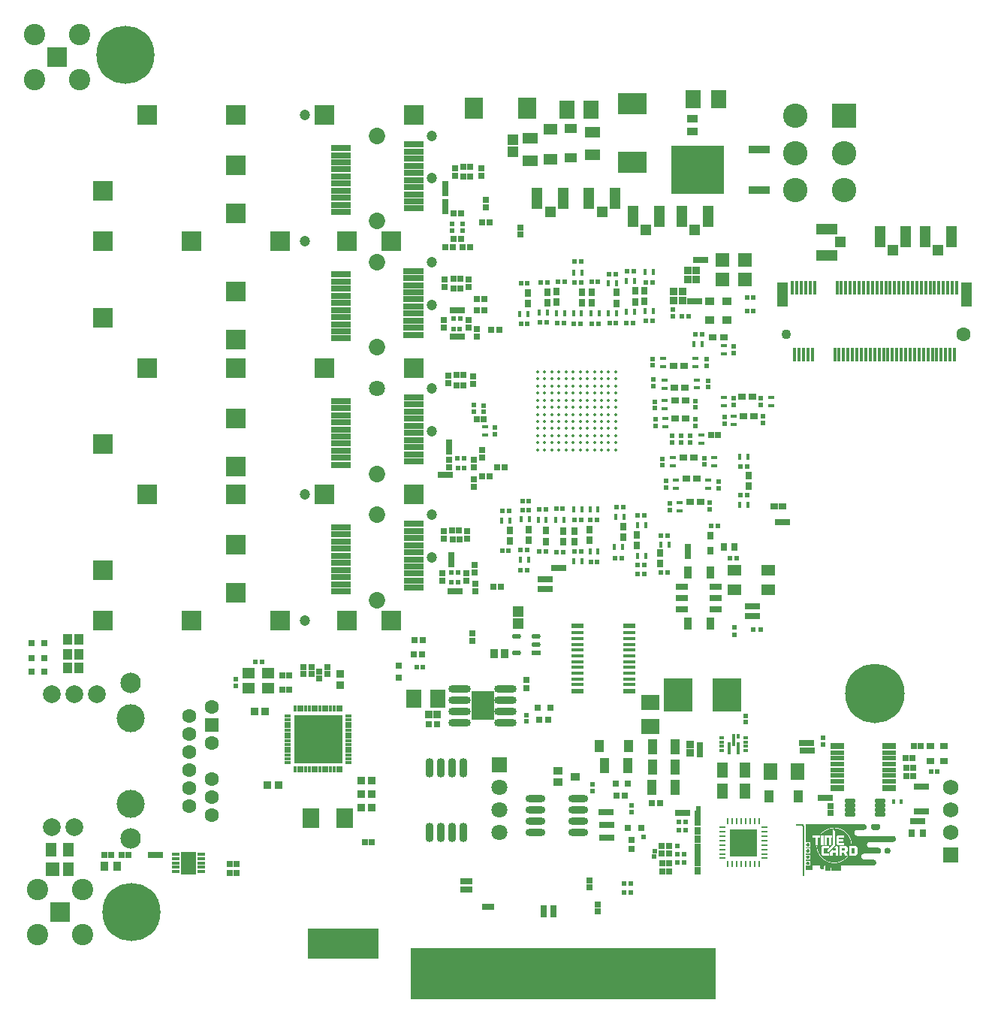
<source format=gbr>
G04*
G04 #@! TF.GenerationSoftware,Altium Limited,Altium Designer,24.2.2 (26)*
G04*
G04 Layer_Color=8388736*
%FSLAX25Y25*%
%MOIN*%
G70*
G04*
G04 #@! TF.SameCoordinates,383E0004-DF84-4F77-A050-2B2E5B934949*
G04*
G04*
G04 #@! TF.FilePolarity,Negative*
G04*
G01*
G75*
%ADD22R,0.02288X0.02016*%
%ADD27R,0.02016X0.02288*%
%ADD30R,0.05906X0.04724*%
%ADD31R,0.02423X0.02254*%
%ADD33R,0.01181X0.06102*%
%ADD34R,0.04724X0.10827*%
%ADD38R,0.03563X0.03568*%
%ADD40R,0.05512X0.04724*%
%ADD41R,0.02047X0.02047*%
%ADD42R,0.02047X0.02047*%
%ADD43R,0.03568X0.03563*%
%ADD44R,0.07301X0.09000*%
%ADD49C,0.01400*%
%ADD50R,0.07835X0.09173*%
%ADD52R,0.02953X0.03543*%
%ADD53R,0.01575X0.01968*%
%ADD54R,0.09800X0.03700*%
%ADD55R,0.23300X0.21700*%
%ADD56R,0.03150X0.03150*%
%ADD58R,0.04088X0.02095*%
G04:AMPARAMS|DCode=59|XSize=40.88mil|YSize=20.95mil|CornerRadius=10.48mil|HoleSize=0mil|Usage=FLASHONLY|Rotation=180.000|XOffset=0mil|YOffset=0mil|HoleType=Round|Shape=RoundedRectangle|*
%AMROUNDEDRECTD59*
21,1,0.04088,0.00000,0,0,180.0*
21,1,0.01993,0.02095,0,0,180.0*
1,1,0.02095,-0.00996,0.00000*
1,1,0.02095,0.00996,0.00000*
1,1,0.02095,0.00996,0.00000*
1,1,0.02095,-0.00996,0.00000*
%
%ADD59ROUNDEDRECTD59*%
%ADD60R,0.05315X0.01575*%
%ADD61R,0.05315X0.02362*%
%ADD62R,0.03347X0.02559*%
%ADD64R,0.01772X0.02657*%
%ADD66R,0.02657X0.01772*%
%ADD68R,0.05906X0.06299*%
G04:AMPARAMS|DCode=71|XSize=9.45mil|YSize=23.62mil|CornerRadius=1.98mil|HoleSize=0mil|Usage=FLASHONLY|Rotation=0.000|XOffset=0mil|YOffset=0mil|HoleType=Round|Shape=RoundedRectangle|*
%AMROUNDEDRECTD71*
21,1,0.00945,0.01965,0,0,0.0*
21,1,0.00548,0.02362,0,0,0.0*
1,1,0.00397,0.00274,-0.00983*
1,1,0.00397,-0.00274,-0.00983*
1,1,0.00397,-0.00274,0.00983*
1,1,0.00397,0.00274,0.00983*
%
%ADD71ROUNDEDRECTD71*%
G04:AMPARAMS|DCode=72|XSize=23.62mil|YSize=9.45mil|CornerRadius=1.98mil|HoleSize=0mil|Usage=FLASHONLY|Rotation=0.000|XOffset=0mil|YOffset=0mil|HoleType=Round|Shape=RoundedRectangle|*
%AMROUNDEDRECTD72*
21,1,0.02362,0.00548,0,0,0.0*
21,1,0.01965,0.00945,0,0,0.0*
1,1,0.00397,0.00983,-0.00274*
1,1,0.00397,-0.00983,-0.00274*
1,1,0.00397,-0.00983,0.00274*
1,1,0.00397,0.00983,0.00274*
%
%ADD72ROUNDEDRECTD72*%
%ADD73R,0.02254X0.02423*%
%ADD76R,0.06299X0.04921*%
%ADD77R,0.04349X0.06717*%
%ADD78R,0.02816X0.02648*%
%ADD79R,0.02756X0.02756*%
%ADD80R,0.05315X0.04331*%
%ADD81R,0.06717X0.04546*%
%ADD82R,0.12992X0.09449*%
%ADD94R,0.02911X0.02648*%
%ADD95R,0.02756X0.02756*%
%ADD96R,0.02648X0.02911*%
%ADD98R,0.04331X0.05315*%
%ADD99R,0.05924X0.07505*%
%ADD100R,0.04546X0.06717*%
%ADD101R,0.02648X0.02631*%
%ADD102R,0.01378X0.02362*%
%ADD103R,0.01378X0.05512*%
%ADD104R,0.02362X0.01378*%
%ADD105R,0.03937X0.03543*%
%ADD106R,0.02756X0.03740*%
%ADD107R,0.02123X0.01860*%
%ADD108R,0.02985X0.03197*%
%ADD113R,0.06693X0.09843*%
%ADD114R,0.03740X0.01457*%
%ADD115R,0.03740X0.01457*%
%ADD116R,0.31496X0.13583*%
%ADD117R,1.35433X0.23032*%
%ADD118R,0.08674X0.02769*%
%ADD119R,0.03162X0.03359*%
%ADD120R,0.03359X0.03162*%
%ADD121R,0.03162X0.02965*%
%ADD122R,0.02965X0.03162*%
%ADD123R,0.02965X0.02769*%
%ADD124R,0.03600X0.17300*%
%ADD125O,0.03556X0.08674*%
%ADD126O,0.01587X0.02769*%
%ADD127O,0.02769X0.01587*%
%ADD128R,0.21272X0.21272*%
%ADD129R,0.02769X0.02965*%
%ADD130O,0.09855X0.03556*%
%ADD131R,0.10288X0.13005*%
%ADD132R,0.04934X0.09461*%
%ADD133R,0.04737X0.04934*%
G04:AMPARAMS|DCode=134|XSize=19.81mil|YSize=47.37mil|CornerRadius=5.95mil|HoleSize=0mil|Usage=FLASHONLY|Rotation=90.000|XOffset=0mil|YOffset=0mil|HoleType=Round|Shape=RoundedRectangle|*
%AMROUNDEDRECTD134*
21,1,0.01981,0.03547,0,0,90.0*
21,1,0.00791,0.04737,0,0,90.0*
1,1,0.01190,0.01774,0.00396*
1,1,0.01190,0.01774,-0.00396*
1,1,0.01190,-0.01774,-0.00396*
1,1,0.01190,-0.01774,0.00396*
%
%ADD134ROUNDEDRECTD134*%
%ADD135R,0.02965X0.02965*%
%ADD136R,0.06115X0.02375*%
%ADD137R,0.06115X0.03162*%
%ADD138R,0.03162X0.03458*%
%ADD139R,0.03458X0.03162*%
%ADD140R,0.03556X0.03359*%
%ADD141R,0.04934X0.04737*%
%ADD142R,0.09461X0.04934*%
G04:AMPARAMS|DCode=143|XSize=122.05mil|YSize=122.05mil|CornerRadius=1.83mil|HoleSize=0mil|Usage=FLASHONLY|Rotation=0.000|XOffset=0mil|YOffset=0mil|HoleType=Round|Shape=RoundedRectangle|*
%AMROUNDEDRECTD143*
21,1,0.12205,0.11839,0,0,0.0*
21,1,0.11839,0.12205,0,0,0.0*
1,1,0.00366,0.05919,-0.05919*
1,1,0.00366,-0.05919,-0.05919*
1,1,0.00366,-0.05919,0.05919*
1,1,0.00366,0.05919,0.05919*
%
%ADD143ROUNDEDRECTD143*%
%ADD144R,0.03950X0.04540*%
%ADD145O,0.08871X0.03162*%
%ADD146R,0.06509X0.08280*%
%ADD147R,0.06706X0.08083*%
%ADD148R,0.04737X0.03635*%
%ADD149R,0.05131X0.04934*%
%ADD150R,0.06312X0.06312*%
%ADD151R,0.04737X0.06312*%
%ADD152R,0.02965X0.02965*%
%ADD153R,0.12611X0.14580*%
%ADD154R,0.03359X0.03556*%
%ADD155R,0.05315X0.02953*%
%ADD156R,0.03740X0.05315*%
%ADD157R,0.08083X0.06706*%
%ADD158R,0.04343X0.03556*%
%ADD159R,0.03753X0.04147*%
%ADD160R,0.03556X0.04343*%
%ADD161R,0.03600X0.13400*%
%ADD162C,0.05721*%
%ADD163C,0.09461*%
%ADD164R,0.08674X0.08674*%
%ADD165C,0.12414*%
%ADD166C,0.07887*%
%ADD167C,0.09068*%
%ADD168C,0.06312*%
%ADD169R,0.09068X0.09068*%
%ADD170C,0.04737*%
%ADD171C,0.07296*%
%ADD172C,0.07099*%
%ADD173C,0.26391*%
%ADD174C,0.04331*%
%ADD175C,0.06299*%
%ADD176C,0.25800*%
%ADD177R,0.10827X0.10827*%
%ADD178C,0.10827*%
%ADD179R,0.06902X0.06902*%
%ADD180C,0.06902*%
%ADD181R,0.07099X0.07099*%
%ADD182C,0.02400*%
G36*
X355670Y-337687D02*
X355784D01*
Y-337700D01*
X355847D01*
Y-337713D01*
X355885D01*
Y-337725D01*
X355936D01*
Y-337738D01*
X355987D01*
Y-337751D01*
X356012D01*
Y-337764D01*
X356050D01*
Y-337776D01*
X356076D01*
Y-337789D01*
X356101D01*
Y-337802D01*
X356139D01*
Y-337814D01*
X356152D01*
Y-337827D01*
X356177D01*
Y-337840D01*
X356203D01*
Y-337852D01*
X356228D01*
Y-337865D01*
X356253D01*
Y-337878D01*
X356266D01*
Y-337890D01*
X356291D01*
Y-337903D01*
X356304D01*
Y-337916D01*
X356317D01*
Y-337929D01*
X356342D01*
Y-337941D01*
X356355D01*
Y-337954D01*
X356380D01*
Y-337966D01*
X356393D01*
Y-337979D01*
X356405D01*
Y-337992D01*
X356418D01*
Y-338005D01*
X356431D01*
Y-338017D01*
X356444D01*
Y-338030D01*
X356469D01*
Y-338043D01*
X356482D01*
Y-338068D01*
X356507D01*
Y-338081D01*
X356520D01*
Y-338106D01*
X356532D01*
Y-338119D01*
X356545D01*
Y-338131D01*
X356558D01*
Y-338144D01*
X356570D01*
Y-338157D01*
X356583D01*
Y-338170D01*
X356596D01*
Y-338195D01*
X356609D01*
Y-338208D01*
X356621D01*
Y-338220D01*
X356634D01*
Y-338246D01*
X356646D01*
Y-338258D01*
X356659D01*
Y-338284D01*
X356672D01*
Y-338296D01*
X356685D01*
Y-338322D01*
X356697D01*
Y-338347D01*
X356710D01*
Y-338360D01*
X356723D01*
Y-338398D01*
X356735D01*
Y-338410D01*
X356748D01*
Y-338436D01*
X356761D01*
Y-338474D01*
X356773D01*
Y-338499D01*
X356786D01*
Y-338537D01*
X356799D01*
Y-338563D01*
X356811D01*
Y-338601D01*
X356824D01*
Y-338651D01*
X356837D01*
Y-338690D01*
X356850D01*
Y-338766D01*
X356862D01*
Y-338867D01*
X356875D01*
Y-339134D01*
X356862D01*
Y-339235D01*
X356850D01*
Y-339299D01*
X356837D01*
Y-339336D01*
X356824D01*
Y-339387D01*
X356811D01*
Y-339438D01*
X356799D01*
Y-339463D01*
X356786D01*
Y-339502D01*
X356773D01*
Y-339527D01*
X356761D01*
Y-339552D01*
X356748D01*
Y-339590D01*
X356735D01*
Y-339603D01*
X356723D01*
Y-339628D01*
X356710D01*
Y-339654D01*
X356697D01*
Y-339679D01*
X356685D01*
Y-339704D01*
X356672D01*
Y-339717D01*
X356659D01*
Y-339730D01*
X356646D01*
Y-339755D01*
X356634D01*
Y-339768D01*
X356621D01*
Y-339793D01*
X356609D01*
Y-339806D01*
X356596D01*
Y-339819D01*
X356583D01*
Y-339844D01*
X356570D01*
Y-339857D01*
X356558D01*
Y-339869D01*
X356545D01*
Y-339882D01*
X356532D01*
Y-339895D01*
X356520D01*
Y-339907D01*
X356507D01*
Y-339920D01*
X356494D01*
Y-339933D01*
X356482D01*
Y-339946D01*
X356469D01*
Y-339958D01*
X356456D01*
Y-339971D01*
X356444D01*
Y-339984D01*
X356431D01*
Y-339996D01*
X356418D01*
Y-340009D01*
X356405D01*
Y-340022D01*
X356393D01*
Y-340034D01*
X356367D01*
Y-340047D01*
X356355D01*
Y-340060D01*
X356342D01*
Y-340072D01*
X356317D01*
Y-340085D01*
X356304D01*
Y-340098D01*
X356279D01*
Y-340110D01*
X356266D01*
Y-340123D01*
X356241D01*
Y-340136D01*
X356215D01*
Y-340148D01*
X356203D01*
Y-340161D01*
X356177D01*
Y-340174D01*
X356152D01*
Y-340187D01*
X356126D01*
Y-340199D01*
X356101D01*
Y-340212D01*
X356076D01*
Y-340225D01*
X356050D01*
Y-340237D01*
X356000D01*
Y-340250D01*
X355974D01*
Y-340263D01*
X355936D01*
Y-340275D01*
X355885D01*
Y-340288D01*
X355835D01*
Y-340301D01*
X355771D01*
Y-340313D01*
X355682D01*
Y-340326D01*
X355657D01*
Y-340313D01*
X355644D01*
Y-340326D01*
X353906D01*
Y-340313D01*
X353894D01*
Y-340326D01*
X353868D01*
Y-340313D01*
X353780D01*
Y-340301D01*
X353703D01*
Y-340288D01*
X353665D01*
Y-340275D01*
X353615D01*
Y-340263D01*
X353564D01*
Y-340250D01*
X353539D01*
Y-340237D01*
X353501D01*
Y-340225D01*
X353475D01*
Y-340212D01*
X353450D01*
Y-340199D01*
X353412D01*
Y-340187D01*
X353399D01*
Y-340174D01*
X353374D01*
Y-340161D01*
X353348D01*
Y-340148D01*
X353323D01*
Y-340136D01*
X353298D01*
Y-340123D01*
X353285D01*
Y-340110D01*
X353259D01*
Y-340098D01*
X353247D01*
Y-340085D01*
X353222D01*
Y-340072D01*
X353209D01*
Y-340060D01*
X353196D01*
Y-340047D01*
X353171D01*
Y-340034D01*
X353158D01*
Y-340022D01*
X353145D01*
Y-340009D01*
X353133D01*
Y-339996D01*
X353120D01*
Y-339984D01*
X353107D01*
Y-339971D01*
X353095D01*
Y-339958D01*
X353069D01*
Y-339946D01*
X353057D01*
Y-339933D01*
X353044D01*
Y-339920D01*
X353031D01*
Y-339895D01*
X353018D01*
Y-339882D01*
X353006D01*
Y-339869D01*
X352993D01*
Y-339857D01*
X352980D01*
Y-339844D01*
X352968D01*
Y-339831D01*
X352955D01*
Y-339806D01*
X352942D01*
Y-339793D01*
X352930D01*
Y-339780D01*
X352917D01*
Y-339768D01*
X352904D01*
Y-339742D01*
X352892D01*
Y-339717D01*
X352879D01*
Y-339704D01*
X352866D01*
Y-339679D01*
X352854D01*
Y-339654D01*
X352841D01*
Y-339641D01*
X352828D01*
Y-339616D01*
X352816D01*
Y-339590D01*
X352803D01*
Y-339565D01*
X352790D01*
Y-339527D01*
X352778D01*
Y-339514D01*
X352765D01*
Y-339476D01*
X352752D01*
Y-339438D01*
X352739D01*
Y-339400D01*
X352727D01*
Y-339349D01*
X352714D01*
Y-339311D01*
X352701D01*
Y-339248D01*
X352689D01*
Y-339146D01*
X352676D01*
Y-339070D01*
X352663D01*
Y-339057D01*
X352676D01*
Y-338943D01*
X352663D01*
Y-338931D01*
X352676D01*
Y-338842D01*
X352689D01*
Y-338740D01*
X352701D01*
Y-338690D01*
X352714D01*
Y-338639D01*
X352727D01*
Y-338588D01*
X352739D01*
Y-338563D01*
X352752D01*
Y-338525D01*
X352765D01*
Y-338487D01*
X352778D01*
Y-338461D01*
X352790D01*
Y-338436D01*
X352803D01*
Y-338410D01*
X352816D01*
Y-338385D01*
X352828D01*
Y-338360D01*
X352841D01*
Y-338334D01*
X352854D01*
Y-338322D01*
X352866D01*
Y-338296D01*
X352879D01*
Y-338284D01*
X352892D01*
Y-338258D01*
X352904D01*
Y-338233D01*
X352917D01*
Y-338220D01*
X352930D01*
Y-338208D01*
X352942D01*
Y-338182D01*
X352955D01*
Y-338170D01*
X352968D01*
Y-338157D01*
X352980D01*
Y-338144D01*
X352993D01*
Y-338131D01*
X353006D01*
Y-338106D01*
X353018D01*
Y-338093D01*
X353031D01*
Y-338081D01*
X353044D01*
Y-338068D01*
X353057D01*
Y-338055D01*
X353069D01*
Y-338043D01*
X353082D01*
Y-338030D01*
X353095D01*
Y-338017D01*
X353107D01*
Y-338005D01*
X353133D01*
Y-337992D01*
X353145D01*
Y-337979D01*
X353158D01*
Y-337966D01*
X353171D01*
Y-337954D01*
X353183D01*
Y-337941D01*
X353209D01*
Y-337929D01*
X353222D01*
Y-337916D01*
X353234D01*
Y-337903D01*
X353259D01*
Y-337890D01*
X353285D01*
Y-337878D01*
X353298D01*
Y-337865D01*
X353323D01*
Y-337852D01*
X353336D01*
Y-337840D01*
X353361D01*
Y-337827D01*
X353399D01*
Y-337814D01*
X353412D01*
Y-337802D01*
X353437D01*
Y-337789D01*
X353475D01*
Y-337776D01*
X353501D01*
Y-337764D01*
X353539D01*
Y-337751D01*
X353564D01*
Y-337738D01*
X353602D01*
Y-337725D01*
X353653D01*
Y-337713D01*
X353691D01*
Y-337700D01*
X353767D01*
Y-337687D01*
X353881D01*
Y-337675D01*
X355670D01*
Y-337687D01*
D02*
G37*
G36*
X349568D02*
X349682D01*
Y-337700D01*
X349746D01*
Y-337713D01*
X349784D01*
Y-337725D01*
X349847D01*
Y-337738D01*
X349885D01*
Y-337751D01*
X349910D01*
Y-337764D01*
X349949D01*
Y-337776D01*
X349974D01*
Y-337789D01*
X350012D01*
Y-337802D01*
X350037D01*
Y-337814D01*
X350063D01*
Y-337827D01*
X350088D01*
Y-337840D01*
X350114D01*
Y-337852D01*
X350126D01*
Y-337865D01*
X350151D01*
Y-337878D01*
X350177D01*
Y-337890D01*
X350190D01*
Y-337903D01*
X350215D01*
Y-337916D01*
X350228D01*
Y-337929D01*
X350253D01*
Y-337941D01*
X350266D01*
Y-337954D01*
X350278D01*
Y-337966D01*
X350304D01*
Y-337979D01*
X350317D01*
Y-337992D01*
X350329D01*
Y-338005D01*
X350342D01*
Y-338017D01*
X350355D01*
Y-338030D01*
X350367D01*
Y-338043D01*
X350393D01*
Y-338068D01*
X350418D01*
Y-338081D01*
X350431D01*
Y-338106D01*
X350443D01*
Y-338119D01*
X350456D01*
Y-338131D01*
X350469D01*
Y-338144D01*
X350481D01*
Y-338157D01*
X350494D01*
Y-338170D01*
X350507D01*
Y-338195D01*
X350519D01*
Y-338208D01*
X350532D01*
Y-338220D01*
X350545D01*
Y-338233D01*
X350557D01*
Y-338258D01*
X350570D01*
Y-338271D01*
X350583D01*
Y-338296D01*
X350596D01*
Y-338322D01*
X350608D01*
Y-338334D01*
X350621D01*
Y-338360D01*
X350634D01*
Y-338385D01*
X350646D01*
Y-338410D01*
X350659D01*
Y-338436D01*
X350672D01*
Y-338461D01*
X350684D01*
Y-338487D01*
X350697D01*
Y-338525D01*
X350710D01*
Y-338550D01*
X350722D01*
Y-338588D01*
X350735D01*
Y-338639D01*
X350748D01*
Y-338677D01*
X350761D01*
Y-338740D01*
X350773D01*
Y-338816D01*
X350786D01*
Y-338918D01*
X350799D01*
Y-339070D01*
X350786D01*
Y-339184D01*
X350773D01*
Y-339260D01*
X350761D01*
Y-339324D01*
X350748D01*
Y-339362D01*
X350735D01*
Y-339413D01*
X350722D01*
Y-339451D01*
X350710D01*
Y-339476D01*
X350697D01*
Y-339514D01*
X350684D01*
Y-339540D01*
X350672D01*
Y-339565D01*
X350659D01*
Y-339603D01*
X350646D01*
Y-339616D01*
X350634D01*
Y-339641D01*
X350621D01*
Y-339666D01*
X350608D01*
Y-339679D01*
X350596D01*
Y-339704D01*
X350583D01*
Y-339717D01*
X350570D01*
Y-339742D01*
X350557D01*
Y-339768D01*
X350545D01*
Y-339780D01*
X350532D01*
Y-339793D01*
X350519D01*
Y-339806D01*
X350507D01*
Y-339819D01*
X350494D01*
Y-339844D01*
X350481D01*
Y-339857D01*
X350469D01*
Y-339869D01*
X350456D01*
Y-339882D01*
X350443D01*
Y-339895D01*
X350431D01*
Y-339907D01*
X350418D01*
Y-339920D01*
X350405D01*
Y-339933D01*
X350393D01*
Y-339946D01*
X350380D01*
Y-339958D01*
X350367D01*
Y-339971D01*
X350355D01*
Y-339984D01*
X350342D01*
Y-339996D01*
X350329D01*
Y-340009D01*
X350317D01*
Y-340022D01*
X350291D01*
Y-340034D01*
X350278D01*
Y-340047D01*
X350266D01*
Y-340060D01*
X350253D01*
Y-340072D01*
X350228D01*
Y-340085D01*
X350215D01*
Y-340098D01*
X350190D01*
Y-340110D01*
X350177D01*
Y-340123D01*
X350151D01*
Y-340136D01*
X350126D01*
Y-340148D01*
X350114D01*
Y-340161D01*
X350088D01*
Y-340174D01*
X350050D01*
Y-340187D01*
X350037D01*
Y-340199D01*
X349999D01*
Y-340212D01*
X349974D01*
Y-340225D01*
X349949D01*
Y-340237D01*
X349910D01*
Y-340250D01*
X349885D01*
Y-340263D01*
X349834D01*
Y-340275D01*
X349784D01*
Y-340288D01*
X349746D01*
Y-340301D01*
X349657D01*
Y-340313D01*
X349568D01*
Y-340326D01*
X349543D01*
Y-340313D01*
X349530D01*
Y-340326D01*
X346536D01*
Y-340339D01*
X346435D01*
Y-340351D01*
X346384D01*
Y-340364D01*
X346333D01*
Y-340377D01*
X346283D01*
Y-340389D01*
X346257D01*
Y-340402D01*
X346206D01*
Y-340415D01*
X346181D01*
Y-340427D01*
X346156D01*
Y-340440D01*
X346117D01*
Y-340453D01*
X346092D01*
Y-340466D01*
X346067D01*
Y-340478D01*
X346041D01*
Y-340491D01*
X346029D01*
Y-340504D01*
X345991D01*
Y-340516D01*
X345978D01*
Y-340529D01*
X345953D01*
Y-340542D01*
X345927D01*
Y-340554D01*
X345915D01*
Y-340567D01*
X345902D01*
Y-340580D01*
X345877D01*
Y-340592D01*
X345864D01*
Y-340605D01*
X345851D01*
Y-340618D01*
X345826D01*
Y-340631D01*
X345813D01*
Y-340643D01*
X345800D01*
Y-340656D01*
X345788D01*
Y-340669D01*
X345775D01*
Y-340681D01*
X345750D01*
Y-340707D01*
X345724D01*
Y-340719D01*
X345712D01*
Y-340732D01*
X345699D01*
Y-340745D01*
X345686D01*
Y-340770D01*
X345674D01*
Y-340783D01*
X345661D01*
Y-340795D01*
X345648D01*
Y-340808D01*
X345636D01*
Y-340821D01*
X345623D01*
Y-340846D01*
X345610D01*
Y-340859D01*
X345597D01*
Y-340872D01*
X345585D01*
Y-340897D01*
X345572D01*
Y-340910D01*
X345559D01*
Y-340922D01*
X345547D01*
Y-340948D01*
X345534D01*
Y-340973D01*
X345521D01*
Y-340998D01*
X345509D01*
Y-341011D01*
X345496D01*
Y-341036D01*
X345483D01*
Y-341062D01*
X345471D01*
Y-341087D01*
X345458D01*
Y-341112D01*
X345445D01*
Y-341151D01*
X345432D01*
Y-341176D01*
X345420D01*
Y-341214D01*
X345407D01*
Y-341252D01*
X345394D01*
Y-341290D01*
X345382D01*
Y-341341D01*
X345369D01*
Y-341379D01*
X345356D01*
Y-341468D01*
X345344D01*
Y-341810D01*
X345356D01*
Y-341899D01*
X345369D01*
Y-341950D01*
X345382D01*
Y-342001D01*
X345394D01*
Y-342039D01*
X345407D01*
Y-342077D01*
X345420D01*
Y-342115D01*
X345432D01*
Y-342140D01*
X345445D01*
Y-342178D01*
X345458D01*
Y-342203D01*
X345471D01*
Y-342229D01*
X345483D01*
Y-342254D01*
X345496D01*
Y-342280D01*
X345509D01*
Y-342292D01*
X345521D01*
Y-342318D01*
X345534D01*
Y-342330D01*
X345547D01*
Y-342356D01*
X345559D01*
Y-342381D01*
X345572D01*
Y-342394D01*
X345585D01*
Y-342419D01*
X345597D01*
Y-342432D01*
X345610D01*
Y-342444D01*
X345623D01*
Y-342470D01*
X345636D01*
Y-342483D01*
X345648D01*
Y-342495D01*
X345661D01*
Y-342508D01*
X345674D01*
Y-342521D01*
X345686D01*
Y-342533D01*
X345699D01*
Y-342546D01*
X345712D01*
Y-342559D01*
X345724D01*
Y-342571D01*
X345737D01*
Y-342584D01*
X345750D01*
Y-342597D01*
X345762D01*
Y-342609D01*
X345775D01*
Y-342622D01*
X345788D01*
Y-342635D01*
X345800D01*
Y-342648D01*
X345826D01*
Y-342673D01*
X345851D01*
Y-342686D01*
X345864D01*
Y-342698D01*
X345889D01*
Y-342711D01*
X345902D01*
Y-342724D01*
X345915D01*
Y-342736D01*
X345940D01*
Y-342749D01*
X345965D01*
Y-342762D01*
X345978D01*
Y-342774D01*
X346003D01*
Y-342787D01*
X346016D01*
Y-342800D01*
X346041D01*
Y-342812D01*
X346079D01*
Y-342825D01*
X346092D01*
Y-342838D01*
X346130D01*
Y-342850D01*
X346156D01*
Y-342863D01*
X346181D01*
Y-342876D01*
X346219D01*
Y-342888D01*
X346257D01*
Y-342901D01*
X346295D01*
Y-342914D01*
X346346D01*
Y-342927D01*
X346384D01*
Y-342939D01*
X346460D01*
Y-342952D01*
X346574D01*
Y-342965D01*
X362571D01*
Y-342977D01*
X362685D01*
Y-342990D01*
X362736D01*
Y-343003D01*
X362786D01*
Y-343015D01*
X362850D01*
Y-343028D01*
X362875D01*
Y-343041D01*
X362913D01*
Y-343053D01*
X362951D01*
Y-343066D01*
X362977D01*
Y-343079D01*
X363015D01*
Y-343092D01*
X363027D01*
Y-343104D01*
X363065D01*
Y-343117D01*
X363091D01*
Y-343129D01*
X363104D01*
Y-343142D01*
X363129D01*
Y-343155D01*
X363154D01*
Y-343168D01*
X363167D01*
Y-343180D01*
X363192D01*
Y-343193D01*
X363205D01*
Y-343206D01*
X363230D01*
Y-343218D01*
X363243D01*
Y-343231D01*
X363268D01*
Y-343244D01*
X363281D01*
Y-343256D01*
X363294D01*
Y-343269D01*
X363306D01*
Y-343282D01*
X363332D01*
Y-343294D01*
X363345D01*
Y-343307D01*
X363357D01*
Y-343320D01*
X363370D01*
Y-343333D01*
X363383D01*
Y-343345D01*
X363395D01*
Y-343358D01*
X363408D01*
Y-343371D01*
X363421D01*
Y-343383D01*
X363433D01*
Y-343396D01*
X363446D01*
Y-343409D01*
X363459D01*
Y-343421D01*
X363471D01*
Y-343434D01*
X363484D01*
Y-343459D01*
X363497D01*
Y-343472D01*
X363509D01*
Y-343485D01*
X363522D01*
Y-343510D01*
X363535D01*
Y-343523D01*
X363547D01*
Y-343535D01*
X363560D01*
Y-343561D01*
X363573D01*
Y-343573D01*
X363585D01*
Y-343599D01*
X363598D01*
Y-343612D01*
X363611D01*
Y-343637D01*
X363624D01*
Y-343662D01*
X363636D01*
Y-343688D01*
X363649D01*
Y-343713D01*
X363662D01*
Y-343738D01*
X363674D01*
Y-343764D01*
X363687D01*
Y-343802D01*
X363700D01*
Y-343815D01*
X363712D01*
Y-343853D01*
X363725D01*
Y-343903D01*
X363738D01*
Y-343941D01*
X363751D01*
Y-343992D01*
X363763D01*
Y-344056D01*
X363776D01*
Y-344132D01*
X363789D01*
Y-344461D01*
X363776D01*
Y-344512D01*
X363763D01*
Y-344588D01*
X363751D01*
Y-344639D01*
X363738D01*
Y-344677D01*
X363725D01*
Y-344715D01*
X363712D01*
Y-344753D01*
X363700D01*
Y-344779D01*
X363687D01*
Y-344817D01*
X363674D01*
Y-344842D01*
X363662D01*
Y-344867D01*
X363649D01*
Y-344893D01*
X363636D01*
Y-344918D01*
X363624D01*
Y-344944D01*
X363611D01*
Y-344956D01*
X363598D01*
Y-344982D01*
X363585D01*
Y-345007D01*
X363573D01*
Y-345020D01*
X363560D01*
Y-345032D01*
X363547D01*
Y-345058D01*
X363535D01*
Y-345070D01*
X363522D01*
Y-345096D01*
X363509D01*
Y-345109D01*
X363497D01*
Y-345121D01*
X363484D01*
Y-345134D01*
X363471D01*
Y-345146D01*
X363459D01*
Y-345172D01*
X363446D01*
Y-345185D01*
X363433D01*
Y-345197D01*
X363421D01*
Y-345210D01*
X363408D01*
Y-345223D01*
X363395D01*
Y-345235D01*
X363383D01*
Y-345248D01*
X363370D01*
Y-345261D01*
X363357D01*
Y-345273D01*
X363332D01*
Y-345286D01*
X363319D01*
Y-345299D01*
X363306D01*
Y-345311D01*
X363294D01*
Y-345324D01*
X363281D01*
Y-345337D01*
X363256D01*
Y-345350D01*
X363243D01*
Y-345362D01*
X363230D01*
Y-345375D01*
X363205D01*
Y-345388D01*
X363180D01*
Y-345400D01*
X363167D01*
Y-345413D01*
X363142D01*
Y-345426D01*
X363129D01*
Y-345438D01*
X363104D01*
Y-345451D01*
X363078D01*
Y-345464D01*
X363053D01*
Y-345476D01*
X363027D01*
Y-345489D01*
X362989D01*
Y-345502D01*
X362977D01*
Y-345514D01*
X362939D01*
Y-345527D01*
X362900D01*
Y-345540D01*
X362875D01*
Y-345552D01*
X362824D01*
Y-345565D01*
X362786D01*
Y-345578D01*
X362723D01*
Y-345590D01*
X362647D01*
Y-345603D01*
X362571D01*
Y-345616D01*
X352080D01*
Y-345629D01*
X352004D01*
Y-345641D01*
X351940D01*
Y-345654D01*
X351877D01*
Y-345667D01*
X351851D01*
Y-345679D01*
X351801D01*
Y-345692D01*
X351763D01*
Y-345705D01*
X351737D01*
Y-345717D01*
X351699D01*
Y-345730D01*
X351674D01*
Y-345743D01*
X351648D01*
Y-345755D01*
X351623D01*
Y-345768D01*
X351598D01*
Y-345781D01*
X351572D01*
Y-345794D01*
X351547D01*
Y-345806D01*
X351534D01*
Y-345819D01*
X351509D01*
Y-345832D01*
X351496D01*
Y-345844D01*
X351471D01*
Y-345857D01*
X351458D01*
Y-345870D01*
X351446D01*
Y-345882D01*
X351420D01*
Y-345895D01*
X351407D01*
Y-345908D01*
X351395D01*
Y-345920D01*
X351369D01*
Y-345933D01*
X351357D01*
Y-345946D01*
X351344D01*
Y-345958D01*
X351331D01*
Y-345971D01*
X351319D01*
Y-345984D01*
X351306D01*
Y-345996D01*
X351293D01*
Y-346009D01*
X351281D01*
Y-346022D01*
X351268D01*
Y-346035D01*
X351255D01*
Y-346047D01*
X351242D01*
Y-346060D01*
X351230D01*
Y-346073D01*
X351217D01*
Y-346085D01*
X351204D01*
Y-346098D01*
X351192D01*
Y-346123D01*
X351179D01*
Y-346136D01*
X351166D01*
Y-346149D01*
X351154D01*
Y-346161D01*
X351141D01*
Y-346187D01*
X351128D01*
Y-346199D01*
X351116D01*
Y-346225D01*
X351103D01*
Y-346250D01*
X351090D01*
Y-346263D01*
X351078D01*
Y-346288D01*
X351065D01*
Y-346314D01*
X351052D01*
Y-346326D01*
X351040D01*
Y-346364D01*
X351027D01*
Y-346390D01*
X351014D01*
Y-346402D01*
X351002D01*
Y-346441D01*
X350989D01*
Y-346466D01*
X350976D01*
Y-346504D01*
X350963D01*
Y-346555D01*
X350951D01*
Y-346580D01*
X350938D01*
Y-346643D01*
X350925D01*
Y-346720D01*
X350913D01*
Y-346770D01*
X350900D01*
Y-347100D01*
X350913D01*
Y-347151D01*
X350925D01*
Y-347227D01*
X350938D01*
Y-347278D01*
X350951D01*
Y-347316D01*
X350963D01*
Y-347354D01*
X350976D01*
Y-347392D01*
X350989D01*
Y-347417D01*
X351002D01*
Y-347455D01*
X351014D01*
Y-347481D01*
X351027D01*
Y-347506D01*
X351040D01*
Y-347531D01*
X351052D01*
Y-347557D01*
X351065D01*
Y-347582D01*
X351078D01*
Y-347607D01*
X351090D01*
Y-347620D01*
X351103D01*
Y-347646D01*
X351116D01*
Y-347658D01*
X351128D01*
Y-347684D01*
X351141D01*
Y-347696D01*
X351154D01*
Y-347709D01*
X351166D01*
Y-347734D01*
X351179D01*
Y-347747D01*
X351192D01*
Y-347760D01*
X351204D01*
Y-347785D01*
X351230D01*
Y-347811D01*
X351242D01*
Y-347823D01*
X351255D01*
Y-347836D01*
X351268D01*
Y-347849D01*
X351281D01*
Y-347861D01*
X351293D01*
Y-347874D01*
X351306D01*
Y-347887D01*
X351319D01*
Y-347899D01*
X351331D01*
Y-347912D01*
X351344D01*
Y-347925D01*
X351369D01*
Y-347937D01*
X351382D01*
Y-347950D01*
X351395D01*
Y-347963D01*
X351407D01*
Y-347975D01*
X351433D01*
Y-347988D01*
X351446D01*
Y-348001D01*
X351458D01*
Y-348013D01*
X351483D01*
Y-348026D01*
X351509D01*
Y-348039D01*
X351522D01*
Y-348052D01*
X351547D01*
Y-348064D01*
X351560D01*
Y-348077D01*
X351585D01*
Y-348090D01*
X351610D01*
Y-348102D01*
X351636D01*
Y-348115D01*
X351661D01*
Y-348128D01*
X351687D01*
Y-348140D01*
X351712D01*
Y-348153D01*
X351750D01*
Y-348166D01*
X351788D01*
Y-348178D01*
X351813D01*
Y-348191D01*
X351864D01*
Y-348204D01*
X351902D01*
Y-348216D01*
X351953D01*
Y-348229D01*
X352042D01*
Y-348242D01*
X352105D01*
Y-348254D01*
X355961D01*
Y-348267D01*
X356050D01*
Y-348280D01*
X356114D01*
Y-348292D01*
X356165D01*
Y-348305D01*
X356203D01*
Y-348318D01*
X356241D01*
Y-348331D01*
X356291D01*
Y-348343D01*
X356317D01*
Y-348356D01*
X356355D01*
Y-348369D01*
X356380D01*
Y-348381D01*
X356405D01*
Y-348394D01*
X356431D01*
Y-348407D01*
X356456D01*
Y-348419D01*
X356482D01*
Y-348432D01*
X356507D01*
Y-348445D01*
X356520D01*
Y-348458D01*
X356545D01*
Y-348470D01*
X356558D01*
Y-348483D01*
X356583D01*
Y-348496D01*
X356596D01*
Y-348508D01*
X356609D01*
Y-348521D01*
X356634D01*
Y-348534D01*
X356646D01*
Y-348546D01*
X356659D01*
Y-348559D01*
X356685D01*
Y-348572D01*
X356697D01*
Y-348584D01*
X356710D01*
Y-348597D01*
X356723D01*
Y-348610D01*
X356735D01*
Y-348622D01*
X356748D01*
Y-348635D01*
X356761D01*
Y-348648D01*
X356773D01*
Y-348660D01*
X356786D01*
Y-348673D01*
X356799D01*
Y-348686D01*
X356811D01*
Y-348698D01*
X356824D01*
Y-348711D01*
X356837D01*
Y-348724D01*
X356850D01*
Y-348737D01*
X356862D01*
Y-348762D01*
X356875D01*
Y-348775D01*
X356888D01*
Y-348787D01*
X356900D01*
Y-348800D01*
X356913D01*
Y-348825D01*
X356926D01*
Y-348838D01*
X356938D01*
Y-348863D01*
X356951D01*
Y-348876D01*
X356964D01*
Y-348902D01*
X356976D01*
Y-348914D01*
X356989D01*
Y-348952D01*
X357002D01*
Y-348965D01*
X357014D01*
Y-348990D01*
X357027D01*
Y-349028D01*
X357040D01*
Y-349041D01*
X357052D01*
Y-349079D01*
X357065D01*
Y-349117D01*
X357078D01*
Y-349143D01*
X357090D01*
Y-349181D01*
X357103D01*
Y-349219D01*
X357116D01*
Y-349269D01*
X357129D01*
Y-349333D01*
X357141D01*
Y-349396D01*
X357154D01*
Y-349751D01*
X357141D01*
Y-349815D01*
X357129D01*
Y-349878D01*
X357116D01*
Y-349929D01*
X357103D01*
Y-349967D01*
X357090D01*
Y-350018D01*
X357078D01*
Y-350043D01*
X357065D01*
Y-350081D01*
X357052D01*
Y-350107D01*
X357040D01*
Y-350132D01*
X357027D01*
Y-350170D01*
X357014D01*
Y-350183D01*
X357002D01*
Y-350208D01*
X356989D01*
Y-350233D01*
X356976D01*
Y-350259D01*
X356964D01*
Y-350272D01*
X356951D01*
Y-350297D01*
X356938D01*
Y-350309D01*
X356926D01*
Y-350335D01*
X356913D01*
Y-350348D01*
X356900D01*
Y-350360D01*
X356888D01*
Y-350386D01*
X356875D01*
Y-350398D01*
X356862D01*
Y-350411D01*
X356850D01*
Y-350436D01*
X356837D01*
Y-350449D01*
X356824D01*
Y-350462D01*
X356811D01*
Y-350475D01*
X356799D01*
Y-350487D01*
X356786D01*
Y-350500D01*
X356773D01*
Y-350513D01*
X356761D01*
Y-350525D01*
X356748D01*
Y-350538D01*
X356735D01*
Y-350551D01*
X356723D01*
Y-350563D01*
X356710D01*
Y-350576D01*
X356697D01*
Y-350589D01*
X356672D01*
Y-350601D01*
X356659D01*
Y-350614D01*
X356646D01*
Y-350627D01*
X356621D01*
Y-350639D01*
X356609D01*
Y-350652D01*
X356596D01*
Y-350665D01*
X356570D01*
Y-350677D01*
X356558D01*
Y-350690D01*
X356532D01*
Y-350703D01*
X356507D01*
Y-350715D01*
X356494D01*
Y-350728D01*
X356469D01*
Y-350741D01*
X356444D01*
Y-350753D01*
X356418D01*
Y-350766D01*
X356393D01*
Y-350779D01*
X356367D01*
Y-350792D01*
X356329D01*
Y-350804D01*
X356304D01*
Y-350817D01*
X356266D01*
Y-350830D01*
X356228D01*
Y-350842D01*
X356190D01*
Y-350855D01*
X356152D01*
Y-350868D01*
X356088D01*
Y-350880D01*
X356025D01*
Y-350893D01*
X355911D01*
Y-350906D01*
X349746D01*
Y-350893D01*
X349733D01*
Y-350906D01*
X349581D01*
Y-350918D01*
X349517D01*
Y-350931D01*
X349441D01*
Y-350944D01*
X349403D01*
Y-350957D01*
X349365D01*
Y-350969D01*
X349314D01*
Y-350982D01*
X349289D01*
Y-350995D01*
X349251D01*
Y-351007D01*
X349213D01*
Y-351020D01*
X349200D01*
Y-351033D01*
X349162D01*
Y-351045D01*
X349137D01*
Y-351058D01*
X349124D01*
Y-351071D01*
X349086D01*
Y-351083D01*
X349073D01*
Y-351096D01*
X349048D01*
Y-351109D01*
X349023D01*
Y-351121D01*
X349010D01*
Y-351134D01*
X348997D01*
Y-351147D01*
X348972D01*
Y-351160D01*
X348959D01*
Y-351172D01*
X348934D01*
Y-351185D01*
X348921D01*
Y-351198D01*
X348908D01*
Y-351210D01*
X348896D01*
Y-351223D01*
X348883D01*
Y-351236D01*
X348858D01*
Y-351248D01*
X348845D01*
Y-351261D01*
X348832D01*
Y-351274D01*
X348820D01*
Y-351286D01*
X348807D01*
Y-351299D01*
X348794D01*
Y-351312D01*
X348781D01*
Y-351324D01*
X348769D01*
Y-351337D01*
X348756D01*
Y-351350D01*
X348744D01*
Y-351375D01*
X348731D01*
Y-351388D01*
X348718D01*
Y-351400D01*
X348705D01*
Y-351413D01*
X348693D01*
Y-351439D01*
X348680D01*
Y-351451D01*
X348667D01*
Y-351464D01*
X348655D01*
Y-351477D01*
X348642D01*
Y-351502D01*
X348629D01*
Y-351527D01*
X348617D01*
Y-351540D01*
X348604D01*
Y-351565D01*
X348591D01*
Y-351591D01*
X348579D01*
Y-351604D01*
X348566D01*
Y-351629D01*
X348553D01*
Y-351654D01*
X348540D01*
Y-351680D01*
X348528D01*
Y-351718D01*
X348515D01*
Y-351743D01*
X348502D01*
Y-351781D01*
X348490D01*
Y-351819D01*
X348477D01*
Y-351857D01*
X348464D01*
Y-351908D01*
X348452D01*
Y-351946D01*
X348439D01*
Y-352022D01*
X348426D01*
Y-352415D01*
X348439D01*
Y-352491D01*
X348452D01*
Y-352542D01*
X348464D01*
Y-352593D01*
X348477D01*
Y-352631D01*
X348490D01*
Y-352669D01*
X348502D01*
Y-352707D01*
X348515D01*
Y-352720D01*
X348528D01*
Y-352758D01*
X348540D01*
Y-352783D01*
X348553D01*
Y-352809D01*
X348566D01*
Y-352834D01*
X348579D01*
Y-352859D01*
X348591D01*
Y-352885D01*
X348604D01*
Y-352897D01*
X348617D01*
Y-352923D01*
X348629D01*
Y-352935D01*
X348642D01*
Y-352961D01*
X348655D01*
Y-352974D01*
X348667D01*
Y-352999D01*
X348680D01*
Y-353012D01*
X348693D01*
Y-353024D01*
X348705D01*
Y-353050D01*
X348718D01*
Y-353062D01*
X348731D01*
Y-353075D01*
X348744D01*
Y-353088D01*
X348756D01*
Y-353100D01*
X348769D01*
Y-353113D01*
X348781D01*
Y-353126D01*
X348794D01*
Y-353138D01*
X348807D01*
Y-353151D01*
X348820D01*
Y-353164D01*
X348832D01*
Y-353176D01*
X348845D01*
Y-353189D01*
X348858D01*
Y-353202D01*
X348870D01*
Y-353215D01*
X348883D01*
Y-353227D01*
X348896D01*
Y-353240D01*
X348921D01*
Y-353253D01*
X348934D01*
Y-353265D01*
X348946D01*
Y-353278D01*
X348972D01*
Y-353291D01*
X348985D01*
Y-353303D01*
X349010D01*
Y-353316D01*
X349023D01*
Y-353329D01*
X349048D01*
Y-353341D01*
X349061D01*
Y-353354D01*
X349086D01*
Y-353367D01*
X349111D01*
Y-353379D01*
X349137D01*
Y-353392D01*
X349149D01*
Y-353405D01*
X349187D01*
Y-353417D01*
X349200D01*
Y-353430D01*
X349238D01*
Y-353443D01*
X349276D01*
Y-353456D01*
X349302D01*
Y-353468D01*
X349340D01*
Y-353481D01*
X349378D01*
Y-353494D01*
X349429D01*
Y-353506D01*
X349492D01*
Y-353519D01*
X349543D01*
Y-353532D01*
X349695D01*
Y-353544D01*
X353856D01*
Y-353557D01*
X353919D01*
Y-353570D01*
X353995D01*
Y-353582D01*
X354046D01*
Y-353595D01*
X354084D01*
Y-353608D01*
X354122D01*
Y-353621D01*
X354160D01*
Y-353633D01*
X354198D01*
Y-353646D01*
X354224D01*
Y-353659D01*
X354249D01*
Y-353671D01*
X354274D01*
Y-353684D01*
X354300D01*
Y-353697D01*
X354325D01*
Y-353709D01*
X354350D01*
Y-353722D01*
X354376D01*
Y-353735D01*
X354388D01*
Y-353747D01*
X354414D01*
Y-353760D01*
X354427D01*
Y-353773D01*
X354452D01*
Y-353785D01*
X354465D01*
Y-353798D01*
X354490D01*
Y-353811D01*
X354503D01*
Y-353823D01*
X354515D01*
Y-353836D01*
X354541D01*
Y-353849D01*
X354553D01*
Y-353861D01*
X354566D01*
Y-353874D01*
X354579D01*
Y-353887D01*
X354591D01*
Y-353900D01*
X354617D01*
Y-353912D01*
X354630D01*
Y-353925D01*
X354642D01*
Y-353938D01*
X354655D01*
Y-353950D01*
X354668D01*
Y-353963D01*
X354680D01*
Y-353976D01*
X354693D01*
Y-354001D01*
X354706D01*
Y-354014D01*
X354718D01*
Y-354026D01*
X354731D01*
Y-354039D01*
X354744D01*
Y-354052D01*
X354756D01*
Y-354077D01*
X354769D01*
Y-354090D01*
X354782D01*
Y-354102D01*
X354795D01*
Y-354128D01*
X354807D01*
Y-354141D01*
X354820D01*
Y-354166D01*
X354833D01*
Y-354191D01*
X354845D01*
Y-354204D01*
X354858D01*
Y-354229D01*
X354871D01*
Y-354255D01*
X354883D01*
Y-354280D01*
X354896D01*
Y-354306D01*
X354909D01*
Y-354331D01*
X354921D01*
Y-354356D01*
X354934D01*
Y-354394D01*
X354947D01*
Y-354420D01*
X354959D01*
Y-354470D01*
X354972D01*
Y-354496D01*
X354985D01*
Y-354546D01*
X354997D01*
Y-354610D01*
X355010D01*
Y-354673D01*
X355023D01*
Y-354838D01*
X355035D01*
Y-354889D01*
X355023D01*
Y-355067D01*
X355010D01*
Y-355117D01*
X354997D01*
Y-355181D01*
X354985D01*
Y-355244D01*
X354972D01*
Y-355270D01*
X354959D01*
Y-355320D01*
X354947D01*
Y-355346D01*
X354934D01*
Y-355384D01*
X354921D01*
Y-355422D01*
X354909D01*
Y-355434D01*
X354896D01*
Y-355473D01*
X354883D01*
Y-355498D01*
X354871D01*
Y-355511D01*
X354858D01*
Y-355536D01*
X354845D01*
Y-355561D01*
X354833D01*
Y-355587D01*
X354820D01*
Y-355612D01*
X354807D01*
Y-355625D01*
X354795D01*
Y-355650D01*
X354782D01*
Y-355663D01*
X354769D01*
Y-355676D01*
X354756D01*
Y-355701D01*
X354744D01*
Y-355714D01*
X354731D01*
Y-355726D01*
X354718D01*
Y-355752D01*
X354706D01*
Y-355764D01*
X354693D01*
Y-355777D01*
X354680D01*
Y-355790D01*
X354668D01*
Y-355802D01*
X354655D01*
Y-355815D01*
X354642D01*
Y-355828D01*
X354630D01*
Y-355840D01*
X354617D01*
Y-355853D01*
X354604D01*
Y-355866D01*
X354591D01*
Y-355878D01*
X354579D01*
Y-355891D01*
X354566D01*
Y-355904D01*
X354553D01*
Y-355917D01*
X354541D01*
Y-355929D01*
X354528D01*
Y-355942D01*
X354515D01*
Y-355955D01*
X354490D01*
Y-355967D01*
X354477D01*
Y-355980D01*
X354465D01*
Y-355993D01*
X354452D01*
Y-356005D01*
X354427D01*
Y-356018D01*
X354414D01*
Y-356031D01*
X354388D01*
Y-356043D01*
X354363D01*
Y-356056D01*
X354350D01*
Y-356069D01*
X354325D01*
Y-356082D01*
X354300D01*
Y-356094D01*
X354274D01*
Y-356107D01*
X354249D01*
Y-356119D01*
X354224D01*
Y-356132D01*
X354198D01*
Y-356145D01*
X354148D01*
Y-356158D01*
X354109D01*
Y-356170D01*
X354046D01*
Y-356183D01*
X339470D01*
Y-356196D01*
X339445D01*
Y-356208D01*
X339420D01*
Y-356221D01*
X339394D01*
Y-356234D01*
X339382D01*
Y-356246D01*
X339369D01*
Y-356272D01*
X339356D01*
Y-356284D01*
X339344D01*
Y-356310D01*
X339331D01*
Y-358301D01*
X339318D01*
Y-358340D01*
X339305D01*
Y-358365D01*
X339293D01*
Y-358390D01*
X339280D01*
Y-358403D01*
X339267D01*
Y-358416D01*
X339242D01*
Y-358428D01*
X339229D01*
Y-358441D01*
X339179D01*
Y-358454D01*
X335310D01*
Y-358441D01*
X335271D01*
Y-358428D01*
X335246D01*
Y-358416D01*
X335233D01*
Y-358403D01*
X335221D01*
Y-358390D01*
X335208D01*
Y-358378D01*
X335195D01*
Y-358352D01*
X335183D01*
Y-358340D01*
X335170D01*
Y-357096D01*
X335157D01*
Y-357058D01*
X335145D01*
Y-357033D01*
X335132D01*
Y-357008D01*
X335119D01*
Y-356995D01*
X335106D01*
Y-356982D01*
X335081D01*
Y-356969D01*
X335068D01*
Y-356957D01*
X335030D01*
Y-356944D01*
X334929D01*
Y-356957D01*
X334891D01*
Y-356969D01*
X334878D01*
Y-356982D01*
X334853D01*
Y-356995D01*
X334840D01*
Y-357008D01*
X334827D01*
Y-357033D01*
X334815D01*
Y-357046D01*
X334802D01*
Y-357109D01*
X334789D01*
Y-358340D01*
X334777D01*
Y-358352D01*
X334764D01*
Y-358378D01*
X334751D01*
Y-358390D01*
X334739D01*
Y-358403D01*
X334726D01*
Y-358416D01*
X334713D01*
Y-358428D01*
X334688D01*
Y-358441D01*
X334650D01*
Y-358454D01*
X332671D01*
Y-358441D01*
X332620D01*
Y-358428D01*
X332608D01*
Y-358416D01*
X332582D01*
Y-358403D01*
X332569D01*
Y-358390D01*
X332557D01*
Y-358365D01*
X332544D01*
Y-358352D01*
X332531D01*
Y-358301D01*
X332519D01*
Y-356475D01*
X332506D01*
Y-356437D01*
X332493D01*
Y-356399D01*
X332481D01*
Y-356386D01*
X332468D01*
Y-356361D01*
X332455D01*
Y-356335D01*
X332442D01*
Y-356323D01*
X332430D01*
Y-356310D01*
X332417D01*
Y-356297D01*
X332404D01*
Y-356284D01*
X332392D01*
Y-356272D01*
X332379D01*
Y-356259D01*
X332354D01*
Y-356246D01*
X332341D01*
Y-356234D01*
X332316D01*
Y-356221D01*
X332290D01*
Y-356208D01*
X332252D01*
Y-356196D01*
X332202D01*
Y-356183D01*
X332087D01*
Y-356196D01*
X332049D01*
Y-356208D01*
X331998D01*
Y-356221D01*
X331973D01*
Y-356234D01*
X331961D01*
Y-356246D01*
X331935D01*
Y-356259D01*
X331910D01*
Y-356272D01*
X331897D01*
Y-356284D01*
X331884D01*
Y-356297D01*
X331872D01*
Y-356310D01*
X331859D01*
Y-356323D01*
X331846D01*
Y-356348D01*
X331834D01*
Y-356361D01*
X331821D01*
Y-356386D01*
X331808D01*
Y-356411D01*
X331796D01*
Y-356437D01*
X331783D01*
Y-356500D01*
X331770D01*
Y-357540D01*
X331757D01*
Y-357578D01*
X331745D01*
Y-357604D01*
X331732D01*
Y-357616D01*
X331719D01*
Y-357629D01*
X331707D01*
Y-357642D01*
X331694D01*
Y-357655D01*
X331669D01*
Y-357667D01*
X331631D01*
Y-357680D01*
X330387D01*
Y-357667D01*
X330349D01*
Y-357655D01*
X330337D01*
Y-357642D01*
X330311D01*
Y-357629D01*
X330299D01*
Y-357616D01*
X330286D01*
Y-357591D01*
X330273D01*
Y-357578D01*
X330261D01*
Y-357528D01*
X330248D01*
Y-356323D01*
X330235D01*
Y-356284D01*
X330223D01*
Y-356259D01*
X330210D01*
Y-356246D01*
X330197D01*
Y-356234D01*
X330185D01*
Y-356221D01*
X330172D01*
Y-356208D01*
X330134D01*
Y-356196D01*
X330108D01*
Y-356183D01*
X326988D01*
Y-356196D01*
X326962D01*
Y-356208D01*
X326937D01*
Y-356221D01*
X326912D01*
Y-356246D01*
X326886D01*
Y-356272D01*
X326874D01*
Y-356297D01*
X326861D01*
Y-356323D01*
X326848D01*
Y-358073D01*
X323829D01*
Y-356246D01*
X325783D01*
Y-356234D01*
X325795D01*
Y-354026D01*
X325783D01*
Y-354014D01*
X323829D01*
Y-353506D01*
X325783D01*
Y-353494D01*
X325795D01*
Y-351274D01*
X325783D01*
Y-351261D01*
X325770D01*
Y-351274D01*
X323842D01*
Y-351261D01*
X323829D01*
Y-350766D01*
X325783D01*
Y-350753D01*
X325795D01*
Y-348521D01*
X323829D01*
Y-348026D01*
X323842D01*
Y-348013D01*
X325795D01*
Y-345781D01*
X323829D01*
Y-337675D01*
X349568D01*
Y-337687D01*
D02*
G37*
G36*
X324793Y-346149D02*
X324831D01*
Y-346161D01*
X324895D01*
Y-346174D01*
X324933D01*
Y-346187D01*
X324958D01*
Y-346199D01*
X324996D01*
Y-346212D01*
X325022D01*
Y-346225D01*
X325034D01*
Y-346237D01*
X325060D01*
Y-346250D01*
X325072D01*
Y-346263D01*
X325098D01*
Y-346275D01*
X325123D01*
Y-346288D01*
X325136D01*
Y-346301D01*
X325148D01*
Y-346314D01*
X325161D01*
Y-346326D01*
X325186D01*
Y-346339D01*
X325199D01*
Y-346352D01*
X325212D01*
Y-346364D01*
X325224D01*
Y-346377D01*
X325237D01*
Y-346390D01*
X325250D01*
Y-346415D01*
X325262D01*
Y-346428D01*
X325275D01*
Y-346441D01*
X325288D01*
Y-346466D01*
X325301D01*
Y-346479D01*
X325313D01*
Y-346504D01*
X325326D01*
Y-346517D01*
X325339D01*
Y-346542D01*
X325351D01*
Y-346567D01*
X325364D01*
Y-346593D01*
X325377D01*
Y-346631D01*
X325389D01*
Y-346669D01*
X325402D01*
Y-346694D01*
X325415D01*
Y-346770D01*
X325427D01*
Y-346859D01*
X325440D01*
Y-346948D01*
X325427D01*
Y-347024D01*
X325415D01*
Y-347100D01*
X325402D01*
Y-347126D01*
X325389D01*
Y-347176D01*
X325377D01*
Y-347202D01*
X325364D01*
Y-347227D01*
X325351D01*
Y-347252D01*
X325339D01*
Y-347278D01*
X325326D01*
Y-347290D01*
X325313D01*
Y-347316D01*
X325301D01*
Y-347328D01*
X325288D01*
Y-347341D01*
Y-347354D01*
X325275D01*
Y-347366D01*
X325262D01*
Y-347379D01*
X325250D01*
Y-347405D01*
X325237D01*
Y-347417D01*
X325224D01*
Y-347430D01*
X325212D01*
Y-347443D01*
X325199D01*
Y-347455D01*
X325186D01*
Y-347468D01*
X325174D01*
Y-347481D01*
X325148D01*
Y-347493D01*
X325136D01*
Y-347506D01*
X325123D01*
Y-347519D01*
X325110D01*
Y-347531D01*
X325085D01*
Y-347544D01*
X325060D01*
Y-347557D01*
X325047D01*
Y-347569D01*
X325009D01*
Y-347582D01*
X324996D01*
Y-347595D01*
X324971D01*
Y-347607D01*
X324920D01*
Y-347620D01*
X324907D01*
Y-347633D01*
X324844D01*
Y-347646D01*
X324755D01*
Y-347658D01*
X324590D01*
Y-347646D01*
X324489D01*
Y-347633D01*
X324438D01*
Y-347620D01*
X324413D01*
Y-347607D01*
X324375D01*
Y-347595D01*
X324349D01*
Y-347582D01*
X324324D01*
Y-347569D01*
X324298D01*
Y-347557D01*
X324286D01*
Y-347544D01*
X324260D01*
Y-347531D01*
X324235D01*
Y-347519D01*
X324222D01*
Y-347506D01*
X324197D01*
Y-347493D01*
X324184D01*
Y-347481D01*
X324172D01*
Y-347468D01*
X324159D01*
Y-347455D01*
X324146D01*
Y-347443D01*
X324133D01*
Y-347430D01*
X324121D01*
Y-347417D01*
X324108D01*
Y-347405D01*
X324095D01*
Y-347392D01*
X324083D01*
Y-347379D01*
X324070D01*
Y-347354D01*
X324057D01*
Y-347341D01*
X324045D01*
Y-347316D01*
X324032D01*
Y-347303D01*
X324019D01*
Y-347278D01*
X324007D01*
Y-347252D01*
X323994D01*
Y-347240D01*
X323981D01*
Y-347214D01*
X323969D01*
Y-347176D01*
X323956D01*
Y-347151D01*
X323943D01*
Y-347100D01*
X323931D01*
Y-347062D01*
X323918D01*
Y-346973D01*
X323905D01*
Y-346834D01*
X323918D01*
Y-346732D01*
X323931D01*
Y-346694D01*
X323943D01*
Y-346643D01*
X323956D01*
Y-346618D01*
X323969D01*
Y-346593D01*
X323981D01*
Y-346555D01*
X323994D01*
Y-346542D01*
X324007D01*
Y-346517D01*
X324019D01*
Y-346491D01*
X324032D01*
Y-346479D01*
X324045D01*
Y-346453D01*
X324057D01*
Y-346441D01*
X324070D01*
Y-346428D01*
X324083D01*
Y-346402D01*
X324095D01*
Y-346390D01*
X324108D01*
Y-346377D01*
X324121D01*
Y-346364D01*
X324133D01*
Y-346352D01*
X324146D01*
Y-346339D01*
X324159D01*
Y-346326D01*
X324172D01*
Y-346314D01*
X324184D01*
Y-346301D01*
X324210D01*
Y-346288D01*
X324222D01*
Y-346275D01*
X324235D01*
Y-346263D01*
X324260D01*
Y-346250D01*
X324273D01*
Y-346237D01*
X324298D01*
Y-346225D01*
X324324D01*
Y-346212D01*
X324349D01*
Y-346199D01*
X324387D01*
Y-346187D01*
X324413D01*
Y-346174D01*
X324451D01*
Y-346161D01*
X324514D01*
Y-346149D01*
X324552D01*
Y-346136D01*
X324793D01*
Y-346149D01*
D02*
G37*
G36*
X324755Y-348889D02*
X324806D01*
Y-348902D01*
X324882D01*
Y-348914D01*
X324933D01*
Y-348927D01*
X324945D01*
Y-348939D01*
X324983D01*
Y-348952D01*
X325009D01*
Y-348965D01*
X325034D01*
Y-348978D01*
X325060D01*
Y-348990D01*
X325072D01*
Y-349003D01*
X325098D01*
Y-349016D01*
X325110D01*
Y-349028D01*
X325123D01*
Y-349041D01*
X325148D01*
Y-349054D01*
X325161D01*
Y-349066D01*
X325174D01*
Y-349079D01*
X325186D01*
Y-349092D01*
X325199D01*
Y-349104D01*
X325212D01*
Y-349117D01*
X325224D01*
Y-349130D01*
X325237D01*
Y-349143D01*
X325250D01*
Y-349155D01*
X325262D01*
Y-349168D01*
X325275D01*
Y-349181D01*
X325288D01*
Y-349206D01*
X325301D01*
Y-349219D01*
X325313D01*
Y-349244D01*
X325326D01*
Y-349257D01*
X325339D01*
Y-349282D01*
X325351D01*
Y-349320D01*
X325364D01*
Y-349333D01*
X325377D01*
Y-349371D01*
X325389D01*
Y-349409D01*
X325402D01*
Y-349434D01*
X325415D01*
Y-349510D01*
X325427D01*
Y-349599D01*
X325440D01*
Y-349688D01*
X325427D01*
Y-349764D01*
X325415D01*
Y-349840D01*
X325402D01*
Y-349866D01*
X325389D01*
Y-349916D01*
X325377D01*
Y-349954D01*
X325364D01*
Y-349967D01*
X325351D01*
Y-350005D01*
X325339D01*
Y-350018D01*
X325326D01*
Y-350043D01*
X325313D01*
Y-350068D01*
X325301D01*
Y-350081D01*
X325288D01*
Y-350094D01*
X325275D01*
Y-350119D01*
X325262D01*
Y-350132D01*
X325250D01*
Y-350145D01*
X325237D01*
Y-350157D01*
X325224D01*
Y-350170D01*
X325212D01*
Y-350183D01*
X325199D01*
Y-350195D01*
X325186D01*
Y-350208D01*
X325174D01*
Y-350221D01*
X325161D01*
Y-350233D01*
X325148D01*
Y-350246D01*
X325123D01*
Y-350259D01*
X325110D01*
Y-350272D01*
X325085D01*
Y-350284D01*
X325072D01*
Y-350297D01*
X325060D01*
Y-350309D01*
X325022D01*
Y-350322D01*
X324996D01*
Y-350335D01*
X324983D01*
Y-350348D01*
X324945D01*
Y-350360D01*
X324907D01*
Y-350373D01*
X324869D01*
Y-350386D01*
X324793D01*
Y-350398D01*
X324730D01*
Y-350411D01*
X324603D01*
Y-350398D01*
X324552D01*
Y-350386D01*
X324476D01*
Y-350373D01*
X324425D01*
Y-350360D01*
X324400D01*
Y-350348D01*
X324362D01*
Y-350335D01*
X324349D01*
Y-350322D01*
X324311D01*
Y-350309D01*
X324286D01*
Y-350297D01*
X324273D01*
Y-350284D01*
X324248D01*
Y-350272D01*
X324235D01*
Y-350259D01*
X324222D01*
Y-350246D01*
X324197D01*
Y-350233D01*
X324184D01*
Y-350221D01*
X324172D01*
Y-350208D01*
X324159D01*
Y-350195D01*
X324146D01*
Y-350183D01*
X324133D01*
Y-350170D01*
X324121D01*
Y-350157D01*
X324108D01*
Y-350145D01*
X324095D01*
Y-350132D01*
X324083D01*
Y-350119D01*
X324070D01*
Y-350107D01*
X324057D01*
Y-350081D01*
X324045D01*
Y-350068D01*
X324032D01*
Y-350056D01*
X324019D01*
Y-350030D01*
X324007D01*
Y-350005D01*
X323994D01*
Y-349980D01*
X323981D01*
Y-349954D01*
X323969D01*
Y-349916D01*
X323956D01*
Y-349891D01*
X323943D01*
Y-349840D01*
X323931D01*
Y-349815D01*
X323918D01*
Y-349713D01*
X323905D01*
Y-349574D01*
X323918D01*
Y-349472D01*
X323931D01*
Y-349447D01*
X323943D01*
Y-349383D01*
X323956D01*
Y-349358D01*
X323969D01*
Y-349333D01*
X323981D01*
Y-349295D01*
X323994D01*
Y-349282D01*
X324007D01*
Y-349257D01*
X324019D01*
Y-349231D01*
X324032D01*
Y-349219D01*
X324045D01*
Y-349193D01*
X324057D01*
Y-349181D01*
X324070D01*
Y-349168D01*
X324083D01*
Y-349143D01*
X324108D01*
Y-349117D01*
X324121D01*
Y-349104D01*
X324133D01*
Y-349092D01*
X324146D01*
Y-349079D01*
X324159D01*
Y-349066D01*
X324184D01*
Y-349054D01*
X324197D01*
Y-349041D01*
X324210D01*
Y-349028D01*
X324222D01*
Y-349016D01*
X324248D01*
Y-349003D01*
X324260D01*
Y-348990D01*
X324286D01*
Y-348978D01*
X324311D01*
Y-348965D01*
X324324D01*
Y-348952D01*
X324362D01*
Y-348939D01*
X324400D01*
Y-348927D01*
X324413D01*
Y-348914D01*
X324463D01*
Y-348902D01*
X324527D01*
Y-348889D01*
X324577D01*
Y-348876D01*
X324755D01*
Y-348889D01*
D02*
G37*
G36*
X360224Y-348267D02*
X360313D01*
Y-348280D01*
X360363D01*
Y-348292D01*
X360427D01*
Y-348305D01*
X360465D01*
Y-348318D01*
X360503D01*
Y-348331D01*
X360541D01*
Y-348343D01*
X360566D01*
Y-348356D01*
X360604D01*
Y-348369D01*
X360630D01*
Y-348381D01*
X360655D01*
Y-348394D01*
X360693D01*
Y-348407D01*
X360706D01*
Y-348419D01*
X360731D01*
Y-348432D01*
X360757D01*
Y-348445D01*
X360769D01*
Y-348458D01*
X360795D01*
Y-348470D01*
X360820D01*
Y-348483D01*
X360833D01*
Y-348496D01*
X360858D01*
Y-348508D01*
X360871D01*
Y-348521D01*
X360883D01*
Y-348534D01*
X360909D01*
Y-348546D01*
X360922D01*
Y-348559D01*
X360934D01*
Y-348572D01*
X360947D01*
Y-348584D01*
X360960D01*
Y-348597D01*
X360985D01*
Y-348610D01*
X360998D01*
Y-348622D01*
X361010D01*
Y-348635D01*
X361023D01*
Y-348648D01*
X361036D01*
Y-348660D01*
X361048D01*
Y-348673D01*
X361061D01*
Y-348686D01*
X361074D01*
Y-348711D01*
X361087D01*
Y-348724D01*
X361099D01*
Y-348737D01*
X361112D01*
Y-348749D01*
X361124D01*
Y-348775D01*
X361137D01*
Y-348787D01*
X361150D01*
Y-348800D01*
X361163D01*
Y-348813D01*
X361175D01*
Y-348838D01*
X361188D01*
Y-348851D01*
X361201D01*
Y-348876D01*
X361213D01*
Y-348902D01*
X361226D01*
Y-348914D01*
X361239D01*
Y-348939D01*
X361251D01*
Y-348965D01*
X361264D01*
Y-348978D01*
X361277D01*
Y-349016D01*
X361290D01*
Y-349041D01*
X361302D01*
Y-349066D01*
X361315D01*
Y-349104D01*
X361328D01*
Y-349130D01*
X361340D01*
Y-349168D01*
X361353D01*
Y-349219D01*
X361366D01*
Y-349257D01*
X361378D01*
Y-349307D01*
X361391D01*
Y-349396D01*
X361404D01*
Y-349472D01*
X361416D01*
Y-349688D01*
X361404D01*
Y-349764D01*
X361391D01*
Y-349840D01*
X361378D01*
Y-349866D01*
Y-349878D01*
Y-349904D01*
X361366D01*
Y-349942D01*
X361353D01*
Y-349992D01*
X361340D01*
Y-350018D01*
X361328D01*
Y-350056D01*
X361315D01*
Y-350094D01*
X361302D01*
Y-350119D01*
X361290D01*
Y-350145D01*
X361277D01*
Y-350170D01*
X361264D01*
Y-350195D01*
X361251D01*
Y-350221D01*
X361239D01*
Y-350233D01*
X361226D01*
Y-350259D01*
X361213D01*
Y-350284D01*
X361201D01*
Y-350297D01*
X361188D01*
Y-350322D01*
X361175D01*
Y-350335D01*
X361163D01*
Y-350348D01*
X361150D01*
Y-350373D01*
X361137D01*
Y-350386D01*
X361124D01*
Y-350398D01*
X361112D01*
Y-350424D01*
X361099D01*
Y-350436D01*
X361087D01*
Y-350449D01*
X361074D01*
Y-350462D01*
X361061D01*
Y-350475D01*
X361048D01*
Y-350487D01*
X361036D01*
Y-350500D01*
X361023D01*
Y-350513D01*
X361010D01*
Y-350525D01*
X360998D01*
Y-350538D01*
X360985D01*
Y-350551D01*
X360972D01*
Y-350563D01*
X360960D01*
Y-350576D01*
X360947D01*
Y-350589D01*
X360922D01*
Y-350601D01*
X360909D01*
Y-350614D01*
X360896D01*
Y-350627D01*
X360883D01*
Y-350639D01*
X360858D01*
Y-350652D01*
X360845D01*
Y-350665D01*
X360820D01*
Y-350677D01*
X360807D01*
Y-350690D01*
X360782D01*
Y-350703D01*
X360757D01*
Y-350715D01*
X360744D01*
Y-350728D01*
X360719D01*
Y-350741D01*
X360693D01*
Y-350753D01*
X360681D01*
Y-350766D01*
X360643D01*
Y-350779D01*
X360617D01*
Y-350792D01*
X360592D01*
Y-350804D01*
X360554D01*
Y-350817D01*
X360528D01*
Y-350830D01*
X360478D01*
Y-350842D01*
X360439D01*
Y-350855D01*
X360402D01*
Y-350868D01*
X360325D01*
Y-350880D01*
X360287D01*
Y-350893D01*
X360173D01*
Y-350906D01*
X359958D01*
Y-350893D01*
X359843D01*
Y-350880D01*
X359793D01*
Y-350868D01*
X359729D01*
Y-350855D01*
X359678D01*
Y-350842D01*
X359640D01*
Y-350830D01*
X359602D01*
Y-350817D01*
X359564D01*
Y-350804D01*
X359539D01*
Y-350792D01*
X359501D01*
Y-350779D01*
X359488D01*
Y-350766D01*
X359450D01*
Y-350753D01*
X359425D01*
Y-350741D01*
X359412D01*
Y-350728D01*
X359374D01*
Y-350715D01*
X359361D01*
Y-350703D01*
X359336D01*
Y-350690D01*
X359311D01*
Y-350677D01*
X359298D01*
Y-350665D01*
X359285D01*
Y-350652D01*
X359260D01*
Y-350639D01*
X359247D01*
Y-350627D01*
X359222D01*
Y-350614D01*
X359209D01*
Y-350601D01*
X359196D01*
Y-350589D01*
X359184D01*
Y-350576D01*
X359171D01*
Y-350563D01*
X359146D01*
Y-350551D01*
X359133D01*
Y-350538D01*
X359120D01*
Y-350525D01*
X359107D01*
Y-350513D01*
X359095D01*
Y-350500D01*
X359082D01*
Y-350487D01*
X359069D01*
Y-350475D01*
X359057D01*
Y-350462D01*
X359044D01*
Y-350436D01*
X359031D01*
Y-350424D01*
X359019D01*
Y-350411D01*
X359006D01*
Y-350398D01*
X358993D01*
Y-350386D01*
X358981D01*
Y-350360D01*
X358968D01*
Y-350348D01*
X358955D01*
Y-350322D01*
X358943D01*
Y-350309D01*
X358930D01*
Y-350297D01*
X358917D01*
Y-350272D01*
X358905D01*
Y-350246D01*
X358892D01*
Y-350233D01*
X358879D01*
Y-350208D01*
X358867D01*
Y-350183D01*
X358854D01*
Y-350157D01*
X358841D01*
Y-350132D01*
X358828D01*
Y-350107D01*
X358816D01*
Y-350068D01*
X358803D01*
Y-350043D01*
X358790D01*
Y-350005D01*
X358778D01*
Y-349967D01*
X358765D01*
Y-349929D01*
X358752D01*
Y-349878D01*
X358740D01*
Y-349815D01*
X358727D01*
Y-349739D01*
X358714D01*
Y-349409D01*
X358727D01*
Y-349345D01*
X358740D01*
Y-349282D01*
X358752D01*
Y-349219D01*
X358765D01*
Y-349193D01*
X358778D01*
Y-349143D01*
X358790D01*
Y-349104D01*
X358803D01*
Y-349079D01*
X358816D01*
Y-349041D01*
X358828D01*
Y-349028D01*
X358841D01*
Y-348990D01*
X358854D01*
Y-348965D01*
X358867D01*
Y-348952D01*
X358879D01*
Y-348927D01*
X358892D01*
Y-348902D01*
X358905D01*
Y-348889D01*
X358917D01*
Y-348863D01*
X358930D01*
Y-348851D01*
X358943D01*
Y-348825D01*
X358955D01*
Y-348800D01*
X358968D01*
Y-348787D01*
X358981D01*
Y-348775D01*
X358993D01*
Y-348762D01*
X359006D01*
Y-348737D01*
X359019D01*
Y-348724D01*
X359031D01*
Y-348711D01*
X359044D01*
Y-348698D01*
X359057D01*
Y-348686D01*
X359069D01*
Y-348673D01*
X359082D01*
Y-348660D01*
X359095D01*
Y-348648D01*
X359107D01*
Y-348635D01*
X359120D01*
Y-348622D01*
X359133D01*
Y-348610D01*
X359146D01*
Y-348597D01*
X359158D01*
Y-348584D01*
X359171D01*
Y-348572D01*
X359184D01*
Y-348559D01*
X359209D01*
Y-348546D01*
X359222D01*
Y-348534D01*
X359234D01*
Y-348521D01*
X359260D01*
Y-348508D01*
X359273D01*
Y-348496D01*
X359285D01*
Y-348483D01*
X359311D01*
Y-348470D01*
X359323D01*
Y-348458D01*
X359349D01*
Y-348445D01*
X359361D01*
Y-348432D01*
X359399D01*
Y-348419D01*
X359412D01*
Y-348407D01*
X359437D01*
Y-348394D01*
X359463D01*
Y-348381D01*
X359488D01*
Y-348369D01*
X359513D01*
Y-348356D01*
X359552D01*
Y-348343D01*
X359577D01*
Y-348331D01*
X359615D01*
Y-348318D01*
X359666D01*
Y-348305D01*
X359704D01*
Y-348292D01*
X359754D01*
Y-348280D01*
X359818D01*
Y-348267D01*
X359907D01*
Y-348254D01*
X360224D01*
Y-348267D01*
D02*
G37*
G36*
X324806Y-351642D02*
X324857D01*
Y-351654D01*
X324907D01*
Y-351667D01*
X324945D01*
Y-351680D01*
X324971D01*
Y-351692D01*
X325009D01*
Y-351705D01*
X325022D01*
Y-351718D01*
X325047D01*
Y-351730D01*
X325072D01*
Y-351743D01*
X325085D01*
Y-351756D01*
X325110D01*
Y-351768D01*
X325123D01*
Y-351781D01*
X325148D01*
Y-351794D01*
X325161D01*
Y-351806D01*
X325174D01*
Y-351819D01*
X325186D01*
Y-351832D01*
X325199D01*
Y-351845D01*
X325212D01*
Y-351857D01*
X325224D01*
Y-351870D01*
X325237D01*
Y-351883D01*
X325250D01*
Y-351895D01*
X325262D01*
Y-351908D01*
X325275D01*
Y-351933D01*
X325288D01*
Y-351946D01*
X325301D01*
Y-351959D01*
X325313D01*
Y-351984D01*
X325326D01*
Y-352009D01*
X325339D01*
Y-352035D01*
X325351D01*
Y-352060D01*
X325364D01*
Y-352073D01*
X325377D01*
Y-352111D01*
X325389D01*
Y-352162D01*
X325402D01*
Y-352187D01*
X325415D01*
Y-352263D01*
X325427D01*
Y-352339D01*
X325440D01*
Y-352428D01*
X325427D01*
Y-352504D01*
X325415D01*
Y-352593D01*
X325402D01*
Y-352618D01*
X325389D01*
Y-352656D01*
X325377D01*
Y-352694D01*
X325364D01*
Y-352720D01*
X325351D01*
Y-352745D01*
X325339D01*
Y-352770D01*
X325326D01*
Y-352783D01*
X325313D01*
Y-352809D01*
X325301D01*
Y-352821D01*
X325288D01*
Y-352847D01*
X325275D01*
Y-352859D01*
X325262D01*
Y-352872D01*
X325250D01*
Y-352885D01*
X325237D01*
Y-352897D01*
X325224D01*
Y-352910D01*
X325212D01*
Y-352923D01*
X325199D01*
Y-352935D01*
X325186D01*
Y-352948D01*
X325174D01*
Y-352961D01*
X325161D01*
Y-352974D01*
X325148D01*
Y-352986D01*
X325136D01*
Y-352999D01*
X325110D01*
Y-353012D01*
X325098D01*
Y-353024D01*
X325072D01*
Y-353037D01*
X325060D01*
Y-353050D01*
X325034D01*
Y-353062D01*
X325009D01*
Y-353075D01*
X324983D01*
Y-353088D01*
X324945D01*
Y-353100D01*
X324920D01*
Y-353113D01*
X324882D01*
Y-353126D01*
X324818D01*
Y-353138D01*
X324768D01*
Y-353151D01*
X324577D01*
Y-353138D01*
X324527D01*
Y-353126D01*
X324463D01*
Y-353113D01*
X324425D01*
Y-353100D01*
X324387D01*
Y-353088D01*
X324362D01*
Y-353075D01*
X324337D01*
Y-353062D01*
X324311D01*
Y-353050D01*
X324286D01*
Y-353037D01*
X324273D01*
Y-353024D01*
X324248D01*
Y-353012D01*
X324222D01*
Y-352999D01*
X324210D01*
Y-352986D01*
X324197D01*
Y-352974D01*
X324184D01*
Y-352961D01*
X324159D01*
Y-352948D01*
X324146D01*
Y-352935D01*
X324133D01*
Y-352923D01*
X324121D01*
Y-352910D01*
X324108D01*
Y-352897D01*
X324095D01*
Y-352872D01*
X324083D01*
Y-352859D01*
X324070D01*
Y-352847D01*
X324057D01*
Y-352834D01*
X324045D01*
Y-352809D01*
X324032D01*
Y-352796D01*
X324019D01*
Y-352770D01*
X324007D01*
Y-352745D01*
X323994D01*
Y-352732D01*
X323981D01*
Y-352694D01*
X323969D01*
Y-352669D01*
X323956D01*
Y-352644D01*
X323943D01*
Y-352580D01*
X323931D01*
Y-352555D01*
X323918D01*
Y-352453D01*
X323905D01*
Y-352314D01*
X323918D01*
Y-352225D01*
X323931D01*
Y-352187D01*
X323943D01*
Y-352136D01*
X323956D01*
Y-352098D01*
X323969D01*
Y-352073D01*
X323981D01*
Y-352047D01*
X323994D01*
Y-352022D01*
X324007D01*
Y-351997D01*
X324019D01*
Y-351984D01*
X324032D01*
Y-351959D01*
X324045D01*
Y-351946D01*
X324057D01*
Y-351921D01*
X324070D01*
Y-351908D01*
X324083D01*
Y-351895D01*
X324095D01*
Y-351883D01*
X324108D01*
Y-351870D01*
X324121D01*
Y-351857D01*
X324133D01*
Y-351845D01*
X324146D01*
Y-351832D01*
X324159D01*
Y-351819D01*
X324172D01*
Y-351806D01*
X324184D01*
Y-351794D01*
X324197D01*
Y-351781D01*
X324222D01*
Y-351768D01*
X324235D01*
Y-351756D01*
X324248D01*
Y-351743D01*
X324273D01*
Y-351730D01*
X324286D01*
Y-351718D01*
X324324D01*
Y-351705D01*
X324337D01*
Y-351692D01*
X324375D01*
Y-351680D01*
X324400D01*
Y-351667D01*
X324425D01*
Y-351654D01*
X324489D01*
Y-351642D01*
X324527D01*
Y-351629D01*
X324806D01*
Y-351642D01*
D02*
G37*
G36*
Y-354382D02*
X324831D01*
Y-354394D01*
X324907D01*
Y-354407D01*
X324933D01*
Y-354420D01*
X324958D01*
Y-354432D01*
X324996D01*
Y-354445D01*
X325009D01*
Y-354458D01*
X325047D01*
Y-354470D01*
X325060D01*
Y-354483D01*
X325085D01*
Y-354496D01*
X325110D01*
Y-354508D01*
X325123D01*
Y-354521D01*
X325136D01*
Y-354534D01*
X325148D01*
Y-354546D01*
X325174D01*
Y-354559D01*
X325186D01*
Y-354572D01*
X325199D01*
Y-354585D01*
X325212D01*
Y-354597D01*
X325224D01*
Y-354610D01*
X325237D01*
Y-354623D01*
X325250D01*
Y-354648D01*
X325262D01*
Y-354661D01*
X325275D01*
Y-354673D01*
X325288D01*
Y-354686D01*
X325301D01*
Y-354711D01*
X325313D01*
Y-354737D01*
X325326D01*
Y-354749D01*
X325339D01*
Y-354775D01*
X325351D01*
Y-354800D01*
X325364D01*
Y-354826D01*
X325377D01*
Y-354864D01*
X325389D01*
Y-354902D01*
X325402D01*
Y-354927D01*
X325415D01*
Y-355016D01*
X325427D01*
Y-355092D01*
X325440D01*
Y-355168D01*
X325427D01*
Y-355244D01*
X325415D01*
Y-355333D01*
X325402D01*
Y-355358D01*
X325389D01*
Y-355397D01*
X325377D01*
Y-355434D01*
X325364D01*
Y-355460D01*
X325351D01*
Y-355485D01*
X325339D01*
Y-355511D01*
X325326D01*
Y-355523D01*
X325313D01*
Y-355549D01*
X325301D01*
Y-355561D01*
X325288D01*
Y-355587D01*
X325275D01*
Y-355599D01*
X325262D01*
Y-355612D01*
X325250D01*
Y-355638D01*
X325237D01*
Y-355650D01*
X325224D01*
Y-355663D01*
X325212D01*
Y-355676D01*
X325199D01*
Y-355688D01*
X325186D01*
Y-355701D01*
X325161D01*
Y-355714D01*
X325148D01*
Y-355726D01*
X325136D01*
Y-355739D01*
X325123D01*
Y-355752D01*
X325098D01*
Y-355764D01*
X325085D01*
Y-355777D01*
X325060D01*
Y-355790D01*
X325047D01*
Y-355802D01*
X325009D01*
Y-355815D01*
X324996D01*
Y-355828D01*
X324958D01*
Y-355840D01*
X324920D01*
Y-355853D01*
X324895D01*
Y-355866D01*
X324831D01*
Y-355878D01*
X324793D01*
Y-355891D01*
X324552D01*
Y-355878D01*
X324501D01*
Y-355866D01*
X324451D01*
Y-355853D01*
X324413D01*
Y-355840D01*
X324387D01*
Y-355828D01*
X324349D01*
Y-355815D01*
X324337D01*
Y-355802D01*
X324298D01*
Y-355790D01*
X324273D01*
Y-355777D01*
X324260D01*
Y-355764D01*
X324235D01*
Y-355752D01*
X324222D01*
Y-355739D01*
X324210D01*
Y-355726D01*
X324184D01*
Y-355701D01*
X324159D01*
Y-355688D01*
X324146D01*
Y-355676D01*
X324133D01*
Y-355663D01*
X324121D01*
Y-355650D01*
X324108D01*
Y-355638D01*
X324095D01*
Y-355625D01*
X324083D01*
Y-355599D01*
X324070D01*
Y-355587D01*
X324057D01*
Y-355574D01*
X324045D01*
Y-355549D01*
X324032D01*
Y-355536D01*
X324019D01*
Y-355511D01*
X324007D01*
Y-355485D01*
X323994D01*
Y-355473D01*
X323981D01*
Y-355434D01*
X323969D01*
Y-355409D01*
X323956D01*
Y-355384D01*
X323943D01*
Y-355333D01*
X323931D01*
Y-355295D01*
X323918D01*
Y-355193D01*
X323905D01*
Y-355067D01*
X323918D01*
Y-354965D01*
X323931D01*
Y-354927D01*
X323943D01*
Y-354876D01*
X323956D01*
Y-354851D01*
X323969D01*
Y-354826D01*
X323981D01*
Y-354787D01*
X323994D01*
Y-354775D01*
X324007D01*
Y-354749D01*
X324019D01*
Y-354737D01*
Y-354724D01*
X324032D01*
Y-354711D01*
X324045D01*
Y-354686D01*
X324057D01*
Y-354673D01*
X324070D01*
Y-354661D01*
X324083D01*
Y-354635D01*
X324095D01*
Y-354623D01*
X324108D01*
Y-354610D01*
X324121D01*
Y-354597D01*
X324133D01*
Y-354585D01*
X324146D01*
Y-354572D01*
X324159D01*
Y-354559D01*
X324172D01*
Y-354546D01*
X324184D01*
Y-354534D01*
X324210D01*
Y-354521D01*
X324222D01*
Y-354508D01*
X324235D01*
Y-354496D01*
X324260D01*
Y-354483D01*
X324273D01*
Y-354470D01*
X324298D01*
Y-354458D01*
X324324D01*
Y-354445D01*
X324337D01*
Y-354432D01*
X324375D01*
Y-354420D01*
X324413D01*
Y-354407D01*
X324438D01*
Y-354394D01*
X324501D01*
Y-354382D01*
X324552D01*
Y-354369D01*
X324806D01*
Y-354382D01*
D02*
G37*
G36*
X321977Y-337687D02*
X322078D01*
Y-337700D01*
X322142D01*
Y-337713D01*
X322180D01*
Y-337725D01*
X322231D01*
Y-337738D01*
X322269D01*
Y-337751D01*
X322294D01*
Y-337764D01*
X322332D01*
Y-337776D01*
X322358D01*
Y-337789D01*
X322396D01*
Y-337802D01*
X322421D01*
Y-337814D01*
X322446D01*
Y-337827D01*
X322459D01*
Y-337840D01*
X322484D01*
Y-337852D01*
X322510D01*
Y-337865D01*
X322522D01*
Y-337878D01*
X322548D01*
Y-337890D01*
X322561D01*
Y-337903D01*
X322586D01*
Y-337916D01*
X322599D01*
Y-337929D01*
X322611D01*
Y-337941D01*
X322637D01*
Y-337954D01*
X322649D01*
Y-337966D01*
X322662D01*
Y-337979D01*
X322675D01*
Y-337992D01*
X322687D01*
Y-338005D01*
X322700D01*
Y-338017D01*
X322713D01*
Y-338030D01*
X322725D01*
Y-338043D01*
X322738D01*
Y-338055D01*
X322751D01*
Y-338068D01*
X322763D01*
Y-338081D01*
X322776D01*
Y-338093D01*
X322789D01*
Y-338106D01*
X322801D01*
Y-338119D01*
X322814D01*
Y-338144D01*
X322827D01*
Y-338157D01*
X322840D01*
Y-338170D01*
X322852D01*
Y-338195D01*
X322865D01*
Y-338208D01*
X322878D01*
Y-338233D01*
X322890D01*
Y-338246D01*
X322903D01*
Y-338271D01*
X322916D01*
Y-338296D01*
X322928D01*
Y-338322D01*
X322941D01*
Y-338334D01*
X322954D01*
Y-338360D01*
X322966D01*
Y-338385D01*
X322979D01*
Y-338423D01*
X322992D01*
Y-338461D01*
X323005D01*
Y-338474D01*
X323017D01*
Y-338525D01*
X323030D01*
Y-338563D01*
X323042D01*
Y-338601D01*
X323055D01*
Y-338677D01*
X323068D01*
Y-338753D01*
X323081D01*
Y-345273D01*
Y-345286D01*
Y-360851D01*
X322320D01*
Y-338880D01*
X322307D01*
Y-338816D01*
X322294D01*
Y-338791D01*
X322281D01*
Y-338753D01*
X322269D01*
Y-338728D01*
X322256D01*
Y-338702D01*
X322243D01*
Y-338677D01*
X322231D01*
Y-338664D01*
X322218D01*
Y-338651D01*
X322205D01*
Y-338626D01*
X322193D01*
Y-338614D01*
X322180D01*
Y-338601D01*
X322167D01*
Y-338588D01*
X322155D01*
Y-338575D01*
X322142D01*
Y-338563D01*
X322129D01*
Y-338550D01*
X322104D01*
Y-338537D01*
X322091D01*
Y-338525D01*
X322078D01*
Y-338512D01*
X322053D01*
Y-338499D01*
X322028D01*
Y-338487D01*
X322002D01*
Y-338474D01*
X321964D01*
Y-338461D01*
X321939D01*
Y-338449D01*
X321876D01*
Y-338436D01*
X319300D01*
Y-337675D01*
X321977D01*
Y-337687D01*
D02*
G37*
%LPC*%
G36*
X340561Y-342622D02*
X338062D01*
Y-342635D01*
X337999D01*
Y-342648D01*
X337948D01*
Y-342660D01*
X337923D01*
Y-342673D01*
X337897D01*
Y-342686D01*
X337885D01*
Y-342698D01*
X337872D01*
Y-342711D01*
X337859D01*
Y-342724D01*
X337847D01*
Y-342736D01*
X337834D01*
Y-342749D01*
X337821D01*
Y-342762D01*
X337808D01*
Y-342774D01*
X337796D01*
Y-342787D01*
X337783D01*
Y-342800D01*
X337771D01*
Y-342812D01*
X337758D01*
Y-342825D01*
X337745D01*
Y-342838D01*
X337732D01*
Y-342850D01*
X337720D01*
Y-342863D01*
X337707D01*
Y-342876D01*
X337694D01*
Y-342888D01*
X337682D01*
Y-342901D01*
X337669D01*
Y-342914D01*
X337656D01*
Y-342927D01*
X337644D01*
Y-342939D01*
X337631D01*
Y-342952D01*
X337618D01*
Y-342965D01*
X337606D01*
Y-342977D01*
X337593D01*
Y-342990D01*
X337580D01*
Y-343003D01*
X337567D01*
Y-343015D01*
X337555D01*
Y-343028D01*
X337542D01*
Y-343041D01*
X337529D01*
Y-343053D01*
X337517D01*
Y-343066D01*
X337504D01*
Y-343079D01*
X337491D01*
Y-343092D01*
X337479D01*
Y-343104D01*
X337466D01*
Y-343117D01*
X337453D01*
Y-343129D01*
X337441D01*
Y-343142D01*
X337428D01*
Y-343155D01*
X337415D01*
Y-343168D01*
X337403D01*
Y-343180D01*
X337390D01*
Y-343193D01*
X337377D01*
Y-343206D01*
X337365D01*
Y-343218D01*
X337352D01*
Y-343231D01*
X337339D01*
Y-343244D01*
X337327D01*
Y-343256D01*
X337314D01*
Y-343269D01*
X337301D01*
Y-343320D01*
X337288D01*
Y-343371D01*
X337276D01*
Y-346288D01*
X337288D01*
Y-346339D01*
X337301D01*
Y-346377D01*
X337314D01*
Y-346402D01*
X337327D01*
Y-346415D01*
X337339D01*
Y-346428D01*
X337352D01*
Y-346441D01*
X337365D01*
Y-346453D01*
X337377D01*
Y-346466D01*
X337390D01*
Y-346479D01*
X337403D01*
Y-346491D01*
X337415D01*
Y-346504D01*
X337428D01*
Y-346517D01*
X337441D01*
Y-346529D01*
X337453D01*
Y-346542D01*
X337466D01*
Y-346555D01*
X337479D01*
Y-346567D01*
X337491D01*
Y-346580D01*
X337504D01*
Y-346593D01*
X337517D01*
Y-346605D01*
X337529D01*
Y-346618D01*
X337542D01*
Y-346631D01*
X337555D01*
Y-346643D01*
X337567D01*
Y-346656D01*
X337580D01*
Y-346669D01*
X337593D01*
Y-346681D01*
X337606D01*
Y-346694D01*
X337618D01*
Y-346707D01*
X337631D01*
Y-346720D01*
X337644D01*
Y-346732D01*
X337656D01*
Y-346745D01*
X337669D01*
Y-346758D01*
X337682D01*
Y-346770D01*
X337694D01*
Y-346783D01*
X337707D01*
Y-346796D01*
X337720D01*
Y-346808D01*
X337732D01*
Y-346821D01*
X337745D01*
Y-346834D01*
X337758D01*
Y-346846D01*
X337771D01*
Y-346859D01*
X337783D01*
Y-346872D01*
X337796D01*
Y-346884D01*
X337808D01*
Y-346897D01*
X337821D01*
Y-346910D01*
X337834D01*
Y-346922D01*
X337847D01*
Y-346935D01*
X337859D01*
Y-346948D01*
X337872D01*
Y-346961D01*
X337885D01*
Y-346973D01*
X337897D01*
Y-346986D01*
X337910D01*
Y-346999D01*
X337948D01*
Y-347011D01*
X337986D01*
Y-347024D01*
X338037D01*
Y-347037D01*
X340574D01*
Y-347024D01*
X340587D01*
Y-347011D01*
X340612D01*
Y-346999D01*
X340625D01*
Y-346973D01*
X340637D01*
Y-346948D01*
X340650D01*
Y-346098D01*
X340637D01*
Y-346060D01*
X340625D01*
Y-346047D01*
X340612D01*
Y-346035D01*
X340599D01*
Y-346022D01*
X340574D01*
Y-346009D01*
X338405D01*
Y-345996D01*
X338392D01*
Y-345984D01*
X338379D01*
Y-345286D01*
X338392D01*
Y-345273D01*
X338417D01*
Y-345261D01*
X340269D01*
Y-345248D01*
X340295D01*
Y-345235D01*
X340308D01*
Y-345223D01*
X340320D01*
Y-345197D01*
X340333D01*
Y-344474D01*
X340320D01*
Y-344449D01*
X340308D01*
Y-344424D01*
X340282D01*
Y-344411D01*
X340269D01*
Y-344398D01*
X338405D01*
Y-344385D01*
X338392D01*
Y-344373D01*
X338379D01*
Y-343675D01*
X338392D01*
Y-343662D01*
X338405D01*
Y-343650D01*
X340587D01*
Y-343637D01*
X340599D01*
Y-343624D01*
X340612D01*
Y-343612D01*
X340625D01*
Y-343599D01*
X340637D01*
Y-343573D01*
X340650D01*
Y-342711D01*
X340637D01*
Y-342686D01*
X340625D01*
Y-342660D01*
X340612D01*
Y-342648D01*
X340599D01*
Y-342635D01*
X340561D01*
Y-342622D01*
D02*
G37*
G36*
X335335D02*
X332214D01*
Y-342635D01*
X332176D01*
Y-342648D01*
X332164D01*
Y-342660D01*
X332151D01*
Y-342673D01*
X332138D01*
Y-342698D01*
X332125D01*
Y-346973D01*
X332138D01*
Y-346986D01*
X332151D01*
Y-347011D01*
X332176D01*
Y-347024D01*
X332189D01*
Y-347037D01*
X333166D01*
Y-347024D01*
X333191D01*
Y-347011D01*
X333204D01*
Y-346999D01*
X333216D01*
Y-346986D01*
X333229D01*
Y-346961D01*
X333242D01*
Y-344056D01*
Y-344043D01*
Y-343700D01*
X333939D01*
Y-346948D01*
X333952D01*
Y-346986D01*
X333965D01*
Y-346999D01*
X333978D01*
Y-347011D01*
X334003D01*
Y-347024D01*
X334015D01*
Y-347037D01*
X334904D01*
Y-347024D01*
X334916D01*
Y-347011D01*
X334929D01*
Y-346999D01*
X334942D01*
Y-346986D01*
X334954D01*
Y-346973D01*
X334967D01*
Y-343713D01*
X334980D01*
Y-343700D01*
X335322D01*
Y-343688D01*
X335335D01*
Y-342622D01*
D02*
G37*
G36*
X331555D02*
X330591D01*
Y-342635D01*
X330552D01*
Y-342648D01*
X330540D01*
Y-342660D01*
X330527D01*
Y-342698D01*
X330514D01*
Y-346961D01*
X330527D01*
Y-346999D01*
X330540D01*
Y-347011D01*
X330565D01*
Y-347024D01*
X330578D01*
Y-347037D01*
X331555D01*
Y-347024D01*
X331580D01*
Y-347011D01*
X331593D01*
Y-346999D01*
X331605D01*
Y-346986D01*
X331618D01*
Y-346897D01*
Y-346884D01*
Y-342673D01*
X331605D01*
Y-342660D01*
X331593D01*
Y-342648D01*
X331580D01*
Y-342635D01*
X331555D01*
Y-342622D01*
D02*
G37*
G36*
X330159D02*
X326950D01*
Y-342635D01*
X326912D01*
Y-342648D01*
X326899D01*
Y-342660D01*
X326886D01*
Y-342686D01*
X326874D01*
Y-343624D01*
X326886D01*
Y-343650D01*
X326899D01*
Y-343662D01*
X326912D01*
Y-343675D01*
X326924D01*
Y-343688D01*
X326962D01*
Y-343700D01*
X327926D01*
Y-343713D01*
X327952D01*
Y-343726D01*
X327964D01*
Y-343738D01*
X327977D01*
Y-343751D01*
X327990D01*
Y-343776D01*
X328003D01*
Y-346961D01*
X328015D01*
Y-346986D01*
X328028D01*
Y-346999D01*
X328041D01*
Y-347011D01*
X328053D01*
Y-347024D01*
X328079D01*
Y-347037D01*
X329043D01*
Y-347024D01*
X329068D01*
Y-347011D01*
X329081D01*
Y-346999D01*
X329094D01*
Y-346973D01*
X329106D01*
Y-346935D01*
X329119D01*
Y-343764D01*
X329132D01*
Y-343738D01*
X329144D01*
Y-343726D01*
X329170D01*
Y-343713D01*
X329195D01*
Y-343700D01*
X330159D01*
Y-343688D01*
X330197D01*
Y-343675D01*
X330210D01*
Y-343662D01*
X330223D01*
Y-343650D01*
X330235D01*
Y-343612D01*
X330248D01*
Y-342711D01*
X330235D01*
Y-342673D01*
X330223D01*
Y-342660D01*
X330210D01*
Y-342648D01*
X330197D01*
Y-342635D01*
X330159D01*
Y-342622D01*
D02*
G37*
G36*
X336629Y-339349D02*
X336083D01*
Y-339362D01*
X335804D01*
Y-339375D01*
X335665D01*
Y-339387D01*
X335512D01*
Y-339400D01*
X335411D01*
Y-339413D01*
X335310D01*
Y-339425D01*
X335195D01*
Y-339438D01*
X335132D01*
Y-339451D01*
X335056D01*
Y-339463D01*
X334967D01*
Y-339476D01*
X334916D01*
Y-339489D01*
X334840D01*
Y-339502D01*
X334777D01*
Y-339514D01*
X334726D01*
Y-339527D01*
X334650D01*
Y-339540D01*
X334612D01*
Y-339552D01*
X334548D01*
Y-339565D01*
X334485D01*
Y-339578D01*
X334447D01*
Y-339590D01*
X334383D01*
Y-339603D01*
X334345D01*
Y-339616D01*
X334295D01*
Y-339628D01*
X334244D01*
Y-339641D01*
X334219D01*
Y-339654D01*
X334168D01*
Y-339666D01*
X334117D01*
Y-339679D01*
X334079D01*
Y-339692D01*
X334028D01*
Y-339704D01*
X333990D01*
Y-339717D01*
X333952D01*
Y-339730D01*
X333914D01*
Y-339742D01*
X333889D01*
Y-339755D01*
X333838D01*
Y-339768D01*
X333800D01*
Y-339780D01*
X333774D01*
Y-339793D01*
X333724D01*
Y-339806D01*
X333698D01*
Y-339819D01*
X333660D01*
Y-339831D01*
X333622D01*
Y-339844D01*
X333597D01*
Y-339857D01*
X333559D01*
Y-339869D01*
X333521D01*
Y-339882D01*
X333495D01*
Y-339895D01*
X333457D01*
Y-339907D01*
X333432D01*
Y-339920D01*
X333394D01*
Y-339933D01*
X333356D01*
Y-339946D01*
X333343D01*
Y-339958D01*
X333305D01*
Y-339971D01*
X333267D01*
Y-339984D01*
X333254D01*
Y-339996D01*
X333216D01*
Y-340009D01*
X333191D01*
Y-340022D01*
X333166D01*
Y-340034D01*
X333128D01*
Y-340047D01*
X333102D01*
Y-340060D01*
X333077D01*
Y-340072D01*
X333039D01*
Y-340085D01*
X333026D01*
Y-340098D01*
X332988D01*
Y-340110D01*
X332963D01*
Y-340123D01*
X332937D01*
Y-340136D01*
X332912D01*
Y-340148D01*
X332887D01*
Y-340161D01*
X332861D01*
Y-340174D01*
X332836D01*
Y-340187D01*
X332810D01*
Y-340199D01*
X332785D01*
Y-340212D01*
X332760D01*
Y-340225D01*
X332747D01*
Y-340237D01*
X332709D01*
Y-340250D01*
X332696D01*
Y-340263D01*
X332671D01*
Y-340275D01*
X332646D01*
Y-340288D01*
X332620D01*
Y-340301D01*
X332595D01*
Y-340313D01*
X332569D01*
Y-340326D01*
X332557D01*
Y-340339D01*
X332531D01*
Y-340351D01*
X332506D01*
Y-340364D01*
X332481D01*
Y-340377D01*
X332455D01*
Y-340389D01*
X332442D01*
Y-340402D01*
X332417D01*
Y-340415D01*
X332392D01*
Y-340427D01*
X332379D01*
Y-340440D01*
X332354D01*
Y-340453D01*
X332328D01*
Y-340466D01*
X332303D01*
Y-340478D01*
X332290D01*
Y-340491D01*
X332265D01*
Y-340504D01*
X332240D01*
Y-340516D01*
X332227D01*
Y-340529D01*
X332214D01*
Y-340542D01*
X332189D01*
Y-340554D01*
X332164D01*
Y-340567D01*
X332151D01*
Y-340580D01*
X332125D01*
Y-340592D01*
X332113D01*
Y-340605D01*
X332087D01*
Y-340618D01*
X332062D01*
Y-340631D01*
X332049D01*
Y-340643D01*
X332024D01*
Y-340656D01*
X332011D01*
Y-340669D01*
X331986D01*
Y-340681D01*
X331973D01*
Y-340694D01*
X331961D01*
Y-340707D01*
X331935D01*
Y-340719D01*
X331910D01*
Y-340732D01*
X331897D01*
Y-340745D01*
X331872D01*
Y-340757D01*
X331859D01*
Y-340770D01*
X331846D01*
Y-340783D01*
X331821D01*
Y-340795D01*
X331808D01*
Y-340808D01*
X331783D01*
Y-340821D01*
X331770D01*
Y-340833D01*
X331757D01*
Y-340846D01*
X331732D01*
Y-340859D01*
X331719D01*
Y-340872D01*
X331707D01*
Y-340884D01*
X331681D01*
Y-340897D01*
X331669D01*
Y-340910D01*
X331656D01*
Y-340922D01*
X331631D01*
Y-340935D01*
X331618D01*
Y-340948D01*
X331605D01*
Y-340960D01*
X331580D01*
Y-340973D01*
X331567D01*
Y-340986D01*
X331555D01*
Y-340998D01*
X331542D01*
Y-341011D01*
X331517D01*
Y-341024D01*
X331504D01*
Y-341036D01*
X331491D01*
Y-341049D01*
X331466D01*
Y-341062D01*
X331453D01*
Y-341074D01*
X331440D01*
Y-341087D01*
X331428D01*
Y-341100D01*
X331415D01*
Y-341112D01*
X331390D01*
Y-341125D01*
X331377D01*
Y-341138D01*
X331364D01*
Y-341151D01*
X331339D01*
Y-341163D01*
X331326D01*
Y-341176D01*
X331313D01*
Y-341189D01*
X331301D01*
Y-341201D01*
X331288D01*
Y-341214D01*
X331276D01*
Y-341227D01*
X331250D01*
Y-341239D01*
X331237D01*
Y-341252D01*
X331225D01*
Y-341265D01*
X331212D01*
Y-341277D01*
X331199D01*
Y-341290D01*
X331187D01*
Y-341303D01*
X331174D01*
Y-341316D01*
X331149D01*
Y-341328D01*
X331136D01*
Y-341341D01*
X331123D01*
Y-341354D01*
X331111D01*
Y-341366D01*
X331098D01*
Y-341379D01*
X331085D01*
Y-341392D01*
X331072D01*
Y-341404D01*
X331060D01*
Y-341417D01*
X331034D01*
Y-341430D01*
X331022D01*
Y-341442D01*
X331009D01*
Y-341455D01*
X330996D01*
Y-341468D01*
X330984D01*
Y-341480D01*
X330971D01*
Y-341493D01*
X330958D01*
Y-341506D01*
X330946D01*
Y-341518D01*
X330933D01*
Y-341531D01*
X330920D01*
Y-341544D01*
X330908D01*
Y-341557D01*
X330895D01*
Y-341569D01*
X330882D01*
Y-341582D01*
X330870D01*
Y-341595D01*
X330857D01*
Y-341607D01*
X330844D01*
Y-341620D01*
X330832D01*
Y-341633D01*
X330819D01*
Y-341645D01*
X330806D01*
Y-341658D01*
X330793D01*
Y-341671D01*
X330781D01*
Y-341683D01*
X330768D01*
Y-341696D01*
X330755D01*
Y-341709D01*
X330743D01*
Y-341721D01*
X330730D01*
Y-341734D01*
X330717D01*
Y-341747D01*
X330705D01*
Y-341759D01*
X330692D01*
Y-341772D01*
X330679D01*
Y-341785D01*
X330667D01*
Y-341798D01*
X330654D01*
Y-341810D01*
X330641D01*
Y-341823D01*
X330628D01*
Y-341836D01*
X330616D01*
Y-341848D01*
X330603D01*
Y-341861D01*
X330591D01*
Y-341886D01*
X330578D01*
Y-341899D01*
X330565D01*
Y-341912D01*
X330552D01*
Y-341924D01*
X330540D01*
Y-341937D01*
X330527D01*
Y-341950D01*
X330514D01*
Y-341963D01*
X330502D01*
Y-341975D01*
X330489D01*
Y-341988D01*
X330476D01*
Y-342013D01*
X330464D01*
Y-342026D01*
X330451D01*
Y-342039D01*
X330438D01*
Y-342051D01*
X330426D01*
Y-342064D01*
X330413D01*
Y-342077D01*
X330400D01*
Y-342102D01*
X330387D01*
Y-342115D01*
X330375D01*
Y-342127D01*
X330362D01*
Y-342140D01*
X330349D01*
Y-342153D01*
X330337D01*
Y-342165D01*
X330324D01*
Y-342191D01*
X330311D01*
Y-342203D01*
X330299D01*
Y-342216D01*
X330286D01*
Y-342229D01*
X330273D01*
Y-342242D01*
X330261D01*
Y-342267D01*
X330248D01*
Y-342280D01*
X330565D01*
Y-342267D01*
X330578D01*
Y-342254D01*
X330591D01*
Y-342242D01*
X330603D01*
Y-342216D01*
X330616D01*
Y-342203D01*
X330628D01*
Y-342191D01*
X330641D01*
Y-342178D01*
X330654D01*
Y-342165D01*
X330667D01*
Y-342153D01*
X330679D01*
Y-342140D01*
X330692D01*
Y-342127D01*
X330705D01*
Y-342102D01*
X330717D01*
Y-342089D01*
X330730D01*
Y-342077D01*
X330743D01*
Y-342064D01*
X330755D01*
Y-342051D01*
X330768D01*
Y-342039D01*
X330781D01*
Y-342026D01*
X330793D01*
Y-342013D01*
X330806D01*
Y-342001D01*
X330819D01*
Y-341988D01*
X330832D01*
Y-341975D01*
X330844D01*
Y-341950D01*
X330857D01*
Y-341937D01*
X330870D01*
Y-341924D01*
X330882D01*
Y-341912D01*
X330895D01*
Y-341899D01*
X330908D01*
Y-341886D01*
X330920D01*
Y-341874D01*
X330933D01*
Y-341861D01*
X330946D01*
Y-341848D01*
X330958D01*
Y-341836D01*
X330971D01*
Y-341823D01*
X330984D01*
Y-341810D01*
X330996D01*
Y-341798D01*
X331009D01*
Y-341785D01*
X331022D01*
Y-341772D01*
X331034D01*
Y-341759D01*
X331047D01*
Y-341747D01*
X331060D01*
Y-341734D01*
X331072D01*
Y-341721D01*
X331085D01*
Y-341709D01*
X331098D01*
Y-341696D01*
X331111D01*
Y-341683D01*
X331136D01*
Y-341671D01*
X331149D01*
Y-341658D01*
X331161D01*
Y-341645D01*
X331174D01*
Y-341633D01*
X331187D01*
Y-341620D01*
X331199D01*
Y-341607D01*
X331212D01*
Y-341595D01*
X331225D01*
Y-341582D01*
X331237D01*
Y-341569D01*
X331250D01*
Y-341557D01*
X331276D01*
Y-341544D01*
X331288D01*
Y-341531D01*
X331301D01*
Y-341518D01*
X331313D01*
Y-341506D01*
X331326D01*
Y-341493D01*
X331339D01*
Y-341480D01*
X331352D01*
Y-341468D01*
X331364D01*
Y-341455D01*
X331377D01*
Y-341442D01*
X331402D01*
Y-341430D01*
X331415D01*
Y-341417D01*
X331428D01*
Y-341404D01*
X331440D01*
Y-341392D01*
X331453D01*
Y-341379D01*
X331478D01*
Y-341354D01*
X331504D01*
Y-341341D01*
X331517D01*
Y-341328D01*
X331529D01*
Y-341316D01*
X331555D01*
Y-341303D01*
X331567D01*
Y-341290D01*
X331580D01*
Y-341277D01*
X331593D01*
Y-341265D01*
X331605D01*
Y-341252D01*
X331631D01*
Y-341239D01*
X331643D01*
Y-341227D01*
X331656D01*
Y-341214D01*
X331669D01*
Y-341201D01*
X331694D01*
Y-341189D01*
X331707D01*
Y-341176D01*
X331719D01*
Y-341163D01*
X331745D01*
Y-341151D01*
X331757D01*
Y-341138D01*
X331770D01*
Y-341125D01*
X331783D01*
Y-341112D01*
X331808D01*
Y-341100D01*
X331821D01*
Y-341087D01*
X331846D01*
Y-341074D01*
X331859D01*
Y-341062D01*
X331872D01*
Y-341049D01*
X331897D01*
Y-341036D01*
X331910D01*
Y-341024D01*
X331922D01*
Y-341011D01*
X331948D01*
Y-340998D01*
X331961D01*
Y-340986D01*
X331986D01*
Y-340973D01*
X331998D01*
Y-340960D01*
X332011D01*
Y-340948D01*
X332037D01*
Y-340935D01*
X332049D01*
Y-340922D01*
X332075D01*
Y-340910D01*
X332087D01*
Y-340897D01*
X332113D01*
Y-340884D01*
X332125D01*
Y-340872D01*
X332151D01*
Y-340859D01*
X332164D01*
Y-340846D01*
X332189D01*
Y-340833D01*
X332202D01*
Y-340821D01*
X332227D01*
Y-340808D01*
X332240D01*
Y-340795D01*
X332265D01*
Y-340783D01*
X332290D01*
Y-340770D01*
X332303D01*
Y-340757D01*
X332316D01*
Y-340745D01*
X332341D01*
Y-340732D01*
X332366D01*
Y-340719D01*
X332379D01*
Y-340707D01*
X332404D01*
Y-340694D01*
X332417D01*
Y-340681D01*
X332442D01*
Y-340669D01*
X332468D01*
Y-340656D01*
X332493D01*
Y-340643D01*
X332519D01*
Y-340631D01*
X332531D01*
Y-340618D01*
X332557D01*
Y-340605D01*
X332582D01*
Y-340592D01*
X332595D01*
Y-340580D01*
X332620D01*
Y-340567D01*
X332646D01*
Y-340554D01*
X332671D01*
Y-340542D01*
X332696D01*
Y-340529D01*
X332709D01*
Y-340516D01*
X332734D01*
Y-340504D01*
X332760D01*
Y-340491D01*
X332785D01*
Y-340478D01*
X332810D01*
Y-340466D01*
X332836D01*
Y-340453D01*
X332849D01*
Y-340440D01*
X332887D01*
Y-340427D01*
X332899D01*
Y-340415D01*
X332925D01*
Y-340402D01*
X332963D01*
Y-340389D01*
X332975D01*
Y-340377D01*
X333001D01*
Y-340364D01*
X333039D01*
Y-340351D01*
X333051D01*
Y-340339D01*
X333089D01*
Y-340326D01*
X333115D01*
Y-340313D01*
X333140D01*
Y-340301D01*
X333166D01*
Y-340288D01*
X333191D01*
Y-340275D01*
X333216D01*
Y-340263D01*
X333254D01*
Y-340250D01*
X333280D01*
Y-340237D01*
X333305D01*
Y-340225D01*
X333330D01*
Y-340212D01*
X333356D01*
Y-340199D01*
X333394D01*
Y-340187D01*
X333419D01*
Y-340174D01*
X333457D01*
Y-340161D01*
X333495D01*
Y-340148D01*
X333508D01*
Y-340136D01*
X333546D01*
Y-340123D01*
X333584D01*
Y-340110D01*
X333610D01*
Y-340098D01*
X333648D01*
Y-340085D01*
X333673D01*
Y-340072D01*
X333711D01*
Y-340060D01*
X333749D01*
Y-340047D01*
X333787D01*
Y-340034D01*
X333825D01*
Y-340022D01*
X333851D01*
Y-340009D01*
X333889D01*
Y-339996D01*
X333927D01*
Y-339984D01*
X333965D01*
Y-339971D01*
X334003D01*
Y-339958D01*
X334054D01*
Y-339946D01*
X334079D01*
Y-339933D01*
X334130D01*
Y-339920D01*
X334168D01*
Y-339907D01*
X334206D01*
Y-339895D01*
X334257D01*
Y-339882D01*
X334295D01*
Y-339869D01*
X334345D01*
Y-339857D01*
X334396D01*
Y-339844D01*
X334434D01*
Y-339831D01*
X334485D01*
Y-339819D01*
X334536D01*
Y-339806D01*
X334586D01*
Y-339793D01*
X334650D01*
Y-339780D01*
X334701D01*
Y-339768D01*
X334751D01*
Y-339755D01*
X334827D01*
Y-339742D01*
X334878D01*
Y-339730D01*
X334954D01*
Y-339717D01*
X335018D01*
Y-339704D01*
X335094D01*
Y-339692D01*
X335170D01*
Y-339679D01*
X335246D01*
Y-339666D01*
X335348D01*
Y-339654D01*
X335449D01*
Y-339641D01*
X335538D01*
Y-339628D01*
X335690D01*
Y-339616D01*
X335880D01*
Y-339603D01*
X336109D01*
Y-339590D01*
X336616D01*
Y-339603D01*
X336832D01*
Y-339616D01*
X337022D01*
Y-339628D01*
X337174D01*
Y-339641D01*
X337263D01*
Y-339654D01*
X337377D01*
Y-339666D01*
X337466D01*
Y-339679D01*
X337529D01*
Y-339692D01*
X337631D01*
Y-339704D01*
X337694D01*
Y-339717D01*
X337771D01*
Y-339730D01*
X337834D01*
Y-339742D01*
X337885D01*
Y-339755D01*
X337961D01*
Y-339768D01*
X338012D01*
Y-339780D01*
X338062D01*
Y-339793D01*
X338126D01*
Y-339806D01*
X338176D01*
Y-339819D01*
X338227D01*
Y-339831D01*
X338278D01*
Y-339844D01*
X338316D01*
Y-339857D01*
X338379D01*
Y-339869D01*
X338417D01*
Y-339882D01*
X338456D01*
Y-339895D01*
X338506D01*
Y-339907D01*
X338544D01*
Y-339920D01*
X338582D01*
Y-339933D01*
X338633D01*
Y-339946D01*
X338671D01*
Y-339958D01*
X338709D01*
Y-339971D01*
X338747D01*
Y-339984D01*
X338785D01*
Y-339996D01*
X338823D01*
Y-340009D01*
X338861D01*
Y-340022D01*
X338899D01*
Y-340034D01*
X338937D01*
Y-340047D01*
X338963D01*
Y-340060D01*
X339001D01*
Y-340072D01*
X339039D01*
Y-340085D01*
X339064D01*
Y-340098D01*
X339102D01*
Y-340110D01*
X339128D01*
Y-340123D01*
X339166D01*
Y-340136D01*
X339204D01*
Y-340148D01*
X339229D01*
Y-340161D01*
X339255D01*
Y-340174D01*
X339293D01*
Y-340187D01*
X339318D01*
Y-340199D01*
X339356D01*
Y-340212D01*
X339382D01*
Y-340225D01*
X339407D01*
Y-340237D01*
X339445D01*
Y-340250D01*
X339458D01*
Y-340263D01*
X339496D01*
Y-340275D01*
X339534D01*
Y-340288D01*
X339546D01*
Y-340301D01*
X339572D01*
Y-340313D01*
X339610D01*
Y-340326D01*
X339635D01*
Y-340339D01*
X339661D01*
Y-340351D01*
X339673D01*
Y-340364D01*
X339711D01*
Y-340377D01*
X339737D01*
Y-340389D01*
X339749D01*
Y-340402D01*
X339788D01*
Y-340415D01*
X339813D01*
Y-340427D01*
X339838D01*
Y-340440D01*
X339864D01*
Y-340453D01*
X339876D01*
Y-340466D01*
X339914D01*
Y-340478D01*
X339940D01*
Y-340491D01*
X339952D01*
Y-340504D01*
X339978D01*
Y-340516D01*
X340003D01*
Y-340529D01*
X340029D01*
Y-340542D01*
X340054D01*
Y-340554D01*
X340067D01*
Y-340567D01*
X340092D01*
Y-340580D01*
X340117D01*
Y-340592D01*
X340130D01*
Y-340605D01*
X340155D01*
Y-340618D01*
X340181D01*
Y-340631D01*
X340206D01*
Y-340643D01*
X340231D01*
Y-340656D01*
X340244D01*
Y-340669D01*
X340269D01*
Y-340681D01*
X340295D01*
Y-340694D01*
X340308D01*
Y-340707D01*
X340333D01*
Y-340719D01*
X340346D01*
Y-340732D01*
X340371D01*
Y-340745D01*
X340396D01*
Y-340757D01*
X340409D01*
Y-340770D01*
X340434D01*
Y-340783D01*
X340460D01*
Y-340795D01*
X340473D01*
Y-340808D01*
X340485D01*
Y-340821D01*
X340511D01*
Y-340833D01*
X340523D01*
Y-340846D01*
X340549D01*
Y-340859D01*
X340561D01*
Y-340872D01*
X340587D01*
Y-340884D01*
X340612D01*
Y-340897D01*
X340625D01*
Y-340910D01*
X340650D01*
Y-340922D01*
X340663D01*
Y-340935D01*
X340675D01*
Y-340948D01*
X340701D01*
Y-340960D01*
X340714D01*
Y-340973D01*
X340739D01*
Y-340986D01*
X340752D01*
Y-340998D01*
X340764D01*
Y-341011D01*
X340790D01*
Y-341024D01*
X340802D01*
Y-341036D01*
X340815D01*
Y-341049D01*
X340840D01*
Y-341062D01*
X340853D01*
Y-341074D01*
X340878D01*
Y-341087D01*
X340891D01*
Y-341100D01*
X340904D01*
Y-341112D01*
X340929D01*
Y-341125D01*
X340942D01*
Y-341138D01*
X340954D01*
Y-341151D01*
X340980D01*
Y-341163D01*
X340993D01*
Y-341176D01*
X341005D01*
Y-341189D01*
X341031D01*
Y-341201D01*
X341043D01*
Y-341214D01*
X341056D01*
Y-341227D01*
X341069D01*
Y-341239D01*
X341094D01*
Y-341252D01*
X341107D01*
Y-341265D01*
X341120D01*
Y-341277D01*
X341132D01*
Y-341290D01*
X341158D01*
Y-341303D01*
X341170D01*
Y-341316D01*
X341183D01*
Y-341328D01*
X341196D01*
Y-341341D01*
X341208D01*
Y-341354D01*
X341234D01*
Y-341366D01*
X341246D01*
Y-341379D01*
X341259D01*
Y-341392D01*
X341272D01*
Y-341404D01*
X341284D01*
Y-341417D01*
X341310D01*
Y-341430D01*
X341322D01*
Y-341442D01*
X341335D01*
Y-341455D01*
X341348D01*
Y-341468D01*
X341360D01*
Y-341480D01*
X341373D01*
Y-341493D01*
X341399D01*
Y-341518D01*
X341424D01*
Y-341531D01*
X341437D01*
Y-341544D01*
X341449D01*
Y-341557D01*
X341462D01*
Y-341569D01*
X341475D01*
Y-341582D01*
X341487D01*
Y-341595D01*
X341500D01*
Y-341607D01*
X341513D01*
Y-341620D01*
X341525D01*
Y-341633D01*
X341551D01*
Y-341645D01*
X341563D01*
Y-341658D01*
X341576D01*
Y-341671D01*
X341589D01*
Y-341683D01*
X341601D01*
Y-341696D01*
X341614D01*
Y-341709D01*
X341627D01*
Y-341721D01*
X341640D01*
Y-341734D01*
X341652D01*
Y-341747D01*
X341665D01*
Y-341759D01*
X341678D01*
Y-341772D01*
X341690D01*
Y-341785D01*
X341703D01*
Y-341798D01*
X341716D01*
Y-341810D01*
X341728D01*
Y-341823D01*
X341741D01*
Y-341836D01*
X341754D01*
Y-341848D01*
X341766D01*
Y-341861D01*
X341779D01*
Y-341874D01*
X341792D01*
Y-341886D01*
X341805D01*
Y-341899D01*
X341817D01*
Y-341912D01*
X341830D01*
Y-341924D01*
X341843D01*
Y-341937D01*
X341855D01*
Y-341950D01*
X341868D01*
Y-341963D01*
X341881D01*
Y-341975D01*
X341893D01*
Y-341988D01*
X341906D01*
Y-342001D01*
X341919D01*
Y-342026D01*
X341931D01*
Y-342039D01*
X341944D01*
Y-342051D01*
X341957D01*
Y-342064D01*
X341969D01*
Y-342077D01*
X341982D01*
Y-342089D01*
X341995D01*
Y-342102D01*
X342007D01*
Y-342115D01*
X342020D01*
Y-342127D01*
X342033D01*
Y-342140D01*
X342045D01*
Y-342153D01*
X342058D01*
Y-342178D01*
X342071D01*
Y-342191D01*
X342084D01*
Y-342203D01*
X342096D01*
Y-342216D01*
X342109D01*
Y-342229D01*
X342122D01*
Y-342242D01*
X342134D01*
Y-342267D01*
X342147D01*
Y-342280D01*
X342160D01*
Y-342292D01*
X342172D01*
Y-342305D01*
X342185D01*
Y-342318D01*
X342198D01*
Y-342330D01*
X342210D01*
Y-342356D01*
X342223D01*
Y-342368D01*
X342236D01*
Y-342381D01*
X342249D01*
Y-342394D01*
X342261D01*
Y-342406D01*
X342274D01*
Y-342432D01*
X342286D01*
Y-342444D01*
X342299D01*
Y-342457D01*
X342312D01*
Y-342483D01*
X342325D01*
Y-342495D01*
X342337D01*
Y-342508D01*
X342350D01*
Y-342521D01*
X342363D01*
Y-342546D01*
X342375D01*
Y-342559D01*
X342388D01*
Y-342571D01*
X342401D01*
Y-342597D01*
X342413D01*
Y-342609D01*
X342426D01*
Y-342622D01*
X342439D01*
Y-342648D01*
X342451D01*
Y-342660D01*
X342464D01*
Y-342673D01*
X342477D01*
Y-342698D01*
X342490D01*
Y-342711D01*
X342502D01*
Y-342724D01*
X342515D01*
Y-342749D01*
X342528D01*
Y-342762D01*
X342540D01*
Y-342787D01*
X342553D01*
Y-342800D01*
X342566D01*
Y-342812D01*
X342578D01*
Y-342838D01*
X342591D01*
Y-342850D01*
X342604D01*
Y-342876D01*
X342616D01*
Y-342888D01*
X342629D01*
Y-342901D01*
X342642D01*
Y-342927D01*
X342654D01*
Y-342939D01*
X342667D01*
Y-342965D01*
X342680D01*
Y-342990D01*
X342692D01*
Y-343003D01*
X342705D01*
Y-343015D01*
X342718D01*
Y-343041D01*
X342730D01*
Y-343053D01*
X342743D01*
Y-343079D01*
X342756D01*
Y-343104D01*
X342769D01*
Y-343117D01*
X342781D01*
Y-343142D01*
X342794D01*
Y-343155D01*
X342807D01*
Y-343180D01*
X342819D01*
Y-343206D01*
X342832D01*
Y-343218D01*
X342845D01*
Y-343244D01*
X342857D01*
Y-343269D01*
X342870D01*
Y-343282D01*
X342883D01*
Y-343307D01*
X342895D01*
Y-343320D01*
X342908D01*
Y-343345D01*
X342921D01*
Y-343371D01*
X342934D01*
Y-343383D01*
X342946D01*
Y-343421D01*
X342959D01*
Y-343434D01*
X342971D01*
Y-343459D01*
X342984D01*
Y-343485D01*
X342997D01*
Y-343497D01*
X343010D01*
Y-343523D01*
X343022D01*
Y-343548D01*
X343035D01*
Y-343573D01*
X343048D01*
Y-343599D01*
X343060D01*
Y-343612D01*
X343073D01*
Y-343637D01*
X343086D01*
Y-343675D01*
X343098D01*
Y-343688D01*
X343111D01*
Y-343713D01*
X343124D01*
Y-343738D01*
X343137D01*
Y-343764D01*
X343149D01*
Y-343789D01*
X343162D01*
Y-343815D01*
X343175D01*
Y-343840D01*
X343187D01*
Y-343865D01*
X343200D01*
Y-343891D01*
X343213D01*
Y-343916D01*
X343225D01*
Y-343954D01*
X343238D01*
Y-343967D01*
X343251D01*
Y-344005D01*
X343263D01*
Y-344030D01*
X343276D01*
Y-344056D01*
X343289D01*
Y-344081D01*
X343301D01*
Y-344106D01*
X343314D01*
Y-344144D01*
X343327D01*
Y-344170D01*
X343339D01*
Y-344195D01*
X343352D01*
Y-344233D01*
X343365D01*
Y-344258D01*
X343377D01*
Y-344284D01*
X343390D01*
Y-344322D01*
X343403D01*
Y-344347D01*
X343415D01*
Y-344385D01*
X343428D01*
Y-344424D01*
X343441D01*
Y-344449D01*
X343454D01*
Y-344487D01*
X343466D01*
Y-344512D01*
X343479D01*
Y-344550D01*
X343492D01*
Y-344588D01*
X343504D01*
Y-344614D01*
X343517D01*
Y-344652D01*
X343530D01*
Y-344690D01*
X343542D01*
Y-344715D01*
X343555D01*
Y-344766D01*
X343568D01*
Y-344804D01*
X343580D01*
Y-344829D01*
X343593D01*
Y-344893D01*
X343606D01*
Y-344918D01*
X343618D01*
Y-344956D01*
X343631D01*
Y-345007D01*
X343644D01*
Y-345045D01*
X343657D01*
Y-345096D01*
X343669D01*
Y-345134D01*
X343682D01*
Y-345172D01*
X343695D01*
Y-345235D01*
X343707D01*
Y-345273D01*
X343720D01*
Y-345324D01*
X343733D01*
Y-345375D01*
X343745D01*
Y-345426D01*
X343758D01*
Y-345476D01*
X343771D01*
Y-345540D01*
X343783D01*
Y-345590D01*
X343796D01*
Y-345654D01*
X343809D01*
Y-345717D01*
X343822D01*
Y-345794D01*
X343834D01*
Y-345870D01*
X343847D01*
Y-345920D01*
X343860D01*
Y-346009D01*
X343872D01*
Y-346098D01*
X343885D01*
Y-346174D01*
X343898D01*
Y-346301D01*
X343910D01*
Y-346390D01*
X343923D01*
Y-346542D01*
X343936D01*
Y-346707D01*
X343948D01*
Y-346897D01*
X343961D01*
Y-347100D01*
X343974D01*
Y-347113D01*
X343986D01*
Y-347100D01*
X344177D01*
Y-347113D01*
X344189D01*
Y-347100D01*
X344202D01*
Y-346872D01*
X344189D01*
Y-346669D01*
X344177D01*
Y-346631D01*
X344189D01*
Y-346618D01*
X344177D01*
Y-346491D01*
X344164D01*
Y-346339D01*
X344151D01*
Y-346250D01*
X344139D01*
Y-346136D01*
X344126D01*
Y-346035D01*
X344113D01*
Y-345971D01*
X344101D01*
Y-345882D01*
X344088D01*
Y-345806D01*
X344075D01*
Y-345743D01*
X344062D01*
Y-345667D01*
X344050D01*
Y-345616D01*
X344037D01*
Y-345552D01*
X344024D01*
Y-345489D01*
X344012D01*
Y-345438D01*
X343999D01*
Y-345375D01*
X343986D01*
Y-345337D01*
X343974D01*
Y-345286D01*
X343961D01*
Y-345223D01*
X343948D01*
Y-345185D01*
X343936D01*
Y-345134D01*
X343923D01*
Y-345083D01*
X343910D01*
Y-345045D01*
X343898D01*
Y-344994D01*
X343885D01*
Y-344956D01*
X343872D01*
Y-344918D01*
X343860D01*
Y-344867D01*
X343847D01*
Y-344829D01*
X343834D01*
Y-344791D01*
X343822D01*
Y-344741D01*
X343809D01*
Y-344715D01*
X343796D01*
Y-344665D01*
X343783D01*
Y-344639D01*
X343771D01*
Y-344601D01*
X343758D01*
Y-344563D01*
X343745D01*
Y-344538D01*
X343733D01*
Y-344500D01*
X343720D01*
Y-344461D01*
X343707D01*
Y-344424D01*
X343695D01*
Y-344385D01*
X343682D01*
Y-344360D01*
X343669D01*
Y-344335D01*
X343657D01*
Y-344284D01*
X343644D01*
Y-344271D01*
X343631D01*
Y-344233D01*
X343618D01*
Y-344195D01*
X343606D01*
Y-344170D01*
X343593D01*
Y-344144D01*
X343580D01*
Y-344106D01*
X343568D01*
Y-344081D01*
X343555D01*
Y-344043D01*
X343542D01*
Y-344030D01*
X343530D01*
Y-343992D01*
X343517D01*
Y-343967D01*
X343504D01*
Y-343941D01*
X343492D01*
Y-343903D01*
X343479D01*
Y-343878D01*
X343466D01*
Y-343853D01*
X343454D01*
Y-343827D01*
X343441D01*
Y-343802D01*
X343428D01*
Y-343776D01*
X343415D01*
Y-343751D01*
X343403D01*
Y-343726D01*
X343390D01*
Y-343700D01*
X343377D01*
Y-343675D01*
X343365D01*
Y-343650D01*
X343352D01*
Y-343624D01*
X343339D01*
Y-343599D01*
X343327D01*
Y-343573D01*
X343314D01*
Y-343548D01*
X343301D01*
Y-343523D01*
X343289D01*
Y-343497D01*
X343276D01*
Y-343485D01*
X343263D01*
Y-343459D01*
X343251D01*
Y-343434D01*
X343238D01*
Y-343409D01*
X343225D01*
Y-343383D01*
X343213D01*
Y-343358D01*
X343200D01*
Y-343345D01*
X343187D01*
Y-343320D01*
X343175D01*
Y-343294D01*
X343162D01*
Y-343282D01*
X343149D01*
Y-343244D01*
X343137D01*
Y-343231D01*
X343124D01*
Y-343206D01*
X343111D01*
Y-343180D01*
X343098D01*
Y-343168D01*
X343086D01*
Y-343142D01*
X343073D01*
Y-343129D01*
X343060D01*
Y-343104D01*
X343048D01*
Y-343079D01*
X343035D01*
Y-343066D01*
X343022D01*
Y-343041D01*
X343010D01*
Y-343015D01*
X342997D01*
Y-343003D01*
X342984D01*
Y-342977D01*
X342971D01*
Y-342965D01*
X342959D01*
Y-342939D01*
X342946D01*
Y-342914D01*
X342934D01*
Y-342901D01*
X342921D01*
Y-342888D01*
X342908D01*
Y-342863D01*
X342895D01*
Y-342850D01*
X342883D01*
Y-342825D01*
X342870D01*
Y-342812D01*
X342857D01*
Y-342787D01*
X342845D01*
Y-342774D01*
X342832D01*
Y-342749D01*
X342819D01*
Y-342736D01*
X342807D01*
Y-342711D01*
X342794D01*
Y-342698D01*
X342781D01*
Y-342673D01*
X342769D01*
Y-342660D01*
X342756D01*
Y-342648D01*
X342743D01*
Y-342622D01*
X342730D01*
Y-342609D01*
X342718D01*
Y-342584D01*
X342705D01*
Y-342571D01*
X342692D01*
Y-342559D01*
X342680D01*
Y-342533D01*
X342667D01*
Y-342521D01*
X342654D01*
Y-342508D01*
X342642D01*
Y-342483D01*
X342629D01*
Y-342470D01*
X342616D01*
Y-342457D01*
X342604D01*
Y-342432D01*
X342591D01*
Y-342419D01*
X342578D01*
Y-342406D01*
X342566D01*
Y-342381D01*
X342553D01*
Y-342368D01*
X342540D01*
Y-342356D01*
X342528D01*
Y-342343D01*
X342515D01*
Y-342318D01*
X342502D01*
Y-342305D01*
X342490D01*
Y-342292D01*
X342477D01*
Y-342267D01*
X342464D01*
Y-342254D01*
X342451D01*
Y-342242D01*
X342439D01*
Y-342229D01*
X342426D01*
Y-342216D01*
X342413D01*
Y-342203D01*
X342401D01*
Y-342178D01*
X342388D01*
Y-342165D01*
X342375D01*
Y-342153D01*
X342363D01*
Y-342140D01*
X342350D01*
Y-342127D01*
X342337D01*
Y-342102D01*
X342325D01*
Y-342089D01*
X342312D01*
Y-342077D01*
X342299D01*
Y-342064D01*
X342286D01*
Y-342051D01*
X342274D01*
Y-342039D01*
X342261D01*
Y-342013D01*
X342249D01*
Y-342001D01*
X342236D01*
Y-341988D01*
X342223D01*
Y-341975D01*
X342210D01*
Y-341963D01*
X342198D01*
Y-341950D01*
X342185D01*
Y-341937D01*
X342172D01*
Y-341924D01*
X342160D01*
Y-341899D01*
X342134D01*
Y-341874D01*
X342122D01*
Y-341861D01*
X342109D01*
Y-341848D01*
X342096D01*
Y-341836D01*
X342084D01*
Y-341823D01*
X342071D01*
Y-341810D01*
X342058D01*
Y-341798D01*
X342045D01*
Y-341785D01*
X342033D01*
Y-341772D01*
X342020D01*
Y-341759D01*
X342007D01*
Y-341747D01*
X341995D01*
Y-341734D01*
X341982D01*
Y-341721D01*
X341969D01*
Y-341709D01*
X341957D01*
Y-341696D01*
X341944D01*
Y-341683D01*
X341931D01*
Y-341671D01*
X341919D01*
Y-341658D01*
X341906D01*
Y-341645D01*
X341893D01*
Y-341633D01*
X341881D01*
Y-341620D01*
X341868D01*
Y-341607D01*
X341855D01*
Y-341595D01*
X341843D01*
Y-341582D01*
X341830D01*
Y-341569D01*
X341817D01*
Y-341557D01*
X341805D01*
Y-341544D01*
X341792D01*
Y-341531D01*
X341779D01*
Y-341518D01*
X341766D01*
Y-341506D01*
X341754D01*
Y-341493D01*
X341741D01*
Y-341480D01*
X341728D01*
Y-341468D01*
X341716D01*
Y-341455D01*
X341703D01*
Y-341442D01*
X341690D01*
Y-341430D01*
X341678D01*
Y-341417D01*
X341652D01*
Y-341404D01*
X341640D01*
Y-341392D01*
X341627D01*
Y-341379D01*
X341614D01*
Y-341366D01*
X341601D01*
Y-341354D01*
X341589D01*
Y-341341D01*
X341576D01*
Y-341328D01*
X341563D01*
Y-341316D01*
X341551D01*
Y-341303D01*
X341538D01*
Y-341290D01*
X341513D01*
Y-341277D01*
X341500D01*
Y-341265D01*
X341487D01*
Y-341252D01*
X341475D01*
Y-341239D01*
X341462D01*
Y-341227D01*
X341449D01*
Y-341214D01*
X341424D01*
Y-341201D01*
X341411D01*
Y-341189D01*
X341399D01*
Y-341176D01*
X341386D01*
Y-341163D01*
X341373D01*
Y-341151D01*
X341348D01*
Y-341138D01*
X341335D01*
Y-341125D01*
X341322D01*
Y-341112D01*
X341310D01*
Y-341100D01*
X341297D01*
Y-341087D01*
X341272D01*
Y-341074D01*
X341259D01*
Y-341062D01*
X341246D01*
Y-341049D01*
X341221D01*
Y-341036D01*
X341208D01*
Y-341024D01*
X341196D01*
Y-341011D01*
X341183D01*
Y-340998D01*
X341170D01*
Y-340986D01*
X341145D01*
Y-340973D01*
X341132D01*
Y-340960D01*
X341120D01*
Y-340948D01*
X341094D01*
Y-340935D01*
X341081D01*
Y-340922D01*
X341069D01*
Y-340910D01*
X341043D01*
Y-340897D01*
X341031D01*
Y-340884D01*
X341018D01*
Y-340872D01*
X340993D01*
Y-340859D01*
X340980D01*
Y-340846D01*
X340954D01*
Y-340833D01*
X340942D01*
Y-340821D01*
X340929D01*
Y-340808D01*
X340904D01*
Y-340795D01*
X340891D01*
Y-340783D01*
X340878D01*
Y-340770D01*
X340853D01*
Y-340757D01*
X340840D01*
Y-340745D01*
X340815D01*
Y-340732D01*
X340802D01*
Y-340719D01*
X340777D01*
Y-340707D01*
X340764D01*
Y-340694D01*
X340752D01*
Y-340681D01*
X340726D01*
Y-340669D01*
X340701D01*
Y-340656D01*
X340688D01*
Y-340643D01*
X340663D01*
Y-340631D01*
X340650D01*
Y-340618D01*
X340625D01*
Y-340605D01*
X340612D01*
Y-340592D01*
X340587D01*
Y-340580D01*
X340574D01*
Y-340567D01*
X340549D01*
Y-340554D01*
X340536D01*
Y-340542D01*
X340511D01*
Y-340529D01*
X340485D01*
Y-340516D01*
X340473D01*
Y-340504D01*
X340447D01*
Y-340491D01*
X340422D01*
Y-340478D01*
X340409D01*
Y-340466D01*
X340384D01*
Y-340453D01*
X340371D01*
Y-340440D01*
X340346D01*
Y-340427D01*
X340320D01*
Y-340415D01*
X340308D01*
Y-340402D01*
X340269D01*
Y-340389D01*
X340257D01*
Y-340377D01*
X340231D01*
Y-340364D01*
X340206D01*
Y-340351D01*
X340193D01*
Y-340339D01*
X340168D01*
Y-340326D01*
X340143D01*
Y-340313D01*
X340117D01*
Y-340301D01*
X340092D01*
Y-340288D01*
X340079D01*
Y-340275D01*
X340054D01*
Y-340263D01*
X340029D01*
Y-340250D01*
X340003D01*
Y-340237D01*
X339978D01*
Y-340225D01*
X339952D01*
Y-340212D01*
X339927D01*
Y-340199D01*
X339902D01*
Y-340187D01*
X339876D01*
Y-340174D01*
X339851D01*
Y-340161D01*
X339826D01*
Y-340148D01*
X339800D01*
Y-340136D01*
X339775D01*
Y-340123D01*
X339749D01*
Y-340110D01*
X339724D01*
Y-340098D01*
X339686D01*
Y-340085D01*
X339673D01*
Y-340072D01*
X339648D01*
Y-340060D01*
X339610D01*
Y-340047D01*
X339584D01*
Y-340034D01*
X339559D01*
Y-340022D01*
X339534D01*
Y-340009D01*
X339496D01*
Y-339996D01*
X339470D01*
Y-339984D01*
X339445D01*
Y-339971D01*
X339407D01*
Y-339958D01*
X339382D01*
Y-339946D01*
X339356D01*
Y-339933D01*
X339318D01*
Y-339920D01*
X339293D01*
Y-339907D01*
X339255D01*
Y-339895D01*
X339217D01*
Y-339882D01*
X339191D01*
Y-339869D01*
X339153D01*
Y-339857D01*
X339115D01*
Y-339844D01*
X339090D01*
Y-339831D01*
X339052D01*
Y-339819D01*
X339014D01*
Y-339806D01*
X338988D01*
Y-339793D01*
X338950D01*
Y-339780D01*
X338925D01*
Y-339768D01*
X338874D01*
Y-339755D01*
X338836D01*
Y-339742D01*
X338811D01*
Y-339730D01*
X338760D01*
Y-339717D01*
X338722D01*
Y-339704D01*
X338684D01*
Y-339692D01*
X338633D01*
Y-339679D01*
X338595D01*
Y-339666D01*
X338557D01*
Y-339654D01*
X338506D01*
Y-339641D01*
X338468D01*
Y-339628D01*
X338417D01*
Y-339616D01*
X338367D01*
Y-339603D01*
X338329D01*
Y-339590D01*
X338265D01*
Y-339578D01*
X338227D01*
Y-339565D01*
X338176D01*
Y-339552D01*
X338100D01*
Y-339540D01*
X338062D01*
Y-339527D01*
X337999D01*
Y-339514D01*
X337935D01*
Y-339502D01*
X337872D01*
Y-339489D01*
X337796D01*
Y-339476D01*
X337745D01*
Y-339463D01*
X337669D01*
Y-339451D01*
X337580D01*
Y-339438D01*
X337517D01*
Y-339425D01*
X337403D01*
Y-339413D01*
X337301D01*
Y-339400D01*
X337200D01*
Y-339387D01*
X337047D01*
Y-339375D01*
X336920D01*
Y-339362D01*
X336629D01*
Y-339349D01*
D02*
G37*
G36*
X337441Y-347405D02*
X337162D01*
Y-347417D01*
X337149D01*
Y-347430D01*
X337136D01*
Y-347443D01*
X337123D01*
Y-347455D01*
X337111D01*
Y-347468D01*
X337098D01*
Y-347481D01*
X337085D01*
Y-347493D01*
X337073D01*
Y-347506D01*
X337060D01*
Y-347519D01*
X337047D01*
Y-347531D01*
X337035D01*
Y-347544D01*
X337022D01*
Y-347557D01*
X337009D01*
Y-347569D01*
X336997D01*
Y-347582D01*
X336984D01*
Y-347595D01*
X336971D01*
Y-347607D01*
X336959D01*
Y-347620D01*
X336946D01*
Y-347633D01*
X336933D01*
Y-347646D01*
X336920D01*
Y-347658D01*
X336908D01*
Y-347671D01*
X336895D01*
Y-347684D01*
X336882D01*
Y-347696D01*
X336870D01*
Y-347709D01*
X336857D01*
Y-347722D01*
X336844D01*
Y-347734D01*
X336832D01*
Y-347747D01*
X336819D01*
Y-347760D01*
X336806D01*
Y-347772D01*
X336794D01*
Y-347785D01*
X336781D01*
Y-347798D01*
X336768D01*
Y-347811D01*
X336756D01*
Y-347823D01*
X336743D01*
Y-347836D01*
X336730D01*
Y-347849D01*
X336705D01*
Y-347861D01*
X336692D01*
Y-347874D01*
X336680D01*
Y-347887D01*
X336667D01*
Y-347899D01*
X336654D01*
Y-347912D01*
X336641D01*
Y-347925D01*
X336629D01*
Y-347937D01*
X336616D01*
Y-347950D01*
X336603D01*
Y-347963D01*
X336591D01*
Y-347975D01*
X336578D01*
Y-347988D01*
X336565D01*
Y-348001D01*
X336553D01*
Y-348013D01*
X336540D01*
Y-348026D01*
X336527D01*
Y-348039D01*
X336515D01*
Y-348052D01*
X336502D01*
Y-348064D01*
X336489D01*
Y-348077D01*
X336476D01*
Y-348090D01*
X336464D01*
Y-348102D01*
X336451D01*
Y-348115D01*
X336438D01*
Y-348128D01*
X336426D01*
Y-348140D01*
X336413D01*
Y-348153D01*
X336400D01*
Y-348166D01*
X336388D01*
Y-348178D01*
X336375D01*
Y-348191D01*
X336362D01*
Y-348204D01*
X336350D01*
Y-348216D01*
X336337D01*
Y-348229D01*
X336324D01*
Y-348242D01*
X336312D01*
Y-348254D01*
X336299D01*
Y-348267D01*
X336286D01*
Y-348280D01*
X336274D01*
Y-348292D01*
X336261D01*
Y-348305D01*
X336248D01*
Y-348318D01*
X336235D01*
Y-348331D01*
X336223D01*
Y-348343D01*
X336210D01*
Y-348356D01*
X336197D01*
Y-348369D01*
X336185D01*
Y-348394D01*
X337098D01*
Y-349510D01*
X335627D01*
Y-349498D01*
X335614D01*
Y-349066D01*
X335601D01*
Y-349079D01*
X335589D01*
Y-349092D01*
X335576D01*
Y-349104D01*
X335563D01*
Y-349117D01*
X335550D01*
Y-349130D01*
X335538D01*
Y-349143D01*
X335525D01*
Y-349155D01*
X335512D01*
Y-349168D01*
X335500D01*
Y-349181D01*
X335487D01*
Y-349193D01*
X335474D01*
Y-349206D01*
X335462D01*
Y-349219D01*
X335449D01*
Y-349231D01*
X335436D01*
Y-349244D01*
X335424D01*
Y-349257D01*
X335411D01*
Y-349269D01*
X335398D01*
Y-349282D01*
X335386D01*
Y-349295D01*
X335373D01*
Y-349307D01*
X335360D01*
Y-349320D01*
X335348D01*
Y-349333D01*
X335335D01*
Y-349345D01*
X335322D01*
Y-349358D01*
X335310D01*
Y-349371D01*
X335297D01*
Y-349383D01*
X335284D01*
Y-349396D01*
X335271D01*
Y-349409D01*
X335259D01*
Y-349422D01*
X335246D01*
Y-349434D01*
X335233D01*
Y-349447D01*
X335221D01*
Y-349460D01*
X335208D01*
Y-349472D01*
X335183D01*
Y-349485D01*
X335170D01*
Y-349498D01*
X335157D01*
Y-349510D01*
X335145D01*
Y-349523D01*
X335132D01*
Y-349536D01*
X335119D01*
Y-349548D01*
X335106D01*
Y-349561D01*
X335094D01*
Y-349574D01*
X335081D01*
Y-349587D01*
X335068D01*
Y-349599D01*
X335056D01*
Y-349612D01*
X335043D01*
Y-349624D01*
X335030D01*
Y-349637D01*
X335018D01*
Y-349650D01*
X335005D01*
Y-349663D01*
X334992D01*
Y-349675D01*
X334980D01*
Y-349688D01*
X334967D01*
Y-349701D01*
X334954D01*
Y-349713D01*
X334942D01*
Y-349726D01*
X334929D01*
Y-349739D01*
X334916D01*
Y-349751D01*
X334904D01*
Y-349764D01*
X334891D01*
Y-349777D01*
X334878D01*
Y-349789D01*
X334865D01*
Y-349802D01*
X334853D01*
Y-349815D01*
X334840D01*
Y-349828D01*
X334827D01*
Y-349840D01*
X334815D01*
Y-349853D01*
X334802D01*
Y-349866D01*
X334789D01*
Y-349878D01*
X334777D01*
Y-349891D01*
X334764D01*
Y-349904D01*
X334751D01*
Y-349916D01*
X334739D01*
Y-349929D01*
X334726D01*
Y-349942D01*
X334713D01*
Y-349954D01*
X334701D01*
Y-349967D01*
X334688D01*
Y-349980D01*
X334675D01*
Y-349992D01*
X334663D01*
Y-350005D01*
X334650D01*
Y-350018D01*
X334637D01*
Y-350030D01*
X334624D01*
Y-350043D01*
X334612D01*
Y-350056D01*
X334599D01*
Y-350068D01*
X334586D01*
Y-350081D01*
X334574D01*
Y-350094D01*
X334561D01*
Y-350107D01*
X334548D01*
Y-350119D01*
X334536D01*
Y-350132D01*
X334523D01*
Y-350145D01*
X334510D01*
Y-350157D01*
X334498D01*
Y-351730D01*
X334510D01*
Y-351756D01*
X334523D01*
Y-351781D01*
X334536D01*
Y-351794D01*
X334548D01*
Y-351806D01*
X334586D01*
Y-351819D01*
X335538D01*
Y-351806D01*
X335576D01*
Y-351794D01*
X335589D01*
Y-351781D01*
X335601D01*
Y-351756D01*
X335614D01*
Y-350538D01*
X335627D01*
Y-350513D01*
X335639D01*
Y-350487D01*
X335665D01*
Y-350475D01*
X335677D01*
Y-350462D01*
X337035D01*
Y-350475D01*
X337047D01*
Y-350487D01*
X337073D01*
Y-350513D01*
X337085D01*
Y-350525D01*
X337098D01*
Y-351756D01*
X337111D01*
Y-351768D01*
X337123D01*
Y-351781D01*
X337136D01*
Y-351794D01*
X337149D01*
Y-351806D01*
X337174D01*
Y-351819D01*
X338126D01*
Y-351806D01*
X338164D01*
Y-351794D01*
X338176D01*
Y-351781D01*
X338189D01*
Y-351768D01*
X338202D01*
Y-351743D01*
X338214D01*
Y-348191D01*
X338202D01*
Y-348140D01*
X338189D01*
Y-348090D01*
X338176D01*
Y-348052D01*
X338164D01*
Y-348026D01*
X338151D01*
Y-348013D01*
X338138D01*
Y-348001D01*
X338126D01*
Y-347988D01*
X338113D01*
Y-347975D01*
X338100D01*
Y-347963D01*
X338088D01*
Y-347950D01*
X338075D01*
Y-347937D01*
X338062D01*
Y-347925D01*
X338050D01*
Y-347912D01*
X338037D01*
Y-347899D01*
X338024D01*
Y-347887D01*
X338012D01*
Y-347874D01*
X337999D01*
Y-347861D01*
X337986D01*
Y-347849D01*
X337973D01*
Y-347836D01*
X337961D01*
Y-347823D01*
X337948D01*
Y-347811D01*
X337935D01*
Y-347798D01*
X337923D01*
Y-347785D01*
X337910D01*
Y-347772D01*
X337897D01*
Y-347760D01*
X337885D01*
Y-347747D01*
X337872D01*
Y-347734D01*
X337859D01*
Y-347722D01*
X337847D01*
Y-347709D01*
X337834D01*
Y-347696D01*
X337821D01*
Y-347684D01*
X337808D01*
Y-347671D01*
X337796D01*
Y-347658D01*
X337783D01*
Y-347646D01*
X337771D01*
Y-347633D01*
X337758D01*
Y-347620D01*
X337745D01*
Y-347607D01*
X337732D01*
Y-347595D01*
X337720D01*
Y-347582D01*
X337707D01*
Y-347569D01*
X337694D01*
Y-347557D01*
X337682D01*
Y-347544D01*
X337669D01*
Y-347531D01*
X337656D01*
Y-347519D01*
X337644D01*
Y-347506D01*
X337631D01*
Y-347493D01*
X337618D01*
Y-347481D01*
X337606D01*
Y-347468D01*
X337593D01*
Y-347455D01*
X337580D01*
Y-347443D01*
X337529D01*
Y-347430D01*
X337491D01*
Y-347417D01*
X337441D01*
Y-347405D01*
D02*
G37*
G36*
X336033Y-340199D02*
X335690D01*
Y-340212D01*
X335677D01*
Y-340225D01*
X335690D01*
Y-346453D01*
Y-346466D01*
Y-346884D01*
X335677D01*
Y-346910D01*
X335665D01*
Y-346922D01*
X335652D01*
Y-346935D01*
X335627D01*
Y-346961D01*
X335601D01*
Y-346986D01*
X335589D01*
Y-346999D01*
X335563D01*
Y-347024D01*
X335550D01*
Y-347037D01*
X335525D01*
Y-347062D01*
X335500D01*
Y-347087D01*
X335487D01*
Y-347100D01*
X335462D01*
Y-347126D01*
X335436D01*
Y-347138D01*
X335424D01*
Y-347164D01*
X335398D01*
Y-347189D01*
X335386D01*
Y-347202D01*
X335360D01*
Y-347227D01*
X335335D01*
Y-347252D01*
X335310D01*
Y-347265D01*
X335297D01*
Y-347278D01*
X335284D01*
Y-347290D01*
X335271D01*
Y-347303D01*
X335259D01*
Y-347316D01*
X335246D01*
Y-347328D01*
X335233D01*
Y-347341D01*
X335221D01*
Y-347354D01*
X335208D01*
Y-347366D01*
X335195D01*
Y-347379D01*
X335183D01*
Y-347392D01*
X335170D01*
Y-347405D01*
X335157D01*
Y-347417D01*
X335145D01*
Y-347430D01*
X335132D01*
Y-347443D01*
X335119D01*
Y-347455D01*
X335106D01*
Y-347468D01*
X335094D01*
Y-347481D01*
X335081D01*
Y-347493D01*
X335068D01*
Y-347506D01*
X335056D01*
Y-347519D01*
X335043D01*
Y-347531D01*
X335030D01*
Y-347544D01*
X335018D01*
Y-347557D01*
X335005D01*
Y-347569D01*
X334992D01*
Y-347582D01*
X334980D01*
Y-347595D01*
X334967D01*
Y-347607D01*
X334954D01*
Y-347620D01*
X334942D01*
Y-347633D01*
X334929D01*
Y-347646D01*
X334916D01*
Y-347658D01*
X334904D01*
Y-347671D01*
X334891D01*
Y-347684D01*
X334878D01*
Y-347696D01*
X334865D01*
Y-347709D01*
X334853D01*
Y-347722D01*
X334840D01*
Y-347734D01*
X334827D01*
Y-347747D01*
X334815D01*
Y-347760D01*
X334802D01*
Y-347772D01*
X334789D01*
Y-347785D01*
X334777D01*
Y-347798D01*
X334764D01*
Y-347811D01*
X334751D01*
Y-347823D01*
X334739D01*
Y-347836D01*
X334726D01*
Y-347849D01*
X334713D01*
Y-347861D01*
X334701D01*
Y-347874D01*
X334688D01*
Y-347887D01*
X334675D01*
Y-347899D01*
X334663D01*
Y-347912D01*
X334650D01*
Y-347925D01*
X334637D01*
Y-347937D01*
X334624D01*
Y-347950D01*
X334599D01*
Y-347963D01*
X334586D01*
Y-347975D01*
X334574D01*
Y-347988D01*
X334561D01*
Y-348001D01*
X334548D01*
Y-348013D01*
X334536D01*
Y-348026D01*
X334523D01*
Y-348039D01*
X334510D01*
Y-348052D01*
X334498D01*
Y-348064D01*
X334485D01*
Y-348077D01*
X334472D01*
Y-348090D01*
X334459D01*
Y-348102D01*
X334447D01*
Y-348115D01*
X334434D01*
Y-348128D01*
X334421D01*
Y-348140D01*
X334409D01*
Y-348153D01*
X334396D01*
Y-348166D01*
X334383D01*
Y-348178D01*
X334371D01*
Y-348191D01*
X334358D01*
Y-348204D01*
X334345D01*
Y-348216D01*
X334333D01*
Y-348229D01*
X334320D01*
Y-348242D01*
X334307D01*
Y-348254D01*
X334295D01*
Y-348267D01*
X334282D01*
Y-348280D01*
X334269D01*
Y-348292D01*
X334257D01*
Y-348305D01*
X334244D01*
Y-348318D01*
X334231D01*
Y-348331D01*
X334219D01*
Y-348343D01*
X334206D01*
Y-348356D01*
X334193D01*
Y-348369D01*
X334180D01*
Y-348381D01*
X334168D01*
Y-348394D01*
X334155D01*
Y-348407D01*
X334142D01*
Y-348419D01*
X334130D01*
Y-348432D01*
X334117D01*
Y-348445D01*
X334104D01*
Y-348458D01*
X334092D01*
Y-348470D01*
X334079D01*
Y-348483D01*
X334066D01*
Y-348496D01*
X334054D01*
Y-348508D01*
X334041D01*
Y-348521D01*
X334028D01*
Y-348534D01*
X334015D01*
Y-348546D01*
X334003D01*
Y-348559D01*
X333990D01*
Y-348572D01*
X333978D01*
Y-348584D01*
X333965D01*
Y-348597D01*
X333952D01*
Y-348610D01*
X333939D01*
Y-348622D01*
X333914D01*
Y-348648D01*
X333901D01*
Y-348660D01*
X333876D01*
Y-348686D01*
X333851D01*
Y-348698D01*
X333838D01*
Y-348724D01*
X333813D01*
Y-348749D01*
X333800D01*
Y-348762D01*
X333774D01*
Y-348787D01*
X333749D01*
Y-348800D01*
X333736D01*
Y-348825D01*
X333711D01*
Y-348851D01*
X333698D01*
Y-348863D01*
X333673D01*
Y-348889D01*
X333648D01*
Y-348902D01*
X333635D01*
Y-348927D01*
X333610D01*
Y-348952D01*
X333597D01*
Y-348965D01*
X333584D01*
Y-348978D01*
X333572D01*
Y-349003D01*
X333559D01*
Y-349016D01*
X333546D01*
Y-349041D01*
X333534D01*
Y-349066D01*
X333521D01*
Y-349092D01*
X333508D01*
Y-349117D01*
X333495D01*
Y-349942D01*
X333508D01*
Y-349980D01*
X333521D01*
Y-349992D01*
X333534D01*
Y-350030D01*
X333546D01*
Y-350043D01*
X333559D01*
Y-350068D01*
X333572D01*
Y-350081D01*
X333584D01*
Y-350094D01*
X333597D01*
Y-350119D01*
X333610D01*
Y-350132D01*
X333622D01*
Y-350145D01*
X333635D01*
Y-350157D01*
X333648D01*
Y-350170D01*
X333660D01*
Y-350183D01*
X333673D01*
Y-350195D01*
X333686D01*
Y-350208D01*
X333698D01*
Y-350221D01*
X333711D01*
Y-350233D01*
X333724D01*
Y-350246D01*
X333736D01*
Y-350259D01*
X333749D01*
Y-350272D01*
X333762D01*
Y-350284D01*
X333774D01*
Y-350297D01*
X333813D01*
Y-350284D01*
X333825D01*
Y-350272D01*
X333838D01*
Y-350259D01*
X333851D01*
Y-350246D01*
X333863D01*
Y-350233D01*
X333889D01*
Y-350221D01*
X333901D01*
Y-350208D01*
X333914D01*
Y-350195D01*
X333927D01*
Y-350183D01*
X333939D01*
Y-350170D01*
X333952D01*
Y-350157D01*
X333965D01*
Y-350145D01*
X333978D01*
Y-350132D01*
X333990D01*
Y-350119D01*
X334003D01*
Y-350107D01*
X334015D01*
Y-350094D01*
X334028D01*
Y-350081D01*
X334041D01*
Y-350068D01*
X334054D01*
Y-350056D01*
X334066D01*
Y-350043D01*
X334079D01*
Y-350030D01*
X334092D01*
Y-350018D01*
X334104D01*
Y-350005D01*
X334117D01*
Y-349992D01*
X334130D01*
Y-349980D01*
X334142D01*
Y-349967D01*
X334155D01*
Y-349954D01*
X334168D01*
Y-349942D01*
X334180D01*
Y-349929D01*
X334193D01*
Y-349916D01*
X334206D01*
Y-349904D01*
X334219D01*
Y-349891D01*
X334231D01*
Y-349878D01*
X334244D01*
Y-349866D01*
X334257D01*
Y-349853D01*
X334269D01*
Y-349840D01*
X334282D01*
Y-349828D01*
X334295D01*
Y-349815D01*
X334307D01*
Y-349802D01*
X334320D01*
Y-349789D01*
X334333D01*
Y-349777D01*
X334345D01*
Y-349764D01*
X334358D01*
Y-349751D01*
X334371D01*
Y-349739D01*
X334383D01*
Y-349726D01*
X334396D01*
Y-349713D01*
X334409D01*
Y-349701D01*
X334421D01*
Y-349688D01*
X334434D01*
Y-349675D01*
X334447D01*
Y-349663D01*
X334459D01*
Y-349650D01*
X334472D01*
Y-349637D01*
X334485D01*
Y-349624D01*
X334498D01*
Y-349612D01*
X334510D01*
Y-349599D01*
X334523D01*
Y-349587D01*
X334536D01*
Y-349574D01*
X334548D01*
Y-349561D01*
X334561D01*
Y-349548D01*
X334574D01*
Y-349536D01*
X334586D01*
Y-349523D01*
X334599D01*
Y-349510D01*
X334612D01*
Y-349498D01*
X334624D01*
Y-349485D01*
X334637D01*
Y-349472D01*
X334650D01*
Y-349460D01*
X334663D01*
Y-349447D01*
X334675D01*
Y-349434D01*
X334688D01*
Y-349422D01*
X334701D01*
Y-349409D01*
X334713D01*
Y-349396D01*
X334726D01*
Y-349383D01*
X334739D01*
Y-349371D01*
X334751D01*
Y-349358D01*
X334764D01*
Y-349345D01*
X334777D01*
Y-349333D01*
X334789D01*
Y-349320D01*
X334802D01*
Y-349307D01*
X334815D01*
Y-349295D01*
X334827D01*
Y-349282D01*
X334840D01*
Y-349269D01*
X334853D01*
Y-349257D01*
X334865D01*
Y-349244D01*
X334878D01*
Y-349231D01*
X334891D01*
Y-349219D01*
X334904D01*
Y-349206D01*
X334916D01*
Y-349193D01*
X334929D01*
Y-349181D01*
X334942D01*
Y-349168D01*
X334954D01*
Y-349155D01*
X334967D01*
Y-349143D01*
X334980D01*
Y-349130D01*
X334992D01*
Y-349117D01*
X335005D01*
Y-349104D01*
X335018D01*
Y-349092D01*
X335030D01*
Y-349079D01*
X335043D01*
Y-349066D01*
X335056D01*
Y-349054D01*
X335068D01*
Y-349041D01*
X335081D01*
Y-349028D01*
X335094D01*
Y-349016D01*
X335106D01*
Y-349003D01*
X335119D01*
Y-348990D01*
X335132D01*
Y-348978D01*
X335145D01*
Y-348965D01*
X335157D01*
Y-348952D01*
X335183D01*
Y-348939D01*
X335195D01*
Y-348927D01*
X335208D01*
Y-348914D01*
X335221D01*
Y-348902D01*
X335233D01*
Y-348889D01*
X335246D01*
Y-348876D01*
X335259D01*
Y-348863D01*
X335271D01*
Y-348851D01*
X335284D01*
Y-348838D01*
X335297D01*
Y-348825D01*
X335310D01*
Y-348813D01*
X335322D01*
Y-348800D01*
X335335D01*
Y-348787D01*
X335348D01*
Y-348775D01*
X335360D01*
Y-348762D01*
X335373D01*
Y-348749D01*
X335386D01*
Y-348737D01*
X335398D01*
Y-348724D01*
X335411D01*
Y-348711D01*
X335424D01*
Y-348698D01*
X335436D01*
Y-348686D01*
X335449D01*
Y-348673D01*
X335462D01*
Y-348660D01*
X335474D01*
Y-348648D01*
X335487D01*
Y-348635D01*
X335500D01*
Y-348622D01*
X335512D01*
Y-348610D01*
X335525D01*
Y-348597D01*
X335538D01*
Y-348584D01*
X335550D01*
Y-348572D01*
X335563D01*
Y-348559D01*
X335576D01*
Y-348546D01*
X335589D01*
Y-348534D01*
X335601D01*
Y-348521D01*
X335614D01*
Y-348508D01*
X335627D01*
Y-348496D01*
X335639D01*
Y-348483D01*
X335652D01*
Y-348470D01*
X335665D01*
Y-348458D01*
X335677D01*
Y-348445D01*
X335690D01*
Y-348432D01*
X335703D01*
Y-348419D01*
X335715D01*
Y-348407D01*
X335728D01*
Y-348394D01*
X335741D01*
Y-348381D01*
X335753D01*
Y-348369D01*
X335766D01*
Y-348356D01*
X335779D01*
Y-348343D01*
X335791D01*
Y-348331D01*
X335804D01*
Y-348318D01*
X335817D01*
Y-348305D01*
X335830D01*
Y-348292D01*
X335842D01*
Y-348280D01*
X335855D01*
Y-348267D01*
X335868D01*
Y-348254D01*
X335880D01*
Y-348242D01*
X335893D01*
Y-348229D01*
X335906D01*
Y-348216D01*
X335918D01*
Y-348204D01*
X335931D01*
Y-348191D01*
X335944D01*
Y-348178D01*
X335956D01*
Y-348166D01*
X335969D01*
Y-348153D01*
X335982D01*
Y-348140D01*
X335995D01*
Y-348128D01*
X336007D01*
Y-348115D01*
X336020D01*
Y-348102D01*
X336045D01*
Y-348090D01*
X336058D01*
Y-348077D01*
X336071D01*
Y-348064D01*
X336083D01*
Y-348052D01*
X336096D01*
Y-348039D01*
X336109D01*
Y-348026D01*
X336121D01*
Y-348013D01*
X336134D01*
Y-348001D01*
X336147D01*
Y-347988D01*
X336159D01*
Y-347975D01*
X336172D01*
Y-347963D01*
X336185D01*
Y-347950D01*
X336197D01*
Y-347937D01*
X336210D01*
Y-347925D01*
X336223D01*
Y-347912D01*
X336235D01*
Y-347899D01*
X336248D01*
Y-347887D01*
X336261D01*
Y-347874D01*
X336274D01*
Y-347861D01*
X336286D01*
Y-347849D01*
X336299D01*
Y-347836D01*
X336312D01*
Y-347823D01*
X336324D01*
Y-347811D01*
X336337D01*
Y-347798D01*
X336350D01*
Y-347785D01*
X336362D01*
Y-347772D01*
X336375D01*
Y-347760D01*
X336388D01*
Y-347747D01*
X336400D01*
Y-347734D01*
X336413D01*
Y-347722D01*
X336426D01*
Y-347709D01*
X336438D01*
Y-347696D01*
X336451D01*
Y-347684D01*
X336464D01*
Y-347671D01*
X336476D01*
Y-347658D01*
X336489D01*
Y-347646D01*
X336502D01*
Y-347633D01*
X336515D01*
Y-347620D01*
X336527D01*
Y-347607D01*
X336540D01*
Y-347595D01*
X336553D01*
Y-347582D01*
X336565D01*
Y-347569D01*
X336578D01*
Y-347557D01*
X336591D01*
Y-347544D01*
X336603D01*
Y-347531D01*
X336616D01*
Y-347519D01*
X336629D01*
Y-347506D01*
X336641D01*
Y-347493D01*
X336654D01*
Y-347468D01*
X336667D01*
Y-347443D01*
X336680D01*
Y-347430D01*
X336692D01*
Y-347405D01*
X336705D01*
Y-347379D01*
X336718D01*
Y-347354D01*
X336730D01*
Y-347328D01*
X336743D01*
Y-347290D01*
X336756D01*
Y-347240D01*
X336768D01*
Y-340922D01*
X336756D01*
Y-340884D01*
X336743D01*
Y-340846D01*
X336730D01*
Y-340808D01*
X336705D01*
Y-340795D01*
X336692D01*
Y-340770D01*
X336667D01*
Y-340745D01*
X336654D01*
Y-340732D01*
X336629D01*
Y-340707D01*
X336603D01*
Y-340694D01*
X336591D01*
Y-340669D01*
X336565D01*
Y-340643D01*
X336553D01*
Y-340631D01*
X336527D01*
Y-340605D01*
X336502D01*
Y-340592D01*
X336489D01*
Y-340567D01*
X336464D01*
Y-340542D01*
X336451D01*
Y-340529D01*
X336426D01*
Y-340504D01*
X336400D01*
Y-340491D01*
X336388D01*
Y-340466D01*
X336362D01*
Y-340453D01*
X336350D01*
Y-340427D01*
X336324D01*
Y-340402D01*
X336299D01*
Y-340389D01*
X336286D01*
Y-340364D01*
X336261D01*
Y-340351D01*
X336248D01*
Y-340326D01*
X336223D01*
Y-340301D01*
X336197D01*
Y-340288D01*
X336185D01*
Y-340263D01*
X336159D01*
Y-340250D01*
X336147D01*
Y-340237D01*
X336121D01*
Y-340225D01*
X336058D01*
Y-340212D01*
X336033D01*
Y-340199D01*
D02*
G37*
G36*
X345864Y-347405D02*
X343073D01*
Y-347417D01*
X343035D01*
Y-347430D01*
X343010D01*
Y-347443D01*
X342997D01*
Y-347455D01*
X342984D01*
Y-347481D01*
X342971D01*
Y-348318D01*
Y-348331D01*
Y-351756D01*
X342984D01*
Y-351781D01*
X342997D01*
Y-351794D01*
X343010D01*
Y-351806D01*
X343022D01*
Y-351819D01*
X345927D01*
Y-351806D01*
X345991D01*
Y-351794D01*
X346016D01*
Y-351781D01*
X346041D01*
Y-351768D01*
X346054D01*
Y-351756D01*
X346067D01*
Y-351743D01*
X346079D01*
Y-351730D01*
X346092D01*
Y-351718D01*
X346105D01*
Y-351705D01*
X346117D01*
Y-351692D01*
X346130D01*
Y-351680D01*
X346143D01*
Y-351667D01*
X346156D01*
Y-351654D01*
X346168D01*
Y-351642D01*
X346181D01*
Y-351629D01*
X346194D01*
Y-351616D01*
X346206D01*
Y-351604D01*
X346219D01*
Y-351591D01*
X346232D01*
Y-351578D01*
X346244D01*
Y-351565D01*
X346257D01*
Y-351553D01*
X346270D01*
Y-351540D01*
X346283D01*
Y-351527D01*
X346295D01*
Y-351515D01*
X346308D01*
Y-351502D01*
X346321D01*
Y-351489D01*
X346333D01*
Y-351477D01*
X346346D01*
Y-351464D01*
X346359D01*
Y-351451D01*
X346371D01*
Y-351439D01*
X346384D01*
Y-351426D01*
X346397D01*
Y-351413D01*
X346409D01*
Y-351400D01*
X346422D01*
Y-351388D01*
X346435D01*
Y-351375D01*
X346447D01*
Y-351362D01*
X346460D01*
Y-351350D01*
X346473D01*
Y-351337D01*
X346485D01*
Y-351324D01*
X346498D01*
Y-351312D01*
X346511D01*
Y-351299D01*
X346523D01*
Y-351286D01*
X346536D01*
Y-351274D01*
X346549D01*
Y-351261D01*
X346562D01*
Y-351248D01*
X346574D01*
Y-351236D01*
X346587D01*
Y-351223D01*
X346600D01*
Y-351210D01*
X346612D01*
Y-351198D01*
X346625D01*
Y-351185D01*
X346638D01*
Y-351147D01*
X346650D01*
Y-351109D01*
X346663D01*
Y-351058D01*
X346676D01*
Y-348178D01*
X346663D01*
Y-348115D01*
X346650D01*
Y-348090D01*
X346638D01*
Y-348052D01*
X346625D01*
Y-348039D01*
X346612D01*
Y-348026D01*
X346600D01*
Y-348013D01*
X346587D01*
Y-348001D01*
X346574D01*
Y-347988D01*
X346562D01*
Y-347963D01*
X346536D01*
Y-347950D01*
X346523D01*
Y-347925D01*
X346498D01*
Y-347912D01*
X346485D01*
Y-347899D01*
X346473D01*
Y-347887D01*
X346460D01*
Y-347861D01*
X346435D01*
Y-347849D01*
X346422D01*
Y-347823D01*
X346397D01*
Y-347811D01*
X346384D01*
Y-347798D01*
X346371D01*
Y-347785D01*
X346359D01*
Y-347760D01*
X346333D01*
Y-347747D01*
X346321D01*
Y-347734D01*
X346308D01*
Y-347722D01*
X346295D01*
Y-347709D01*
X346283D01*
Y-347696D01*
X346270D01*
Y-347684D01*
X346257D01*
Y-347671D01*
X346244D01*
Y-347658D01*
X346232D01*
Y-347646D01*
X346219D01*
Y-347633D01*
X346206D01*
Y-347620D01*
X346194D01*
Y-347607D01*
X346181D01*
Y-347595D01*
X346168D01*
Y-347582D01*
X346156D01*
Y-347569D01*
X346143D01*
Y-347557D01*
X346130D01*
Y-347544D01*
X346117D01*
Y-347531D01*
X346105D01*
Y-347519D01*
X346092D01*
Y-347506D01*
X346079D01*
Y-347493D01*
X346067D01*
Y-347481D01*
X346054D01*
Y-347468D01*
X346041D01*
Y-347455D01*
X346029D01*
Y-347443D01*
X345965D01*
Y-347430D01*
X345940D01*
Y-347417D01*
X345864D01*
Y-347405D01*
D02*
G37*
G36*
X341538D02*
X338747D01*
Y-347417D01*
X338709D01*
Y-347430D01*
X338697D01*
Y-347443D01*
X338684D01*
Y-347455D01*
X338671D01*
Y-347468D01*
X338658D01*
Y-351692D01*
X338646D01*
Y-351705D01*
X338658D01*
Y-351768D01*
X338671D01*
Y-351781D01*
X338684D01*
Y-351806D01*
X338709D01*
Y-351819D01*
X339711D01*
Y-351806D01*
X339737D01*
Y-351781D01*
X339749D01*
Y-351768D01*
X339762D01*
Y-351718D01*
X339775D01*
Y-351692D01*
X339762D01*
Y-351680D01*
X339775D01*
Y-350551D01*
X339762D01*
Y-350538D01*
X339775D01*
Y-350513D01*
X339788D01*
Y-350500D01*
X340523D01*
Y-350513D01*
X340549D01*
Y-350538D01*
X340561D01*
Y-350551D01*
X340574D01*
Y-350576D01*
X340587D01*
Y-350601D01*
X340599D01*
Y-350614D01*
X340612D01*
Y-350639D01*
X340625D01*
Y-350665D01*
X340637D01*
Y-350677D01*
X340650D01*
Y-350703D01*
X340663D01*
Y-350728D01*
X340675D01*
Y-350753D01*
X340688D01*
Y-350779D01*
X340701D01*
Y-350792D01*
X340714D01*
Y-350817D01*
X340726D01*
Y-350830D01*
X340739D01*
Y-350855D01*
X340752D01*
Y-350880D01*
X340764D01*
Y-350893D01*
X340777D01*
Y-350918D01*
X340790D01*
Y-350944D01*
X340802D01*
Y-350957D01*
X340815D01*
Y-350982D01*
X340828D01*
Y-351007D01*
X340840D01*
Y-351033D01*
X340853D01*
Y-351058D01*
X340866D01*
Y-351071D01*
X340878D01*
Y-351096D01*
X340891D01*
Y-351121D01*
X340904D01*
Y-351134D01*
X340916D01*
Y-351160D01*
X340929D01*
Y-351185D01*
X340942D01*
Y-351198D01*
X340954D01*
Y-351223D01*
X340967D01*
Y-351248D01*
X340980D01*
Y-351261D01*
X340993D01*
Y-351286D01*
X341005D01*
Y-351299D01*
X341018D01*
Y-351337D01*
X341031D01*
Y-351350D01*
X341043D01*
Y-351375D01*
X341056D01*
Y-351400D01*
X341069D01*
Y-351413D01*
X341081D01*
Y-351439D01*
X341094D01*
Y-351464D01*
X341107D01*
Y-351477D01*
X341120D01*
Y-351502D01*
X341132D01*
Y-351527D01*
X341145D01*
Y-351540D01*
X341158D01*
Y-351565D01*
X341170D01*
Y-351591D01*
X341183D01*
Y-351616D01*
X341196D01*
Y-351629D01*
X341208D01*
Y-351654D01*
X341221D01*
Y-351680D01*
X341234D01*
Y-351692D01*
X341246D01*
Y-351718D01*
X341259D01*
Y-351743D01*
X341272D01*
Y-351756D01*
X341284D01*
Y-351768D01*
X341297D01*
Y-351781D01*
X341322D01*
Y-351794D01*
X341335D01*
Y-351806D01*
X341373D01*
Y-351819D01*
X342490D01*
Y-351806D01*
X342502D01*
Y-351794D01*
X342515D01*
Y-351730D01*
X342502D01*
Y-351705D01*
X342490D01*
Y-351692D01*
X342477D01*
Y-351667D01*
X342464D01*
Y-351642D01*
X342451D01*
Y-351629D01*
X342439D01*
Y-351604D01*
X342426D01*
Y-351578D01*
X342413D01*
Y-351553D01*
X342401D01*
Y-351540D01*
X342388D01*
Y-351515D01*
X342375D01*
Y-351489D01*
X342363D01*
Y-351477D01*
X342350D01*
Y-351451D01*
X342337D01*
Y-351426D01*
X342325D01*
Y-351413D01*
X342312D01*
Y-351388D01*
X342299D01*
Y-351362D01*
X342286D01*
Y-351350D01*
X342274D01*
Y-351324D01*
X342261D01*
Y-351312D01*
X342249D01*
Y-351286D01*
X342236D01*
Y-351261D01*
X342223D01*
Y-351248D01*
X342210D01*
Y-351223D01*
X342198D01*
Y-351198D01*
X342185D01*
Y-351185D01*
X342172D01*
Y-351160D01*
X342160D01*
Y-351134D01*
X342147D01*
Y-351121D01*
X342134D01*
Y-351096D01*
X342122D01*
Y-351071D01*
X342109D01*
Y-351045D01*
X342096D01*
Y-351033D01*
X342084D01*
Y-351007D01*
X342071D01*
Y-350982D01*
X342058D01*
Y-350969D01*
X342045D01*
Y-350944D01*
X342033D01*
Y-350918D01*
X342020D01*
Y-350906D01*
X342007D01*
Y-350880D01*
X341995D01*
Y-350855D01*
X341982D01*
Y-350842D01*
X341969D01*
Y-350817D01*
X341957D01*
Y-350804D01*
X341944D01*
Y-350779D01*
X341931D01*
Y-350753D01*
X341919D01*
Y-350741D01*
X341906D01*
Y-350715D01*
X341893D01*
Y-350690D01*
X341881D01*
Y-350677D01*
X341868D01*
Y-350652D01*
X341855D01*
Y-350627D01*
X341843D01*
Y-350601D01*
X341830D01*
Y-350576D01*
X341817D01*
Y-350563D01*
X341805D01*
Y-350538D01*
X341792D01*
Y-350525D01*
X341779D01*
Y-350500D01*
X341766D01*
Y-350475D01*
X341754D01*
Y-350462D01*
X341741D01*
Y-350436D01*
X341728D01*
Y-350398D01*
X341741D01*
Y-350386D01*
X341754D01*
Y-350373D01*
X341766D01*
Y-350360D01*
X341779D01*
Y-350348D01*
X341792D01*
Y-350335D01*
X341805D01*
Y-350322D01*
X341817D01*
Y-350309D01*
X341830D01*
Y-350297D01*
X341843D01*
Y-350284D01*
X341855D01*
Y-350272D01*
X341868D01*
Y-350259D01*
X341881D01*
Y-350246D01*
X341893D01*
Y-350233D01*
X341906D01*
Y-350221D01*
X341919D01*
Y-350208D01*
X341931D01*
Y-350195D01*
X341944D01*
Y-350183D01*
X341957D01*
Y-350170D01*
X341969D01*
Y-350157D01*
X341982D01*
Y-350145D01*
X341995D01*
Y-350132D01*
X342007D01*
Y-350119D01*
X342020D01*
Y-350107D01*
X342033D01*
Y-350094D01*
X342045D01*
Y-350081D01*
X342058D01*
Y-350068D01*
X342071D01*
Y-350056D01*
X342084D01*
Y-350043D01*
X342096D01*
Y-350030D01*
X342109D01*
Y-350018D01*
X342122D01*
Y-350005D01*
X342134D01*
Y-349992D01*
X342147D01*
Y-349980D01*
X342160D01*
Y-349967D01*
X342172D01*
Y-349954D01*
X342185D01*
Y-349942D01*
X342198D01*
Y-349916D01*
X342223D01*
Y-349904D01*
X342236D01*
Y-349878D01*
X342261D01*
Y-349866D01*
X342274D01*
Y-349840D01*
X342299D01*
Y-349815D01*
X342312D01*
Y-349789D01*
X342325D01*
Y-349764D01*
X342337D01*
Y-349726D01*
X342350D01*
Y-349688D01*
X342363D01*
Y-348178D01*
X342350D01*
Y-348140D01*
X342337D01*
Y-348077D01*
X342325D01*
Y-348052D01*
X342312D01*
Y-348026D01*
X342299D01*
Y-348013D01*
X342286D01*
Y-348001D01*
X342274D01*
Y-347988D01*
X342261D01*
Y-347975D01*
X342249D01*
Y-347963D01*
X342236D01*
Y-347950D01*
X342223D01*
Y-347937D01*
X342210D01*
Y-347925D01*
X342198D01*
Y-347912D01*
X342185D01*
Y-347899D01*
X342172D01*
Y-347887D01*
X342160D01*
Y-347874D01*
X342147D01*
Y-347861D01*
X342134D01*
Y-347849D01*
X342122D01*
Y-347836D01*
X342109D01*
Y-347823D01*
X342096D01*
Y-347811D01*
X342084D01*
Y-347798D01*
X342071D01*
Y-347785D01*
X342058D01*
Y-347772D01*
X342045D01*
Y-347760D01*
X342033D01*
Y-347747D01*
X342020D01*
Y-347734D01*
X342007D01*
Y-347722D01*
X341995D01*
Y-347709D01*
X341982D01*
Y-347696D01*
X341969D01*
Y-347684D01*
X341957D01*
Y-347671D01*
X341944D01*
Y-347658D01*
X341931D01*
Y-347646D01*
X341919D01*
Y-347633D01*
X341906D01*
Y-347620D01*
X341893D01*
Y-347607D01*
X341881D01*
Y-347595D01*
X341868D01*
Y-347582D01*
X341855D01*
Y-347569D01*
X341843D01*
Y-347557D01*
X341830D01*
Y-347544D01*
X341817D01*
Y-347531D01*
X341805D01*
Y-347519D01*
X341792D01*
Y-347506D01*
X341779D01*
Y-347493D01*
X341766D01*
Y-347481D01*
X341754D01*
Y-347468D01*
X341728D01*
Y-347455D01*
X341703D01*
Y-347443D01*
X341652D01*
Y-347430D01*
X341614D01*
Y-347417D01*
X341538D01*
Y-347405D01*
D02*
G37*
G36*
X333901D02*
X331402D01*
Y-347417D01*
X331339D01*
Y-347430D01*
X331313D01*
Y-347443D01*
X331276D01*
Y-347455D01*
X331250D01*
Y-347468D01*
X331237D01*
Y-347481D01*
X331225D01*
Y-347493D01*
X331212D01*
Y-347506D01*
X331199D01*
Y-347519D01*
X331187D01*
Y-347531D01*
X331174D01*
Y-347544D01*
X331161D01*
Y-347557D01*
X331149D01*
Y-347569D01*
X331136D01*
Y-347582D01*
X331123D01*
Y-347595D01*
X331111D01*
Y-347607D01*
X331098D01*
Y-347620D01*
X331085D01*
Y-347633D01*
X331072D01*
Y-347646D01*
X331060D01*
Y-347658D01*
X331047D01*
Y-347671D01*
X331034D01*
Y-347684D01*
X331022D01*
Y-347696D01*
X331009D01*
Y-347709D01*
X330996D01*
Y-347722D01*
X330984D01*
Y-347734D01*
X330971D01*
Y-347747D01*
X330958D01*
Y-347760D01*
X330946D01*
Y-347772D01*
X330933D01*
Y-347785D01*
X330920D01*
Y-347798D01*
X330908D01*
Y-347811D01*
X330895D01*
Y-347823D01*
X330882D01*
Y-347836D01*
X330870D01*
Y-347849D01*
X330857D01*
Y-347861D01*
X330844D01*
Y-347874D01*
X330832D01*
Y-347887D01*
X330819D01*
Y-347899D01*
X330806D01*
Y-347912D01*
X330793D01*
Y-347925D01*
X330781D01*
Y-347937D01*
X330768D01*
Y-347950D01*
X330755D01*
Y-347963D01*
X330743D01*
Y-347975D01*
X330730D01*
Y-347988D01*
X330717D01*
Y-348001D01*
X330705D01*
Y-348013D01*
X330692D01*
Y-348026D01*
X330679D01*
Y-348039D01*
X330667D01*
Y-348077D01*
X330654D01*
Y-348090D01*
X330641D01*
Y-348153D01*
X330628D01*
Y-349104D01*
Y-349117D01*
Y-351083D01*
X330641D01*
Y-351134D01*
X330654D01*
Y-351160D01*
X330667D01*
Y-351198D01*
X330679D01*
Y-351210D01*
X330692D01*
Y-351223D01*
X330705D01*
Y-351236D01*
X330717D01*
Y-351248D01*
X330730D01*
Y-351261D01*
X330743D01*
Y-351274D01*
X330755D01*
Y-351286D01*
X330768D01*
Y-351299D01*
X330781D01*
Y-351312D01*
X330793D01*
Y-351324D01*
X330806D01*
Y-351337D01*
X330819D01*
Y-351350D01*
X330832D01*
Y-351362D01*
X330844D01*
Y-351375D01*
X330857D01*
Y-351388D01*
X330870D01*
Y-351400D01*
X330882D01*
Y-351413D01*
X330895D01*
Y-351426D01*
X330908D01*
Y-351439D01*
X330920D01*
Y-351451D01*
X330933D01*
Y-351464D01*
X330946D01*
Y-351477D01*
X330958D01*
Y-351489D01*
X330971D01*
Y-351502D01*
X330984D01*
Y-351515D01*
X330996D01*
Y-351527D01*
X331009D01*
Y-351540D01*
X331022D01*
Y-351553D01*
X331034D01*
Y-351565D01*
X331047D01*
Y-351578D01*
X331060D01*
Y-351591D01*
X331072D01*
Y-351604D01*
X331085D01*
Y-351616D01*
X331098D01*
Y-351629D01*
X331111D01*
Y-351642D01*
X331123D01*
Y-351654D01*
X331136D01*
Y-351667D01*
X331149D01*
Y-351680D01*
X331161D01*
Y-351692D01*
X331174D01*
Y-351705D01*
X331187D01*
Y-351718D01*
X331199D01*
Y-351730D01*
X331212D01*
Y-351743D01*
X331225D01*
Y-351756D01*
X331237D01*
Y-351768D01*
X331250D01*
Y-351781D01*
X331288D01*
Y-351794D01*
X331313D01*
Y-351806D01*
X331364D01*
Y-351819D01*
X333927D01*
Y-351806D01*
X333952D01*
Y-351794D01*
X333965D01*
Y-351781D01*
X333978D01*
Y-351756D01*
X333990D01*
Y-351718D01*
X334003D01*
Y-350855D01*
X333990D01*
Y-350804D01*
X333978D01*
Y-350792D01*
X333965D01*
Y-350779D01*
X333952D01*
Y-350766D01*
X333914D01*
Y-350753D01*
X331808D01*
Y-350741D01*
X331796D01*
Y-350728D01*
X331770D01*
Y-350715D01*
X331757D01*
Y-350690D01*
X331745D01*
Y-350639D01*
X331732D01*
Y-348584D01*
X331745D01*
Y-348546D01*
X331757D01*
Y-348521D01*
X331783D01*
Y-348508D01*
X331796D01*
Y-348496D01*
X331834D01*
Y-348483D01*
X333927D01*
Y-348470D01*
X333952D01*
Y-348458D01*
X333965D01*
Y-348445D01*
X333978D01*
Y-348419D01*
X333990D01*
Y-348381D01*
X334003D01*
Y-347506D01*
X333990D01*
Y-347468D01*
X333978D01*
Y-347455D01*
X333965D01*
Y-347443D01*
X333952D01*
Y-347430D01*
X333939D01*
Y-347417D01*
X333901D01*
Y-347405D01*
D02*
G37*
G36*
X328764Y-347417D02*
X328523D01*
Y-347658D01*
X328535D01*
Y-347874D01*
X328548D01*
Y-347988D01*
X328561D01*
Y-348102D01*
X328573D01*
Y-348229D01*
X328586D01*
Y-348305D01*
X328599D01*
Y-348407D01*
X328611D01*
Y-348483D01*
X328624D01*
Y-348534D01*
X328637D01*
Y-348622D01*
X328650D01*
Y-348686D01*
X328662D01*
Y-348749D01*
X328675D01*
Y-348813D01*
X328688D01*
Y-348863D01*
X328700D01*
Y-348927D01*
X328713D01*
Y-348990D01*
X328726D01*
Y-349028D01*
X328738D01*
Y-349092D01*
X328751D01*
Y-349130D01*
X328764D01*
Y-349181D01*
X328776D01*
Y-349244D01*
X328789D01*
Y-349269D01*
X328802D01*
Y-349333D01*
X328815D01*
Y-349371D01*
X328827D01*
Y-349409D01*
X328840D01*
Y-349460D01*
X328853D01*
Y-349498D01*
X328865D01*
Y-349536D01*
X328878D01*
Y-349587D01*
X328891D01*
Y-349612D01*
X328903D01*
Y-349663D01*
X328916D01*
Y-349701D01*
X328929D01*
Y-349726D01*
X328941D01*
Y-349777D01*
X328954D01*
Y-349802D01*
X328967D01*
Y-349840D01*
X328979D01*
Y-349878D01*
X328992D01*
Y-349904D01*
X329005D01*
Y-349954D01*
X329017D01*
Y-349980D01*
X329030D01*
Y-350005D01*
X329043D01*
Y-350043D01*
X329056D01*
Y-350081D01*
X329068D01*
Y-350107D01*
X329081D01*
Y-350145D01*
X329094D01*
Y-350170D01*
X329106D01*
Y-350208D01*
X329119D01*
Y-350233D01*
X329132D01*
Y-350259D01*
X329144D01*
Y-350297D01*
X329157D01*
Y-350322D01*
X329170D01*
Y-350348D01*
X329182D01*
Y-350386D01*
X329195D01*
Y-350398D01*
X329208D01*
Y-350436D01*
X329220D01*
Y-350462D01*
X329233D01*
Y-350487D01*
X329246D01*
Y-350525D01*
X329258D01*
Y-350538D01*
X329271D01*
Y-350563D01*
X329284D01*
Y-350601D01*
X329296D01*
Y-350627D01*
X329309D01*
Y-350652D01*
X329322D01*
Y-350677D01*
X329335D01*
Y-350703D01*
X329347D01*
Y-350728D01*
X329360D01*
Y-350753D01*
X329373D01*
Y-350779D01*
X329385D01*
Y-350804D01*
X329398D01*
Y-350817D01*
X329411D01*
Y-350842D01*
X329423D01*
Y-350880D01*
X329436D01*
Y-350893D01*
X329449D01*
Y-350918D01*
X329461D01*
Y-350944D01*
X329474D01*
Y-350969D01*
X329487D01*
Y-350995D01*
X329500D01*
Y-351007D01*
X329512D01*
Y-351033D01*
X329525D01*
Y-351058D01*
X329538D01*
Y-351071D01*
X329550D01*
Y-351109D01*
X329563D01*
Y-351121D01*
X329576D01*
Y-351147D01*
X329588D01*
Y-351172D01*
X329601D01*
Y-351185D01*
X329614D01*
Y-351210D01*
X329626D01*
Y-351236D01*
X329639D01*
Y-351248D01*
X329652D01*
Y-351274D01*
X329664D01*
Y-351286D01*
X329677D01*
Y-351312D01*
X329690D01*
Y-351337D01*
X329702D01*
Y-351350D01*
X329715D01*
Y-351375D01*
X329728D01*
Y-351400D01*
X329741D01*
Y-351413D01*
X329753D01*
Y-351439D01*
X329766D01*
Y-351451D01*
X329779D01*
Y-351477D01*
X329791D01*
Y-351489D01*
X329804D01*
Y-351515D01*
X329817D01*
Y-351527D01*
X329829D01*
Y-351553D01*
X329842D01*
Y-351565D01*
X329855D01*
Y-351591D01*
X329867D01*
Y-351604D01*
X329880D01*
Y-351616D01*
X329893D01*
Y-351642D01*
X329905D01*
Y-351654D01*
X329918D01*
Y-351680D01*
X329931D01*
Y-351692D01*
X329943D01*
Y-351718D01*
X329956D01*
Y-351730D01*
X329969D01*
Y-351756D01*
X329981D01*
Y-351768D01*
X329994D01*
Y-351794D01*
X330007D01*
Y-351806D01*
X330020D01*
Y-351819D01*
X330032D01*
Y-351832D01*
X330045D01*
Y-351857D01*
X330058D01*
Y-351870D01*
X330070D01*
Y-351895D01*
X330083D01*
Y-351908D01*
X330096D01*
Y-351921D01*
X330108D01*
Y-351933D01*
X330121D01*
Y-351959D01*
X330134D01*
Y-351971D01*
X330147D01*
Y-351984D01*
X330159D01*
Y-352009D01*
X330172D01*
Y-352022D01*
X330185D01*
Y-352035D01*
X330197D01*
Y-352060D01*
X330210D01*
Y-352073D01*
X330223D01*
Y-352085D01*
X330235D01*
Y-352098D01*
X330248D01*
Y-352111D01*
X330261D01*
Y-352136D01*
X330273D01*
Y-352149D01*
X330286D01*
Y-352162D01*
X330299D01*
Y-352187D01*
X330324D01*
Y-352212D01*
X330337D01*
Y-352225D01*
X330349D01*
Y-352238D01*
X330362D01*
Y-352250D01*
X330375D01*
Y-352276D01*
X330387D01*
Y-352289D01*
X330400D01*
Y-352301D01*
X330413D01*
Y-352314D01*
X330426D01*
Y-352326D01*
X330438D01*
Y-352339D01*
X330451D01*
Y-352352D01*
X330464D01*
Y-352377D01*
X330476D01*
Y-352390D01*
X330489D01*
Y-352403D01*
X330502D01*
Y-352415D01*
X330514D01*
Y-352428D01*
X330527D01*
Y-352441D01*
X330540D01*
Y-352453D01*
X330552D01*
Y-352466D01*
X330565D01*
Y-352491D01*
X330578D01*
Y-352504D01*
X330591D01*
Y-352517D01*
X330603D01*
Y-352530D01*
X330616D01*
Y-352542D01*
X330628D01*
Y-352555D01*
X330641D01*
Y-352568D01*
X330654D01*
Y-352580D01*
X330667D01*
Y-352593D01*
X330679D01*
Y-352606D01*
X330692D01*
Y-352618D01*
X330705D01*
Y-352631D01*
X330717D01*
Y-352644D01*
X330730D01*
Y-352656D01*
X330743D01*
Y-352669D01*
X330755D01*
Y-352682D01*
X330768D01*
Y-352694D01*
X330781D01*
Y-352707D01*
X330793D01*
Y-352720D01*
X330806D01*
Y-352732D01*
X330819D01*
Y-352745D01*
X330832D01*
Y-352758D01*
X330844D01*
Y-352770D01*
X330857D01*
Y-352783D01*
X330870D01*
Y-352796D01*
X330882D01*
Y-352809D01*
X330895D01*
Y-352821D01*
X330908D01*
Y-352834D01*
X330920D01*
Y-352847D01*
X330933D01*
Y-352859D01*
X330946D01*
Y-352872D01*
X330958D01*
Y-352885D01*
X330971D01*
Y-352897D01*
X330984D01*
Y-352910D01*
X330996D01*
Y-352923D01*
X331009D01*
Y-352935D01*
X331022D01*
Y-352948D01*
X331034D01*
Y-352961D01*
X331047D01*
Y-352974D01*
X331060D01*
Y-352986D01*
X331085D01*
Y-352999D01*
X331098D01*
Y-353012D01*
X331111D01*
Y-353024D01*
X331123D01*
Y-353037D01*
X331136D01*
Y-353050D01*
X331149D01*
Y-353062D01*
X331161D01*
Y-353075D01*
X331187D01*
Y-353088D01*
X331199D01*
Y-353100D01*
X331212D01*
Y-353113D01*
X331225D01*
Y-353126D01*
X331237D01*
Y-353138D01*
X331250D01*
Y-353151D01*
X331263D01*
Y-353164D01*
X331288D01*
Y-353176D01*
X331301D01*
Y-353189D01*
X331313D01*
Y-353202D01*
X331326D01*
Y-353215D01*
X331339D01*
Y-353227D01*
X331364D01*
Y-353240D01*
X331377D01*
Y-353253D01*
X331390D01*
Y-353265D01*
X331402D01*
Y-353278D01*
X331415D01*
Y-353291D01*
X331440D01*
Y-353303D01*
X331453D01*
Y-353316D01*
X331466D01*
Y-353329D01*
X331478D01*
Y-353341D01*
X331504D01*
Y-353354D01*
X331517D01*
Y-353367D01*
X331529D01*
Y-353379D01*
X331555D01*
Y-353392D01*
X331567D01*
Y-353405D01*
X331580D01*
Y-353417D01*
X331593D01*
Y-353430D01*
X331618D01*
Y-353443D01*
X331631D01*
Y-353456D01*
X331643D01*
Y-353468D01*
X331669D01*
Y-353481D01*
X331681D01*
Y-353494D01*
X331694D01*
Y-353506D01*
X331719D01*
Y-353519D01*
X331732D01*
Y-353532D01*
X331745D01*
Y-353544D01*
X331770D01*
Y-353557D01*
X331783D01*
Y-353570D01*
X331808D01*
Y-353582D01*
X331821D01*
Y-353595D01*
X331834D01*
Y-353608D01*
X331859D01*
Y-353621D01*
X331872D01*
Y-353633D01*
X331897D01*
Y-353646D01*
X331910D01*
Y-353659D01*
X331922D01*
Y-353671D01*
X331948D01*
Y-353684D01*
X331973D01*
Y-353697D01*
X331986D01*
Y-353709D01*
X332011D01*
Y-353722D01*
X332024D01*
Y-353735D01*
X332049D01*
Y-353747D01*
X332062D01*
Y-353760D01*
X332087D01*
Y-353773D01*
X332100D01*
Y-353785D01*
X332125D01*
Y-353798D01*
X332138D01*
Y-353811D01*
X332164D01*
Y-353823D01*
X332176D01*
Y-353836D01*
X332202D01*
Y-353849D01*
X332227D01*
Y-353861D01*
X332240D01*
Y-353874D01*
X332265D01*
Y-353887D01*
X332290D01*
Y-353900D01*
X332303D01*
Y-353912D01*
X332328D01*
Y-353925D01*
X332341D01*
Y-353938D01*
X332366D01*
Y-353950D01*
X332392D01*
Y-353963D01*
X332404D01*
Y-353976D01*
X332430D01*
Y-353988D01*
X332455D01*
Y-354001D01*
X332481D01*
Y-354014D01*
X332506D01*
Y-354026D01*
X332519D01*
Y-354039D01*
X332544D01*
Y-354052D01*
X332569D01*
Y-354064D01*
X332582D01*
Y-354077D01*
X332620D01*
Y-354090D01*
X332633D01*
Y-354102D01*
X332658D01*
Y-354115D01*
X332684D01*
Y-354128D01*
X332709D01*
Y-354141D01*
X332734D01*
Y-354153D01*
X332760D01*
Y-354166D01*
X332785D01*
Y-354179D01*
X332810D01*
Y-354191D01*
X332836D01*
Y-354204D01*
X332861D01*
Y-354217D01*
X332887D01*
Y-354229D01*
X332912D01*
Y-354242D01*
X332937D01*
Y-354255D01*
X332963D01*
Y-354267D01*
X332988D01*
Y-354280D01*
X333013D01*
Y-354293D01*
X333039D01*
Y-354306D01*
X333064D01*
Y-354318D01*
X333102D01*
Y-354331D01*
X333115D01*
Y-354344D01*
X333153D01*
Y-354356D01*
X333191D01*
Y-354369D01*
X333204D01*
Y-354382D01*
X333242D01*
Y-354394D01*
X333267D01*
Y-354407D01*
X333293D01*
Y-354420D01*
X333330D01*
Y-354432D01*
X333356D01*
Y-354445D01*
X333394D01*
Y-354458D01*
X333432D01*
Y-354470D01*
X333445D01*
Y-354483D01*
X333483D01*
Y-354496D01*
X333521D01*
Y-354508D01*
X333546D01*
Y-354521D01*
X333584D01*
Y-354534D01*
X333610D01*
Y-354546D01*
X333648D01*
Y-354559D01*
X333698D01*
Y-354572D01*
X333711D01*
Y-354585D01*
X333762D01*
Y-354597D01*
X333800D01*
Y-354610D01*
X333825D01*
Y-354623D01*
X333876D01*
Y-354635D01*
X333901D01*
Y-354648D01*
X333939D01*
Y-354661D01*
X333990D01*
Y-354673D01*
X334015D01*
Y-354686D01*
X334066D01*
Y-354699D01*
X334117D01*
Y-354711D01*
X334155D01*
Y-354724D01*
X334206D01*
Y-354737D01*
X334244D01*
Y-354749D01*
X334282D01*
Y-354762D01*
X334345D01*
Y-354775D01*
X334383D01*
Y-354787D01*
X334434D01*
Y-354800D01*
X334485D01*
Y-354813D01*
X334536D01*
Y-354826D01*
X334599D01*
Y-354838D01*
X334650D01*
Y-354851D01*
X334701D01*
Y-354864D01*
X334777D01*
Y-354876D01*
X334827D01*
Y-354889D01*
X334891D01*
Y-354902D01*
X334967D01*
Y-354914D01*
X335030D01*
Y-354927D01*
X335119D01*
Y-354940D01*
X335195D01*
Y-354952D01*
X335284D01*
Y-354965D01*
X335411D01*
Y-354978D01*
X335474D01*
Y-354991D01*
X335614D01*
Y-355003D01*
X335779D01*
Y-355016D01*
X335956D01*
Y-355029D01*
X336756D01*
Y-355016D01*
X336933D01*
Y-355003D01*
X337098D01*
Y-354991D01*
X337238D01*
Y-354978D01*
X337314D01*
Y-354965D01*
X337428D01*
Y-354952D01*
X337529D01*
Y-354940D01*
X337593D01*
Y-354927D01*
X337694D01*
Y-354914D01*
X337745D01*
Y-354902D01*
X337821D01*
Y-354889D01*
X337897D01*
Y-354876D01*
X337935D01*
Y-354864D01*
X338012D01*
Y-354851D01*
X338075D01*
Y-354838D01*
X338113D01*
Y-354826D01*
X338189D01*
Y-354813D01*
X338227D01*
Y-354800D01*
X338278D01*
Y-354787D01*
X338341D01*
Y-354775D01*
X338367D01*
Y-354762D01*
X338430D01*
Y-354749D01*
X338481D01*
Y-354737D01*
X338519D01*
Y-354724D01*
X338570D01*
Y-354711D01*
X338608D01*
Y-354699D01*
X338646D01*
Y-354686D01*
X338697D01*
Y-354673D01*
X338722D01*
Y-354661D01*
X338773D01*
Y-354648D01*
X338811D01*
Y-354635D01*
X338836D01*
Y-354623D01*
X338887D01*
Y-354610D01*
X338925D01*
Y-354597D01*
X338950D01*
Y-354585D01*
X339001D01*
Y-354572D01*
X339026D01*
Y-354559D01*
X339064D01*
Y-354546D01*
X339102D01*
Y-354534D01*
X339128D01*
Y-354521D01*
X339166D01*
Y-354508D01*
X339191D01*
Y-354496D01*
X339229D01*
Y-354483D01*
X339267D01*
Y-354470D01*
X339293D01*
Y-354458D01*
X339331D01*
Y-354445D01*
X339356D01*
Y-354432D01*
X339382D01*
Y-354420D01*
X339420D01*
Y-354407D01*
X339445D01*
Y-354394D01*
X339470D01*
Y-354382D01*
X339508D01*
Y-354369D01*
X339534D01*
Y-354356D01*
X339559D01*
Y-354344D01*
X339597D01*
Y-354331D01*
X339623D01*
Y-354318D01*
X339648D01*
Y-354306D01*
X339673D01*
Y-354293D01*
X339699D01*
Y-354280D01*
X339724D01*
Y-354267D01*
X339749D01*
Y-354255D01*
X339788D01*
Y-354242D01*
X339813D01*
Y-354229D01*
X339826D01*
Y-354217D01*
X339864D01*
Y-354204D01*
X339876D01*
Y-354191D01*
X339902D01*
Y-354179D01*
X339940D01*
Y-354166D01*
X339952D01*
Y-354153D01*
X339978D01*
Y-354141D01*
X340003D01*
Y-354128D01*
X340029D01*
Y-354115D01*
X340054D01*
Y-354102D01*
X340079D01*
Y-354090D01*
X340105D01*
Y-354077D01*
X340130D01*
Y-354064D01*
X340143D01*
Y-354052D01*
X340168D01*
Y-354039D01*
X340193D01*
Y-354026D01*
X340206D01*
Y-354014D01*
X340244D01*
Y-354001D01*
X340257D01*
Y-353988D01*
X340282D01*
Y-353976D01*
X340308D01*
Y-353963D01*
X340320D01*
Y-353950D01*
X340346D01*
Y-353938D01*
X340371D01*
Y-353925D01*
X340384D01*
Y-353912D01*
X340409D01*
Y-353900D01*
X340434D01*
Y-353887D01*
X340447D01*
Y-353874D01*
X340473D01*
Y-353861D01*
X340485D01*
Y-353849D01*
X340511D01*
Y-353836D01*
X340536D01*
Y-353823D01*
X340549D01*
Y-353811D01*
X340574D01*
Y-353798D01*
X340599D01*
Y-353785D01*
X340612D01*
Y-353773D01*
X340637D01*
Y-353760D01*
X340650D01*
Y-353747D01*
X340675D01*
Y-353735D01*
X340688D01*
Y-353722D01*
X340701D01*
Y-353709D01*
X340726D01*
Y-353697D01*
X340752D01*
Y-353684D01*
X340764D01*
Y-353671D01*
X340790D01*
Y-353659D01*
X340802D01*
Y-353646D01*
X340815D01*
Y-353633D01*
X340840D01*
Y-353621D01*
X340853D01*
Y-353608D01*
X340878D01*
Y-353595D01*
X340891D01*
Y-353582D01*
X340916D01*
Y-353570D01*
X340929D01*
Y-353557D01*
X340942D01*
Y-353544D01*
X340967D01*
Y-353532D01*
X340980D01*
Y-353519D01*
X340993D01*
Y-353506D01*
X341018D01*
Y-353494D01*
X341031D01*
Y-353481D01*
X341056D01*
Y-353468D01*
X341069D01*
Y-353456D01*
X341081D01*
Y-353443D01*
X341094D01*
Y-353430D01*
X341120D01*
Y-353417D01*
X341132D01*
Y-353405D01*
X341158D01*
Y-353392D01*
X341170D01*
Y-353379D01*
X341183D01*
Y-353367D01*
X341196D01*
Y-353354D01*
X341208D01*
Y-353341D01*
X341234D01*
Y-353329D01*
X341246D01*
Y-353316D01*
X341259D01*
Y-353303D01*
X341284D01*
Y-353291D01*
X341297D01*
Y-353278D01*
X341310D01*
Y-353265D01*
X341335D01*
Y-353253D01*
X341348D01*
Y-353240D01*
X341360D01*
Y-353227D01*
X341373D01*
Y-353215D01*
X341386D01*
Y-353202D01*
X341399D01*
Y-353189D01*
X341411D01*
Y-353176D01*
X341437D01*
Y-353164D01*
X341449D01*
Y-353151D01*
X341462D01*
Y-353138D01*
X341475D01*
Y-353126D01*
X341500D01*
Y-353100D01*
X341525D01*
Y-353088D01*
X341538D01*
Y-353075D01*
X341551D01*
Y-353062D01*
X341563D01*
Y-353050D01*
X341576D01*
Y-353037D01*
X341589D01*
Y-353024D01*
X341614D01*
Y-353012D01*
X341627D01*
Y-352999D01*
X341640D01*
Y-352986D01*
X341652D01*
Y-352974D01*
X341665D01*
Y-352961D01*
X341678D01*
Y-352948D01*
X341690D01*
Y-352935D01*
X341703D01*
Y-352923D01*
X341716D01*
Y-352910D01*
X341728D01*
Y-352897D01*
X341741D01*
Y-352885D01*
X341754D01*
Y-352872D01*
X341766D01*
Y-352859D01*
X341792D01*
Y-352834D01*
X341805D01*
Y-352821D01*
X341830D01*
Y-352796D01*
X341843D01*
Y-352783D01*
X341855D01*
Y-352770D01*
X341868D01*
Y-352758D01*
X341893D01*
Y-352732D01*
X341906D01*
Y-352720D01*
X341931D01*
Y-352694D01*
X341944D01*
Y-352682D01*
X341957D01*
Y-352669D01*
X341969D01*
Y-352656D01*
X341995D01*
Y-352631D01*
X342007D01*
Y-352618D01*
X342033D01*
Y-352593D01*
X342045D01*
Y-352580D01*
X342058D01*
Y-352568D01*
X342071D01*
Y-352555D01*
X342084D01*
Y-352542D01*
X342096D01*
Y-352530D01*
X342109D01*
Y-352517D01*
X342122D01*
Y-352504D01*
X342134D01*
Y-352491D01*
X342147D01*
Y-352479D01*
X342160D01*
Y-352466D01*
X342172D01*
Y-352453D01*
X342185D01*
Y-352428D01*
X342198D01*
Y-352415D01*
X342210D01*
Y-352403D01*
X342223D01*
Y-352390D01*
X342236D01*
Y-352377D01*
X342249D01*
Y-352365D01*
X342261D01*
Y-352352D01*
X342274D01*
Y-352326D01*
X342299D01*
Y-352301D01*
X342312D01*
Y-352289D01*
X342325D01*
Y-352276D01*
X342337D01*
Y-352263D01*
X342350D01*
Y-352225D01*
X342337D01*
Y-352238D01*
X342033D01*
Y-352250D01*
X342020D01*
Y-352263D01*
X342007D01*
Y-352276D01*
X341995D01*
Y-352289D01*
X341982D01*
Y-352301D01*
X341969D01*
Y-352326D01*
X341957D01*
Y-352339D01*
X341944D01*
Y-352352D01*
X341931D01*
Y-352365D01*
X341919D01*
Y-352377D01*
X341906D01*
Y-352390D01*
X341893D01*
Y-352403D01*
X341881D01*
Y-352415D01*
X341868D01*
Y-352428D01*
X341855D01*
Y-352441D01*
X341843D01*
Y-352453D01*
X341830D01*
Y-352466D01*
X341817D01*
Y-352479D01*
X341805D01*
Y-352491D01*
X341792D01*
Y-352504D01*
X341779D01*
Y-352517D01*
X341766D01*
Y-352530D01*
X341754D01*
Y-352542D01*
X341741D01*
Y-352555D01*
X341728D01*
Y-352568D01*
X341716D01*
Y-352580D01*
X341703D01*
Y-352593D01*
X341690D01*
Y-352606D01*
X341678D01*
Y-352618D01*
X341665D01*
Y-352631D01*
X341652D01*
Y-352644D01*
X341640D01*
Y-352656D01*
X341627D01*
Y-352669D01*
X341614D01*
Y-352682D01*
X341601D01*
Y-352694D01*
X341589D01*
Y-352707D01*
X341576D01*
Y-352720D01*
X341563D01*
Y-352732D01*
X341551D01*
Y-352745D01*
X341538D01*
Y-352758D01*
X341525D01*
Y-352770D01*
X341513D01*
Y-352783D01*
X341500D01*
Y-352796D01*
X341475D01*
Y-352809D01*
X341462D01*
Y-352821D01*
X341449D01*
Y-352834D01*
X341437D01*
Y-352847D01*
X341424D01*
Y-352859D01*
X341411D01*
Y-352872D01*
X341399D01*
Y-352885D01*
X341386D01*
Y-352897D01*
X341360D01*
Y-352910D01*
X341348D01*
Y-352923D01*
X341335D01*
Y-352935D01*
X341322D01*
Y-352948D01*
X341310D01*
Y-352961D01*
X341297D01*
Y-352974D01*
X341272D01*
Y-352986D01*
X341259D01*
Y-352999D01*
X341246D01*
Y-353012D01*
X341234D01*
Y-353024D01*
X341221D01*
Y-353037D01*
X341208D01*
Y-353050D01*
X341183D01*
Y-353062D01*
X341170D01*
Y-353075D01*
X341158D01*
Y-353088D01*
X341145D01*
Y-353100D01*
X341120D01*
Y-353113D01*
X341107D01*
Y-353126D01*
X341094D01*
Y-353138D01*
X341081D01*
Y-353151D01*
X341056D01*
Y-353164D01*
X341043D01*
Y-353176D01*
X341031D01*
Y-353189D01*
X341018D01*
Y-353202D01*
X340993D01*
Y-353215D01*
X340980D01*
Y-353227D01*
X340967D01*
Y-353240D01*
X340942D01*
Y-353253D01*
X340929D01*
Y-353265D01*
X340916D01*
Y-353278D01*
X340891D01*
Y-353291D01*
X340878D01*
Y-353303D01*
X340853D01*
Y-353316D01*
X340840D01*
Y-353329D01*
X340828D01*
Y-353341D01*
X340802D01*
Y-353354D01*
X340790D01*
Y-353367D01*
X340777D01*
Y-353379D01*
X340752D01*
Y-353392D01*
X340739D01*
Y-353405D01*
X340714D01*
Y-353417D01*
X340701D01*
Y-353430D01*
X340688D01*
Y-353443D01*
X340663D01*
Y-353456D01*
X340650D01*
Y-353468D01*
X340625D01*
Y-353481D01*
X340612D01*
Y-353494D01*
X340587D01*
Y-353506D01*
X340574D01*
Y-353519D01*
X340549D01*
Y-353532D01*
X340536D01*
Y-353544D01*
X340511D01*
Y-353557D01*
X340498D01*
Y-353570D01*
X340473D01*
Y-353582D01*
X340460D01*
Y-353595D01*
X340434D01*
Y-353608D01*
X340409D01*
Y-353621D01*
X340396D01*
Y-353633D01*
X340371D01*
Y-353646D01*
X340358D01*
Y-353659D01*
X340333D01*
Y-353671D01*
X340308D01*
Y-353684D01*
X340295D01*
Y-353697D01*
X340269D01*
Y-353709D01*
X340244D01*
Y-353722D01*
X340231D01*
Y-353735D01*
X340206D01*
Y-353747D01*
X340181D01*
Y-353760D01*
X340168D01*
Y-353773D01*
X340143D01*
Y-353785D01*
X340117D01*
Y-353798D01*
X340105D01*
Y-353811D01*
X340079D01*
Y-353823D01*
X340054D01*
Y-353836D01*
X340029D01*
Y-353849D01*
X340003D01*
Y-353861D01*
X339990D01*
Y-353874D01*
X339952D01*
Y-353887D01*
X339940D01*
Y-353900D01*
X339914D01*
Y-353912D01*
X339889D01*
Y-353925D01*
X339864D01*
Y-353938D01*
X339838D01*
Y-353950D01*
X339813D01*
Y-353963D01*
X339800D01*
Y-353976D01*
X339762D01*
Y-353988D01*
X339737D01*
Y-354001D01*
X339724D01*
Y-354014D01*
X339686D01*
Y-354026D01*
X339661D01*
Y-354039D01*
X339635D01*
Y-354052D01*
X339610D01*
Y-354064D01*
X339584D01*
Y-354077D01*
X339559D01*
Y-354090D01*
X339521D01*
Y-354102D01*
X339508D01*
Y-354115D01*
X339470D01*
Y-354128D01*
X339445D01*
Y-354141D01*
X339420D01*
Y-354153D01*
X339382D01*
Y-354166D01*
X339356D01*
Y-354179D01*
X339318D01*
Y-354191D01*
X339293D01*
Y-354204D01*
X339267D01*
Y-354217D01*
X339229D01*
Y-354229D01*
X339204D01*
Y-354242D01*
X339179D01*
Y-354255D01*
X339141D01*
Y-354267D01*
X339115D01*
Y-354280D01*
X339077D01*
Y-354293D01*
X339039D01*
Y-354306D01*
X339014D01*
Y-354318D01*
X338976D01*
Y-354331D01*
X338937D01*
Y-354344D01*
X338912D01*
Y-354356D01*
X338861D01*
Y-354369D01*
X338836D01*
Y-354382D01*
X338798D01*
Y-354394D01*
X338760D01*
Y-354407D01*
X338722D01*
Y-354420D01*
X338671D01*
Y-354432D01*
X338646D01*
Y-354445D01*
X338595D01*
Y-354458D01*
X338557D01*
Y-354470D01*
X338519D01*
Y-354483D01*
X338468D01*
Y-354496D01*
X338417D01*
Y-354508D01*
X338379D01*
Y-354521D01*
X338329D01*
Y-354534D01*
X338291D01*
Y-354546D01*
X338240D01*
Y-354559D01*
X338176D01*
Y-354572D01*
X338138D01*
Y-354585D01*
X338075D01*
Y-354597D01*
X338024D01*
Y-354610D01*
X337973D01*
Y-354623D01*
X337897D01*
Y-354635D01*
X337847D01*
Y-354648D01*
X337783D01*
Y-354661D01*
X337694D01*
Y-354673D01*
X337644D01*
Y-354686D01*
X337567D01*
Y-354699D01*
X337466D01*
Y-354711D01*
X337403D01*
Y-354724D01*
X337288D01*
Y-354737D01*
X337187D01*
Y-354749D01*
X337047D01*
Y-354762D01*
X336857D01*
Y-354775D01*
X336743D01*
Y-354787D01*
X336654D01*
Y-354775D01*
X336641D01*
Y-354787D01*
X335969D01*
Y-354775D01*
X335855D01*
Y-354762D01*
X335830D01*
Y-354775D01*
X335817D01*
Y-354762D01*
X335665D01*
Y-354749D01*
X335525D01*
Y-354737D01*
X335436D01*
Y-354724D01*
X335310D01*
Y-354711D01*
X335246D01*
Y-354699D01*
X335157D01*
Y-354686D01*
X335068D01*
Y-354673D01*
X335018D01*
Y-354661D01*
X334929D01*
Y-354648D01*
X334865D01*
Y-354635D01*
X334815D01*
Y-354623D01*
X334739D01*
Y-354610D01*
X334688D01*
Y-354597D01*
X334637D01*
Y-354585D01*
X334574D01*
Y-354572D01*
X334536D01*
Y-354559D01*
X334472D01*
Y-354546D01*
X334421D01*
Y-354534D01*
X334383D01*
Y-354521D01*
X334333D01*
Y-354508D01*
X334295D01*
Y-354496D01*
X334244D01*
Y-354483D01*
X334193D01*
Y-354470D01*
X334168D01*
Y-354458D01*
X334117D01*
Y-354445D01*
X334066D01*
Y-354432D01*
X334041D01*
Y-354420D01*
X333990D01*
Y-354407D01*
X333965D01*
Y-354394D01*
X333927D01*
Y-354382D01*
X333876D01*
Y-354369D01*
X333851D01*
Y-354356D01*
X333813D01*
Y-354344D01*
X333774D01*
Y-354331D01*
X333749D01*
Y-354318D01*
X333698D01*
Y-354306D01*
X333673D01*
Y-354293D01*
X333648D01*
Y-354280D01*
X333597D01*
Y-354267D01*
X333584D01*
Y-354255D01*
X333546D01*
Y-354242D01*
X333508D01*
Y-354229D01*
X333483D01*
Y-354217D01*
X333445D01*
Y-354204D01*
X333419D01*
Y-354191D01*
X333394D01*
Y-354179D01*
X333356D01*
Y-354166D01*
X333330D01*
Y-354153D01*
X333305D01*
Y-354141D01*
X333267D01*
Y-354128D01*
X333242D01*
Y-354115D01*
X333216D01*
Y-354102D01*
X333191D01*
Y-354090D01*
X333166D01*
Y-354077D01*
X333128D01*
Y-354064D01*
X333115D01*
Y-354052D01*
X333077D01*
Y-354039D01*
X333051D01*
Y-354026D01*
X333026D01*
Y-354014D01*
X333001D01*
Y-354001D01*
X332975D01*
Y-353988D01*
X332950D01*
Y-353976D01*
X332925D01*
Y-353963D01*
X332899D01*
Y-353950D01*
X332874D01*
Y-353938D01*
X332849D01*
Y-353925D01*
X332823D01*
Y-353912D01*
X332798D01*
Y-353900D01*
X332772D01*
Y-353887D01*
X332760D01*
Y-353874D01*
X332734D01*
Y-353861D01*
X332709D01*
Y-353849D01*
X332684D01*
Y-353836D01*
X332658D01*
Y-353823D01*
X332646D01*
Y-353811D01*
X332620D01*
Y-353798D01*
X332595D01*
Y-353785D01*
X332569D01*
Y-353773D01*
X332544D01*
Y-353760D01*
X332531D01*
Y-353747D01*
X332506D01*
Y-353735D01*
X332481D01*
Y-353722D01*
X332468D01*
Y-353709D01*
X332442D01*
Y-353697D01*
X332417D01*
Y-353684D01*
X332404D01*
Y-353671D01*
X332379D01*
Y-353659D01*
X332366D01*
Y-353646D01*
X332341D01*
Y-353633D01*
X332316D01*
Y-353621D01*
X332303D01*
Y-353608D01*
X332278D01*
Y-353595D01*
X332265D01*
Y-353582D01*
X332240D01*
Y-353570D01*
X332214D01*
Y-353557D01*
X332202D01*
Y-353544D01*
X332176D01*
Y-353532D01*
X332164D01*
Y-353519D01*
X332151D01*
Y-353506D01*
X332125D01*
Y-353494D01*
X332100D01*
Y-353481D01*
X332087D01*
Y-353468D01*
X332062D01*
Y-353456D01*
X332049D01*
Y-353443D01*
X332037D01*
Y-353430D01*
X332011D01*
Y-353417D01*
X331998D01*
Y-353405D01*
X331973D01*
Y-353392D01*
X331961D01*
Y-353379D01*
X331948D01*
Y-353367D01*
X331922D01*
Y-353354D01*
X331910D01*
Y-353341D01*
X331884D01*
Y-353329D01*
X331872D01*
Y-353316D01*
X331859D01*
Y-353303D01*
X331834D01*
Y-353291D01*
X331821D01*
Y-353278D01*
X331808D01*
Y-353265D01*
X331783D01*
Y-353253D01*
X331770D01*
Y-353240D01*
X331757D01*
Y-353227D01*
X331732D01*
Y-353215D01*
X331719D01*
Y-353202D01*
X331707D01*
Y-353189D01*
X331694D01*
Y-353176D01*
X331669D01*
Y-353164D01*
X331656D01*
Y-353151D01*
X331643D01*
Y-353138D01*
X331618D01*
Y-353126D01*
X331605D01*
Y-353113D01*
X331593D01*
Y-353100D01*
X331580D01*
Y-353088D01*
X331555D01*
Y-353075D01*
X331542D01*
Y-353062D01*
X331529D01*
Y-353050D01*
X331517D01*
Y-353037D01*
X331504D01*
Y-353024D01*
X331478D01*
Y-353012D01*
X331466D01*
Y-352999D01*
X331453D01*
Y-352986D01*
X331440D01*
Y-352974D01*
X331428D01*
Y-352961D01*
X331402D01*
Y-352948D01*
X331390D01*
Y-352935D01*
X331377D01*
Y-352923D01*
X331364D01*
Y-352910D01*
X331352D01*
Y-352897D01*
X331339D01*
Y-352885D01*
X331326D01*
Y-352872D01*
X331301D01*
Y-352859D01*
X331288D01*
Y-352847D01*
X331276D01*
Y-352834D01*
X331263D01*
Y-352821D01*
X331250D01*
Y-352809D01*
X331237D01*
Y-352796D01*
X331225D01*
Y-352783D01*
X331212D01*
Y-352770D01*
X331199D01*
Y-352758D01*
X331174D01*
Y-352732D01*
X331161D01*
Y-352720D01*
X331136D01*
Y-352707D01*
X331123D01*
Y-352694D01*
X331111D01*
Y-352682D01*
X331098D01*
Y-352669D01*
X331085D01*
Y-352656D01*
X331072D01*
Y-352644D01*
X331060D01*
Y-352631D01*
X331047D01*
Y-352618D01*
X331034D01*
Y-352606D01*
X331022D01*
Y-352593D01*
X331009D01*
Y-352580D01*
X330996D01*
Y-352568D01*
X330984D01*
Y-352555D01*
X330971D01*
Y-352542D01*
X330958D01*
Y-352530D01*
X330946D01*
Y-352517D01*
X330933D01*
Y-352504D01*
X330920D01*
Y-352491D01*
X330908D01*
Y-352479D01*
X330895D01*
Y-352466D01*
X330882D01*
Y-352453D01*
X330870D01*
Y-352441D01*
X330857D01*
Y-352428D01*
X330844D01*
Y-352415D01*
X330832D01*
Y-352390D01*
X330806D01*
Y-352365D01*
X330793D01*
Y-352352D01*
X330768D01*
Y-352326D01*
X330755D01*
Y-352314D01*
X330743D01*
Y-352301D01*
X330730D01*
Y-352289D01*
X330717D01*
Y-352276D01*
X330705D01*
Y-352263D01*
X330692D01*
Y-352250D01*
X330679D01*
Y-352238D01*
X330667D01*
Y-352212D01*
X330654D01*
Y-352200D01*
X330641D01*
Y-352187D01*
X330628D01*
Y-352174D01*
X330616D01*
Y-352162D01*
X330603D01*
Y-352149D01*
X330591D01*
Y-352124D01*
X330578D01*
Y-352111D01*
X330565D01*
Y-352098D01*
X330552D01*
Y-352085D01*
X330540D01*
Y-352073D01*
X330527D01*
Y-352060D01*
X330514D01*
Y-352035D01*
X330502D01*
Y-352022D01*
X330489D01*
Y-352009D01*
X330476D01*
Y-351997D01*
X330464D01*
Y-351971D01*
X330451D01*
Y-351959D01*
X330438D01*
Y-351946D01*
X330426D01*
Y-351933D01*
X330413D01*
Y-351921D01*
X330400D01*
Y-351895D01*
X330387D01*
Y-351883D01*
X330375D01*
Y-351870D01*
X330362D01*
Y-351845D01*
X330349D01*
Y-351832D01*
X330337D01*
Y-351819D01*
X330324D01*
Y-351794D01*
X330311D01*
Y-351781D01*
X330299D01*
Y-351768D01*
X330286D01*
Y-351756D01*
X330273D01*
Y-351730D01*
X330261D01*
Y-351718D01*
X330248D01*
Y-351705D01*
X330235D01*
Y-351680D01*
X330223D01*
Y-351667D01*
X330210D01*
Y-351654D01*
X330197D01*
Y-351629D01*
X330185D01*
Y-351616D01*
X330172D01*
Y-351591D01*
X330159D01*
Y-351578D01*
X330147D01*
Y-351565D01*
X330134D01*
Y-351540D01*
X330121D01*
Y-351527D01*
X330108D01*
Y-351502D01*
X330096D01*
Y-351489D01*
X330083D01*
Y-351464D01*
X330070D01*
Y-351451D01*
X330058D01*
Y-351426D01*
X330045D01*
Y-351413D01*
X330032D01*
Y-351388D01*
X330020D01*
Y-351375D01*
X330007D01*
Y-351350D01*
X329994D01*
Y-351337D01*
X329981D01*
Y-351312D01*
X329969D01*
Y-351299D01*
X329956D01*
Y-351274D01*
X329943D01*
Y-351261D01*
X329931D01*
Y-351236D01*
X329918D01*
Y-351210D01*
X329905D01*
Y-351198D01*
X329893D01*
Y-351172D01*
X329880D01*
Y-351147D01*
X329867D01*
Y-351134D01*
X329855D01*
Y-351109D01*
X329842D01*
Y-351096D01*
X329829D01*
Y-351071D01*
X329817D01*
Y-351045D01*
X329804D01*
Y-351033D01*
X329791D01*
Y-351007D01*
X329779D01*
Y-350982D01*
X329766D01*
Y-350969D01*
X329753D01*
Y-350931D01*
X329741D01*
Y-350918D01*
X329728D01*
Y-350893D01*
X329715D01*
Y-350868D01*
X329702D01*
Y-350855D01*
X329690D01*
Y-350830D01*
X329677D01*
Y-350804D01*
X329664D01*
Y-350779D01*
X329652D01*
Y-350753D01*
X329639D01*
Y-350728D01*
X329626D01*
Y-350703D01*
X329614D01*
Y-350677D01*
X329601D01*
Y-350665D01*
X329588D01*
Y-350639D01*
X329576D01*
Y-350614D01*
X329563D01*
Y-350589D01*
X329550D01*
Y-350551D01*
X329538D01*
Y-350538D01*
X329525D01*
Y-350513D01*
X329512D01*
Y-350475D01*
X329500D01*
Y-350462D01*
X329487D01*
Y-350424D01*
X329474D01*
Y-350398D01*
X329461D01*
Y-350373D01*
X329449D01*
Y-350348D01*
X329436D01*
Y-350322D01*
X329423D01*
Y-350284D01*
X329411D01*
Y-350259D01*
X329398D01*
Y-350233D01*
X329385D01*
Y-350195D01*
X329373D01*
Y-350170D01*
X329360D01*
Y-350145D01*
X329347D01*
Y-350107D01*
X329335D01*
Y-350081D01*
X329322D01*
Y-350056D01*
X329309D01*
Y-350018D01*
X329296D01*
Y-349992D01*
X329284D01*
Y-349954D01*
X329271D01*
Y-349916D01*
X329258D01*
Y-349891D01*
X329246D01*
Y-349853D01*
X329233D01*
Y-349828D01*
X329220D01*
Y-349789D01*
X329208D01*
Y-349751D01*
X329195D01*
Y-349726D01*
X329182D01*
Y-349675D01*
X329170D01*
Y-349637D01*
X329157D01*
Y-349612D01*
X329144D01*
Y-349561D01*
X329132D01*
Y-349536D01*
X329119D01*
Y-349485D01*
X329106D01*
Y-349447D01*
X329094D01*
Y-349409D01*
X329081D01*
Y-349371D01*
X329068D01*
Y-349320D01*
X329056D01*
Y-349282D01*
X329043D01*
Y-349231D01*
X329030D01*
Y-349193D01*
X329017D01*
Y-349143D01*
X329005D01*
Y-349079D01*
X328992D01*
Y-349054D01*
X328979D01*
Y-348990D01*
X328967D01*
Y-348939D01*
X328954D01*
Y-348889D01*
X328941D01*
Y-348825D01*
X328929D01*
Y-348775D01*
X328916D01*
Y-348711D01*
X328903D01*
Y-348635D01*
X328891D01*
Y-348597D01*
X328878D01*
Y-348508D01*
X328865D01*
Y-348419D01*
X328853D01*
Y-348356D01*
X328840D01*
Y-348254D01*
X328827D01*
Y-348178D01*
X328815D01*
Y-348077D01*
X328802D01*
Y-347925D01*
X328789D01*
Y-347849D01*
X328776D01*
Y-347633D01*
X328764D01*
Y-347417D01*
D02*
G37*
%LPD*%
G36*
X345547Y-348496D02*
X345559D01*
Y-350753D01*
X344088D01*
Y-350741D01*
X344075D01*
Y-350715D01*
X344088D01*
Y-350703D01*
X344075D01*
Y-349028D01*
Y-349016D01*
Y-348508D01*
X344088D01*
Y-348483D01*
X345547D01*
Y-348496D01*
D02*
G37*
G36*
X341234Y-348445D02*
X341246D01*
Y-349498D01*
X341234D01*
Y-349510D01*
X339724D01*
Y-348711D01*
Y-348698D01*
Y-348445D01*
X339749D01*
Y-348432D01*
X339762D01*
Y-348445D01*
X341208D01*
Y-348432D01*
X341234D01*
Y-348445D01*
D02*
G37*
D22*
X169219Y-175484D02*
D03*
X172097D02*
D03*
X167363Y-117928D02*
D03*
X170241D02*
D03*
X300567Y-110025D02*
D03*
X297689D02*
D03*
X300567Y-104025D02*
D03*
X297689D02*
D03*
X382172Y-314419D02*
D03*
X379293D02*
D03*
X252104Y-200747D02*
D03*
X249226D02*
D03*
X252065Y-226818D02*
D03*
X249187D02*
D03*
X252104Y-222767D02*
D03*
X249226D02*
D03*
X262302Y-209609D02*
D03*
X259423D02*
D03*
X236501Y-93811D02*
D03*
X239379D02*
D03*
X262394Y-226204D02*
D03*
X259515D02*
D03*
X236634Y-115411D02*
D03*
X239512D02*
D03*
X223919Y-216820D02*
D03*
X221041D02*
D03*
X223981Y-202646D02*
D03*
X221103D02*
D03*
X294913Y-191631D02*
D03*
X297792D02*
D03*
X294784Y-179039D02*
D03*
X297662D02*
D03*
X268831Y-112281D02*
D03*
X271709D02*
D03*
X243234Y-367930D02*
D03*
X246112D02*
D03*
X243234Y-364039D02*
D03*
X246112D02*
D03*
X267495Y-336726D02*
D03*
X270373D02*
D03*
X267495Y-340548D02*
D03*
X270373D02*
D03*
X266723Y-350939D02*
D03*
X269601D02*
D03*
X266723Y-354916D02*
D03*
X269601D02*
D03*
X170330Y-113483D02*
D03*
X167452D02*
D03*
X172220Y-179884D02*
D03*
X169342D02*
D03*
X169293Y-226100D02*
D03*
X166415D02*
D03*
X169272Y-230382D02*
D03*
X166394D02*
D03*
X153801Y-268185D02*
D03*
X150923D02*
D03*
X220851Y-115749D02*
D03*
X223729D02*
D03*
X197930Y-194260D02*
D03*
X200808D02*
D03*
X197952Y-198437D02*
D03*
X200830D02*
D03*
X221200Y-97346D02*
D03*
X224078D02*
D03*
X221098Y-88069D02*
D03*
X223976D02*
D03*
X197224Y-225042D02*
D03*
X200103D02*
D03*
X197224Y-216161D02*
D03*
X200103D02*
D03*
X205443Y-198007D02*
D03*
X208321D02*
D03*
X205493Y-216832D02*
D03*
X208372D02*
D03*
X216371Y-115579D02*
D03*
X213493D02*
D03*
X216771Y-97141D02*
D03*
X213893D02*
D03*
X231709Y-115757D02*
D03*
X228831D02*
D03*
X231560Y-97158D02*
D03*
X228682D02*
D03*
X239117Y-219700D02*
D03*
X241996D02*
D03*
X239772Y-197128D02*
D03*
X242650D02*
D03*
X244509Y-92339D02*
D03*
X247387D02*
D03*
X244214Y-115404D02*
D03*
X247092D02*
D03*
X212987Y-197912D02*
D03*
X215865D02*
D03*
X213225Y-217085D02*
D03*
X216104D02*
D03*
X189222Y-198739D02*
D03*
X192101D02*
D03*
X189003Y-216512D02*
D03*
X191881D02*
D03*
X231198Y-221469D02*
D03*
X228319D02*
D03*
X231074Y-202771D02*
D03*
X228196D02*
D03*
X255640Y-97306D02*
D03*
X252762D02*
D03*
X255696Y-114475D02*
D03*
X252817D02*
D03*
X205869Y-115176D02*
D03*
X208747D02*
D03*
X206244Y-97501D02*
D03*
X209122D02*
D03*
X197254Y-115794D02*
D03*
X200132D02*
D03*
X197254Y-97594D02*
D03*
X200132D02*
D03*
X274772Y-120533D02*
D03*
X277651D02*
D03*
D27*
X171287Y-74416D02*
D03*
Y-71538D02*
D03*
X166686Y-74344D02*
D03*
Y-71466D02*
D03*
X331567Y-299572D02*
D03*
Y-302450D02*
D03*
X263272Y-198309D02*
D03*
Y-195431D02*
D03*
X281064Y-198014D02*
D03*
Y-195136D02*
D03*
X256798Y-153228D02*
D03*
Y-150350D02*
D03*
X274896Y-152849D02*
D03*
Y-149971D02*
D03*
X256920Y-161080D02*
D03*
Y-158202D02*
D03*
X274637Y-161035D02*
D03*
Y-158157D02*
D03*
X287665Y-160134D02*
D03*
Y-157255D02*
D03*
X304619Y-159643D02*
D03*
Y-156765D02*
D03*
X303852Y-151713D02*
D03*
Y-148835D02*
D03*
X291682Y-151619D02*
D03*
Y-148741D02*
D03*
X291650Y-125732D02*
D03*
Y-128610D02*
D03*
X246542Y-329537D02*
D03*
Y-332415D02*
D03*
X297197Y-292494D02*
D03*
Y-289616D02*
D03*
X199668Y-292187D02*
D03*
Y-289309D02*
D03*
X278891Y-178251D02*
D03*
Y-175372D02*
D03*
X260057Y-178585D02*
D03*
Y-175707D02*
D03*
X185630Y-164727D02*
D03*
Y-161848D02*
D03*
X180630Y-151929D02*
D03*
Y-154807D02*
D03*
X176491Y-151789D02*
D03*
Y-154667D02*
D03*
X285170Y-188666D02*
D03*
Y-185788D02*
D03*
X261828Y-188419D02*
D03*
Y-185541D02*
D03*
X264280Y-168304D02*
D03*
Y-165426D02*
D03*
X268405Y-168361D02*
D03*
Y-165483D02*
D03*
X272552Y-168261D02*
D03*
Y-165382D02*
D03*
X279658Y-131414D02*
D03*
Y-134292D02*
D03*
X264789Y-112298D02*
D03*
Y-109420D02*
D03*
X255790Y-131346D02*
D03*
Y-134224D02*
D03*
X280357Y-140994D02*
D03*
Y-143872D02*
D03*
X256003Y-140458D02*
D03*
Y-143336D02*
D03*
X229202Y-320115D02*
D03*
Y-322993D02*
D03*
D30*
X292030Y-225215D02*
D03*
X306991D02*
D03*
Y-233877D02*
D03*
X292030D02*
D03*
D31*
X303913Y-251277D02*
D03*
X300539D02*
D03*
D33*
X317914Y-99712D02*
D03*
X319882D02*
D03*
X321850D02*
D03*
X323819D02*
D03*
X325787D02*
D03*
X327756D02*
D03*
X318898Y-129436D02*
D03*
X320866D02*
D03*
X322835D02*
D03*
X324803D02*
D03*
X326772D02*
D03*
X337598Y-99712D02*
D03*
X338583Y-129436D02*
D03*
X339567Y-99712D02*
D03*
X340551Y-129436D02*
D03*
X341535Y-99712D02*
D03*
X342520Y-129436D02*
D03*
X343504Y-99712D02*
D03*
X344488Y-129436D02*
D03*
X345473Y-99712D02*
D03*
X346457Y-129436D02*
D03*
X347441Y-99712D02*
D03*
X348425Y-129436D02*
D03*
X349410Y-99712D02*
D03*
X350394Y-129436D02*
D03*
X351378Y-99712D02*
D03*
X352362Y-129436D02*
D03*
X353346Y-99712D02*
D03*
X354331Y-129436D02*
D03*
X355315Y-99712D02*
D03*
X356299Y-129436D02*
D03*
X357283Y-99712D02*
D03*
X358268Y-129436D02*
D03*
X359252Y-99712D02*
D03*
X360236Y-129436D02*
D03*
X361221Y-99712D02*
D03*
X362205Y-129436D02*
D03*
X363189Y-99712D02*
D03*
X364173Y-129436D02*
D03*
X365158Y-99712D02*
D03*
X366142Y-129436D02*
D03*
X367126Y-99712D02*
D03*
X368110Y-129436D02*
D03*
X369094Y-99712D02*
D03*
X370079Y-129436D02*
D03*
X371063Y-99712D02*
D03*
X372047Y-129436D02*
D03*
X373031Y-99712D02*
D03*
X374016Y-129436D02*
D03*
X375000Y-99712D02*
D03*
X375984Y-129436D02*
D03*
X376969Y-99712D02*
D03*
X377953Y-129436D02*
D03*
X378937Y-99712D02*
D03*
X379921Y-129436D02*
D03*
X380906Y-99712D02*
D03*
X381890Y-129436D02*
D03*
X382874Y-99712D02*
D03*
X383858Y-129436D02*
D03*
X384842Y-99712D02*
D03*
X385827Y-129436D02*
D03*
X386811Y-99712D02*
D03*
X387795Y-129436D02*
D03*
X388779Y-99712D02*
D03*
X389764Y-129436D02*
D03*
X390748Y-99712D02*
D03*
X336614Y-129436D02*
D03*
D34*
X313583Y-102763D02*
D03*
X395079D02*
D03*
D38*
X126510Y-330484D02*
D03*
X131239D02*
D03*
X126510Y-324432D02*
D03*
X131239D02*
D03*
X126510Y-318518D02*
D03*
X131239D02*
D03*
X89617Y-320302D02*
D03*
X84888D02*
D03*
X83842Y-287632D02*
D03*
X79114D02*
D03*
D40*
X76552Y-277572D02*
D03*
X85213D02*
D03*
Y-270879D02*
D03*
X76552D02*
D03*
D41*
X70903Y-273262D02*
D03*
Y-276412D02*
D03*
D42*
X79352Y-265632D02*
D03*
X82501D02*
D03*
D43*
X117043Y-275941D02*
D03*
Y-271212D02*
D03*
D44*
X118973Y-334984D02*
D03*
X104074D02*
D03*
D49*
X239374Y-171701D02*
D03*
X236225D02*
D03*
X233075D02*
D03*
X229925D02*
D03*
X226776D02*
D03*
X223626D02*
D03*
X220477D02*
D03*
X217327D02*
D03*
X214177D02*
D03*
X211028D02*
D03*
X207878D02*
D03*
X204729D02*
D03*
X239374Y-168551D02*
D03*
X236225D02*
D03*
X233075D02*
D03*
X229925D02*
D03*
X226776D02*
D03*
X223626D02*
D03*
X220477D02*
D03*
X217327D02*
D03*
X214177D02*
D03*
X211028D02*
D03*
X207878D02*
D03*
X204729D02*
D03*
X239374Y-165401D02*
D03*
X236225D02*
D03*
X233075D02*
D03*
X229925D02*
D03*
X226776D02*
D03*
X223626D02*
D03*
X220477D02*
D03*
X217327D02*
D03*
X214177D02*
D03*
X211028D02*
D03*
X207878D02*
D03*
X204729D02*
D03*
X239374Y-162251D02*
D03*
X236225D02*
D03*
X233075D02*
D03*
X229925D02*
D03*
X226776D02*
D03*
X223626D02*
D03*
X220477D02*
D03*
X217327D02*
D03*
X214177D02*
D03*
X211028D02*
D03*
X207878D02*
D03*
X204729D02*
D03*
X239374Y-159101D02*
D03*
X236225D02*
D03*
X233075D02*
D03*
X229925D02*
D03*
X226776D02*
D03*
X223626D02*
D03*
X220477D02*
D03*
X217327D02*
D03*
X214177D02*
D03*
X211028D02*
D03*
X207878D02*
D03*
X204729D02*
D03*
X239374Y-155951D02*
D03*
X236225D02*
D03*
X233075D02*
D03*
X229925D02*
D03*
X226776D02*
D03*
X223626D02*
D03*
X220477D02*
D03*
X217327D02*
D03*
X214177D02*
D03*
X211028D02*
D03*
X207878D02*
D03*
X204729D02*
D03*
X239374Y-152801D02*
D03*
X236225D02*
D03*
X233075D02*
D03*
X229925D02*
D03*
X226776D02*
D03*
X223626D02*
D03*
X220477D02*
D03*
X217327D02*
D03*
X214177D02*
D03*
X211028D02*
D03*
X207878D02*
D03*
X204729D02*
D03*
X239374Y-149651D02*
D03*
X236225D02*
D03*
X233075D02*
D03*
X229925D02*
D03*
X226776D02*
D03*
X223626D02*
D03*
X220477D02*
D03*
X217327D02*
D03*
X214177D02*
D03*
X211028D02*
D03*
X207878D02*
D03*
X204729D02*
D03*
X239374Y-146501D02*
D03*
X236225D02*
D03*
X233075D02*
D03*
X229925D02*
D03*
X226776D02*
D03*
X223626D02*
D03*
X220477D02*
D03*
X217327D02*
D03*
X214177D02*
D03*
X211028D02*
D03*
X207878D02*
D03*
X204729D02*
D03*
X239374Y-143351D02*
D03*
X236225D02*
D03*
X233075D02*
D03*
X229925D02*
D03*
X226776D02*
D03*
X223626D02*
D03*
X220477D02*
D03*
X217327D02*
D03*
X214177D02*
D03*
X211028D02*
D03*
X207878D02*
D03*
X204729D02*
D03*
X239374Y-140201D02*
D03*
X236225D02*
D03*
X233075D02*
D03*
X229925D02*
D03*
X226776D02*
D03*
X223626D02*
D03*
X220477D02*
D03*
X217327D02*
D03*
X214177D02*
D03*
X211028D02*
D03*
X207878D02*
D03*
X204729D02*
D03*
X239374Y-137051D02*
D03*
X236225D02*
D03*
X233075D02*
D03*
X229925D02*
D03*
X226776D02*
D03*
X223626D02*
D03*
X220477D02*
D03*
X217327D02*
D03*
X214177D02*
D03*
X211028D02*
D03*
X207878D02*
D03*
X204729D02*
D03*
D50*
X176322Y-19934D02*
D03*
X200023D02*
D03*
D52*
X375590Y-341791D02*
D03*
X370866D02*
D03*
D53*
X362830Y-327669D02*
D03*
X365980D02*
D03*
D54*
X303153Y-56265D02*
D03*
Y-38265D02*
D03*
D55*
X275903Y-47265D02*
D03*
D56*
X244852Y-339421D02*
D03*
X250758D02*
D03*
X-20039Y-269964D02*
D03*
X-14134D02*
D03*
X-20040Y-264057D02*
D03*
X-14134D02*
D03*
X-20039Y-257480D02*
D03*
X-14134D02*
D03*
D58*
X203942Y-261876D02*
D03*
D59*
Y-258136D02*
D03*
Y-254396D02*
D03*
X195546D02*
D03*
Y-261876D02*
D03*
D60*
X245573Y-252830D02*
D03*
Y-255390D02*
D03*
Y-257949D02*
D03*
Y-260508D02*
D03*
Y-263067D02*
D03*
Y-265626D02*
D03*
Y-268185D02*
D03*
Y-270744D02*
D03*
Y-273303D02*
D03*
Y-275862D02*
D03*
X222542D02*
D03*
Y-273303D02*
D03*
Y-270744D02*
D03*
Y-268185D02*
D03*
Y-265626D02*
D03*
Y-263067D02*
D03*
Y-260508D02*
D03*
Y-257949D02*
D03*
Y-255390D02*
D03*
Y-252830D02*
D03*
D61*
X245573Y-249878D02*
D03*
Y-278815D02*
D03*
X222542D02*
D03*
Y-249878D02*
D03*
D62*
X379059Y-309672D02*
D03*
Y-303176D02*
D03*
X385162D02*
D03*
Y-309672D02*
D03*
D64*
X252662Y-204976D02*
D03*
X249020D02*
D03*
X252615Y-218816D02*
D03*
X248973D02*
D03*
X263071Y-213791D02*
D03*
X259429D02*
D03*
X236119Y-97913D02*
D03*
X239760D02*
D03*
X236119Y-111003D02*
D03*
X239760D02*
D03*
X224407Y-221193D02*
D03*
X220765D02*
D03*
X224301Y-198007D02*
D03*
X220659D02*
D03*
X294524Y-195965D02*
D03*
X298166D02*
D03*
X294402Y-174776D02*
D03*
X298044D02*
D03*
X220607Y-111168D02*
D03*
X224248D02*
D03*
X197462Y-202577D02*
D03*
X201103D02*
D03*
X220716Y-93135D02*
D03*
X224358D02*
D03*
X196992Y-220489D02*
D03*
X200634D02*
D03*
X204933Y-202854D02*
D03*
X208575D02*
D03*
X216874Y-111116D02*
D03*
X213232D02*
D03*
X232091Y-111220D02*
D03*
X228449D02*
D03*
X238907Y-214875D02*
D03*
X242548D02*
D03*
X239560Y-201514D02*
D03*
X243202D02*
D03*
X244128Y-96721D02*
D03*
X247769D02*
D03*
X244128Y-110587D02*
D03*
X247769D02*
D03*
X212631Y-202646D02*
D03*
X216273D02*
D03*
X188790Y-203169D02*
D03*
X192432D02*
D03*
X231579Y-216614D02*
D03*
X227938D02*
D03*
X231579Y-198168D02*
D03*
X227938D02*
D03*
X255998Y-92754D02*
D03*
X252356D02*
D03*
X255998Y-110234D02*
D03*
X252356D02*
D03*
X205540Y-110867D02*
D03*
X209182D02*
D03*
X196872Y-111583D02*
D03*
X200514D02*
D03*
X274217Y-124868D02*
D03*
X277859D02*
D03*
D66*
X267700Y-198691D02*
D03*
Y-195049D02*
D03*
X261105Y-153526D02*
D03*
Y-149885D02*
D03*
X261385Y-161417D02*
D03*
Y-157775D02*
D03*
X291914Y-160474D02*
D03*
Y-156833D02*
D03*
X308412Y-152001D02*
D03*
Y-148359D02*
D03*
X287559Y-152001D02*
D03*
Y-148359D02*
D03*
X287363Y-125350D02*
D03*
Y-128992D02*
D03*
X283168Y-178632D02*
D03*
Y-174991D02*
D03*
X264691Y-178761D02*
D03*
Y-175120D02*
D03*
X181374Y-165025D02*
D03*
Y-161383D02*
D03*
X280298Y-188801D02*
D03*
Y-185159D02*
D03*
X266087Y-188801D02*
D03*
Y-185159D02*
D03*
X277498Y-168642D02*
D03*
Y-165001D02*
D03*
X274886Y-131032D02*
D03*
Y-134674D02*
D03*
X260581Y-130964D02*
D03*
Y-134606D02*
D03*
X275288Y-140612D02*
D03*
Y-144254D02*
D03*
X260955Y-140654D02*
D03*
Y-144296D02*
D03*
D68*
X296650Y-96035D02*
D03*
X286649D02*
D03*
Y-87374D02*
D03*
X296650D02*
D03*
D71*
X289158Y-336569D02*
D03*
X291126D02*
D03*
X293095D02*
D03*
X295063D02*
D03*
X297032D02*
D03*
X299000D02*
D03*
X300969D02*
D03*
X302937D02*
D03*
Y-355466D02*
D03*
X300969D02*
D03*
X299000D02*
D03*
X297032D02*
D03*
X295063D02*
D03*
X293095D02*
D03*
X291126D02*
D03*
X289158D02*
D03*
D72*
X305496Y-339128D02*
D03*
Y-341096D02*
D03*
Y-343065D02*
D03*
Y-345033D02*
D03*
Y-347002D02*
D03*
Y-348970D02*
D03*
Y-350939D02*
D03*
Y-352907D02*
D03*
X286599D02*
D03*
Y-350939D02*
D03*
Y-348970D02*
D03*
Y-347002D02*
D03*
Y-345033D02*
D03*
Y-343065D02*
D03*
Y-341096D02*
D03*
Y-339128D02*
D03*
D73*
X291922Y-250326D02*
D03*
Y-253701D02*
D03*
D76*
X210560Y-29340D02*
D03*
Y-42725D02*
D03*
D77*
X255520Y-321339D02*
D03*
X265762D02*
D03*
X255636Y-312352D02*
D03*
X265879D02*
D03*
X255636Y-303536D02*
D03*
X265879D02*
D03*
X234568Y-311921D02*
D03*
X244811D02*
D03*
D78*
X243422Y-325117D02*
D03*
X239654D02*
D03*
X153450Y-262279D02*
D03*
X149682D02*
D03*
X209337Y-291504D02*
D03*
X205569D02*
D03*
D79*
X244770Y-319914D02*
D03*
X239258D02*
D03*
X210373Y-286052D02*
D03*
X204861D02*
D03*
D80*
X219519Y-42135D02*
D03*
Y-29143D02*
D03*
D81*
X201384Y-43403D02*
D03*
Y-33358D02*
D03*
X229208Y-40661D02*
D03*
Y-30616D02*
D03*
D82*
X246838Y-44100D02*
D03*
Y-18116D02*
D03*
D94*
X153904Y-256177D02*
D03*
X150230D02*
D03*
X259111Y-328398D02*
D03*
X255437D02*
D03*
D95*
X143174Y-272922D02*
D03*
Y-267410D02*
D03*
D96*
X199668Y-273852D02*
D03*
Y-277525D02*
D03*
D98*
X232247Y-303243D02*
D03*
X245239D02*
D03*
X320275Y-325356D02*
D03*
X307283D02*
D03*
D99*
X319947Y-314382D02*
D03*
X308130D02*
D03*
D100*
X286842Y-313890D02*
D03*
X296887D02*
D03*
X286798Y-322945D02*
D03*
X296844D02*
D03*
D101*
X246503Y-344871D02*
D03*
Y-348825D02*
D03*
D102*
X293833Y-298913D02*
D03*
D103*
X291865Y-300488D02*
D03*
X293833Y-304031D02*
D03*
X289896D02*
D03*
D104*
X286549Y-305212D02*
D03*
Y-303243D02*
D03*
Y-301275D02*
D03*
Y-299306D02*
D03*
X297180D02*
D03*
Y-301275D02*
D03*
Y-303243D02*
D03*
Y-305212D02*
D03*
D105*
X281191Y-114159D02*
D03*
Y-105891D02*
D03*
X288671D02*
D03*
Y-114159D02*
D03*
D106*
X281387Y-209922D02*
D03*
Y-216418D02*
D03*
D107*
X281913Y-205296D02*
D03*
X284799D02*
D03*
X290242Y-219778D02*
D03*
X293129D02*
D03*
D108*
X292228Y-214909D02*
D03*
X287291D02*
D03*
D113*
X49774Y-354933D02*
D03*
D114*
X43967Y-358869D02*
D03*
Y-356901D02*
D03*
X43966Y-352964D02*
D03*
Y-350995D02*
D03*
X55580D02*
D03*
Y-352964D02*
D03*
X55581Y-356901D02*
D03*
Y-358869D02*
D03*
D115*
X43967Y-354932D02*
D03*
X55581D02*
D03*
D116*
X118504Y-390698D02*
D03*
D117*
X216142Y-404084D02*
D03*
D118*
X117323Y-66142D02*
D03*
Y-62992D02*
D03*
Y-59842D02*
D03*
Y-56693D02*
D03*
Y-53543D02*
D03*
Y-50394D02*
D03*
Y-47244D02*
D03*
Y-44094D02*
D03*
Y-40945D02*
D03*
Y-37795D02*
D03*
X149606Y-64567D02*
D03*
Y-61417D02*
D03*
Y-58268D02*
D03*
Y-55118D02*
D03*
Y-51968D02*
D03*
Y-48819D02*
D03*
Y-45669D02*
D03*
Y-42520D02*
D03*
Y-39370D02*
D03*
Y-36220D02*
D03*
X149606Y-204527D02*
D03*
Y-207677D02*
D03*
Y-210827D02*
D03*
Y-213976D02*
D03*
Y-217126D02*
D03*
Y-220275D02*
D03*
Y-223425D02*
D03*
Y-226575D02*
D03*
Y-229724D02*
D03*
Y-232874D02*
D03*
X117323Y-234449D02*
D03*
Y-231299D02*
D03*
Y-228150D02*
D03*
Y-225000D02*
D03*
Y-221850D02*
D03*
Y-218701D02*
D03*
Y-215551D02*
D03*
Y-212402D02*
D03*
Y-209252D02*
D03*
Y-206102D02*
D03*
X149606Y-148425D02*
D03*
Y-151575D02*
D03*
Y-154724D02*
D03*
Y-157874D02*
D03*
Y-161024D02*
D03*
Y-164173D02*
D03*
Y-167323D02*
D03*
Y-170472D02*
D03*
Y-173622D02*
D03*
Y-176772D02*
D03*
X117323Y-178346D02*
D03*
Y-175197D02*
D03*
Y-172047D02*
D03*
Y-168898D02*
D03*
Y-165748D02*
D03*
Y-162598D02*
D03*
Y-159449D02*
D03*
Y-156299D02*
D03*
Y-153149D02*
D03*
Y-150000D02*
D03*
X149606Y-92323D02*
D03*
Y-95472D02*
D03*
Y-98622D02*
D03*
Y-101772D02*
D03*
Y-104921D02*
D03*
Y-108071D02*
D03*
Y-111220D02*
D03*
Y-114370D02*
D03*
Y-117520D02*
D03*
Y-120669D02*
D03*
X117323Y-122244D02*
D03*
Y-119094D02*
D03*
Y-115945D02*
D03*
Y-112795D02*
D03*
Y-109646D02*
D03*
Y-106496D02*
D03*
Y-103346D02*
D03*
Y-100197D02*
D03*
Y-97047D02*
D03*
Y-93898D02*
D03*
X149606Y-36220D02*
D03*
Y-39370D02*
D03*
Y-42520D02*
D03*
Y-45669D02*
D03*
Y-48819D02*
D03*
Y-51968D02*
D03*
Y-55118D02*
D03*
Y-58268D02*
D03*
Y-61417D02*
D03*
Y-64567D02*
D03*
X117323Y-66142D02*
D03*
Y-62992D02*
D03*
Y-59842D02*
D03*
Y-56693D02*
D03*
Y-53543D02*
D03*
Y-50394D02*
D03*
Y-47244D02*
D03*
Y-44094D02*
D03*
Y-40945D02*
D03*
Y-37795D02*
D03*
X149606Y-204527D02*
D03*
Y-207677D02*
D03*
Y-210827D02*
D03*
Y-213976D02*
D03*
Y-217126D02*
D03*
Y-220275D02*
D03*
Y-223425D02*
D03*
Y-226575D02*
D03*
Y-229724D02*
D03*
Y-232874D02*
D03*
X117323Y-206102D02*
D03*
Y-209252D02*
D03*
Y-212402D02*
D03*
Y-215551D02*
D03*
Y-218701D02*
D03*
Y-221850D02*
D03*
Y-225000D02*
D03*
Y-228150D02*
D03*
Y-231299D02*
D03*
Y-234449D02*
D03*
X117323Y-178346D02*
D03*
Y-175197D02*
D03*
Y-172047D02*
D03*
Y-168898D02*
D03*
Y-165748D02*
D03*
Y-162598D02*
D03*
Y-159449D02*
D03*
Y-156299D02*
D03*
Y-153149D02*
D03*
Y-150000D02*
D03*
X149606Y-176772D02*
D03*
Y-173622D02*
D03*
Y-170472D02*
D03*
Y-167323D02*
D03*
Y-164173D02*
D03*
Y-161024D02*
D03*
Y-157874D02*
D03*
Y-154724D02*
D03*
Y-151575D02*
D03*
Y-148425D02*
D03*
X149553Y-92323D02*
D03*
Y-95472D02*
D03*
Y-98622D02*
D03*
Y-101772D02*
D03*
Y-104921D02*
D03*
Y-108071D02*
D03*
Y-111220D02*
D03*
Y-114370D02*
D03*
Y-117520D02*
D03*
Y-120669D02*
D03*
X117269Y-93898D02*
D03*
Y-97047D02*
D03*
Y-100197D02*
D03*
Y-103346D02*
D03*
Y-106496D02*
D03*
Y-109646D02*
D03*
Y-112795D02*
D03*
Y-115945D02*
D03*
Y-119094D02*
D03*
Y-122244D02*
D03*
D119*
X163697Y-65551D02*
D03*
Y-62205D02*
D03*
X163617Y-57510D02*
D03*
Y-54164D02*
D03*
X166408Y-222064D02*
D03*
Y-218718D02*
D03*
X165542Y-172175D02*
D03*
Y-168828D02*
D03*
X275809Y-358263D02*
D03*
Y-354916D02*
D03*
Y-348142D02*
D03*
Y-351489D02*
D03*
X275785Y-344266D02*
D03*
Y-340919D02*
D03*
Y-333361D02*
D03*
Y-336708D02*
D03*
X276689Y-302959D02*
D03*
Y-306305D02*
D03*
X271269Y-215040D02*
D03*
Y-218386D02*
D03*
D120*
X33338Y-351527D02*
D03*
X36685D02*
D03*
X278646Y-87362D02*
D03*
X275300D02*
D03*
X166336Y-234313D02*
D03*
X169682D02*
D03*
X165289Y-182633D02*
D03*
X161943D02*
D03*
X167476Y-121389D02*
D03*
X170823D02*
D03*
X167476Y-109724D02*
D03*
X170823D02*
D03*
X371734Y-336314D02*
D03*
X375081D02*
D03*
X309918Y-196908D02*
D03*
X313264D02*
D03*
X334230Y-326157D02*
D03*
X330884D02*
D03*
X325864Y-301677D02*
D03*
X322518D02*
D03*
X325985Y-305212D02*
D03*
X322638D02*
D03*
X270736Y-332718D02*
D03*
X267390D02*
D03*
X376754Y-331969D02*
D03*
X373408D02*
D03*
X236606Y-332372D02*
D03*
X233260D02*
D03*
X376754Y-321044D02*
D03*
X373408D02*
D03*
X314937Y-203795D02*
D03*
X311591D02*
D03*
X276175Y-105891D02*
D03*
X272829D02*
D03*
X298494Y-245298D02*
D03*
X301841D02*
D03*
X298396Y-241157D02*
D03*
X301742D02*
D03*
X212302Y-224134D02*
D03*
X215649D02*
D03*
X206449Y-233508D02*
D03*
X209795D02*
D03*
X206518Y-229015D02*
D03*
X209864D02*
D03*
X237068Y-337991D02*
D03*
X233722D02*
D03*
X237068Y-343682D02*
D03*
X233722D02*
D03*
D121*
X180204Y-183327D02*
D03*
X183551D02*
D03*
X188358Y-232505D02*
D03*
X185012D02*
D03*
X180006Y-70747D02*
D03*
X183353D02*
D03*
X171282Y-81854D02*
D03*
X174628D02*
D03*
X190007Y-179348D02*
D03*
X186660D02*
D03*
X177874Y-104659D02*
D03*
X181220D02*
D03*
X187595Y-118559D02*
D03*
X184249D02*
D03*
X181201Y-109891D02*
D03*
X177854D02*
D03*
X163590Y-81854D02*
D03*
X166936D02*
D03*
X167525Y-66866D02*
D03*
X170871D02*
D03*
X167566Y-78094D02*
D03*
X170912D02*
D03*
D122*
X176970Y-230976D02*
D03*
Y-234323D02*
D03*
X176794Y-225987D02*
D03*
Y-222641D02*
D03*
X175853Y-256526D02*
D03*
Y-253180D02*
D03*
X176503Y-188179D02*
D03*
Y-184832D02*
D03*
X180184Y-175174D02*
D03*
Y-171828D02*
D03*
X177862Y-121469D02*
D03*
Y-118123D02*
D03*
X181879Y-60827D02*
D03*
Y-64174D02*
D03*
X176472Y-176077D02*
D03*
Y-179423D02*
D03*
X167964Y-46692D02*
D03*
Y-50038D02*
D03*
X176125Y-139017D02*
D03*
Y-142363D02*
D03*
X174150Y-96218D02*
D03*
Y-99564D02*
D03*
X173582Y-211241D02*
D03*
Y-207894D02*
D03*
X173022Y-229898D02*
D03*
Y-226551D02*
D03*
X174239Y-117465D02*
D03*
Y-114119D02*
D03*
X163393Y-99564D02*
D03*
Y-96218D02*
D03*
X179908Y-49948D02*
D03*
Y-46602D02*
D03*
X165119Y-142150D02*
D03*
Y-138804D02*
D03*
X165466Y-179299D02*
D03*
Y-175952D02*
D03*
X162966Y-211000D02*
D03*
Y-207654D02*
D03*
X162536Y-229764D02*
D03*
Y-226417D02*
D03*
X162966Y-117514D02*
D03*
Y-114167D02*
D03*
D123*
X166856Y-207349D02*
D03*
X169809D02*
D03*
X167048Y-211345D02*
D03*
X170001D02*
D03*
X171870Y-46104D02*
D03*
X174823D02*
D03*
X171873Y-50479D02*
D03*
X174825D02*
D03*
X168815Y-142930D02*
D03*
X171767D02*
D03*
X168870Y-138473D02*
D03*
X171823D02*
D03*
X167490Y-100219D02*
D03*
X170443D02*
D03*
X167516Y-95678D02*
D03*
X170469D02*
D03*
X127981Y-345663D02*
D03*
X130934D02*
D03*
X94316Y-278243D02*
D03*
X91363D02*
D03*
X94316Y-271666D02*
D03*
X91363D02*
D03*
X23184Y-351561D02*
D03*
X20232D02*
D03*
X374705Y-303023D02*
D03*
X371752D02*
D03*
X371424Y-312844D02*
D03*
X368471D02*
D03*
X371424Y-316350D02*
D03*
X368471D02*
D03*
X368077Y-308393D02*
D03*
X371030D02*
D03*
X184215Y-374572D02*
D03*
X181262D02*
D03*
X68246Y-359322D02*
D03*
X71199D02*
D03*
X68247Y-355499D02*
D03*
X71199D02*
D03*
X171616Y-363224D02*
D03*
X174569D02*
D03*
X177657Y-158117D02*
D03*
X180610D02*
D03*
X284634Y-165172D02*
D03*
X281681D02*
D03*
X174569Y-366670D02*
D03*
X171616D02*
D03*
X15434Y-351527D02*
D03*
X12481D02*
D03*
D124*
X150181Y-401427D02*
D03*
X154118D02*
D03*
X158055D02*
D03*
X161992D02*
D03*
X165929D02*
D03*
X169866D02*
D03*
X173803D02*
D03*
X177740D02*
D03*
X181677D02*
D03*
X185614D02*
D03*
X189551D02*
D03*
X201362D02*
D03*
X205299D02*
D03*
X209236D02*
D03*
X213173D02*
D03*
X217110D02*
D03*
X221047D02*
D03*
X224984D02*
D03*
X228921D02*
D03*
X232858D02*
D03*
X236795D02*
D03*
X240732D02*
D03*
X244669D02*
D03*
X248606D02*
D03*
X252543D02*
D03*
X256480D02*
D03*
X260417D02*
D03*
X264354D02*
D03*
X268291D02*
D03*
X272228D02*
D03*
X280102D02*
D03*
D125*
X156615Y-341304D02*
D03*
X161615D02*
D03*
X166615D02*
D03*
X171615D02*
D03*
X156615Y-312761D02*
D03*
X161615D02*
D03*
X166615D02*
D03*
X171615D02*
D03*
D126*
X117544Y-313530D02*
D03*
X115970D02*
D03*
X114395D02*
D03*
X112820D02*
D03*
X111245D02*
D03*
X109670D02*
D03*
X108096D02*
D03*
X106521D02*
D03*
X104946D02*
D03*
X103371D02*
D03*
X101796D02*
D03*
X100222D02*
D03*
X98647D02*
D03*
X97072D02*
D03*
Y-286561D02*
D03*
X98647D02*
D03*
X100222D02*
D03*
X101796D02*
D03*
X103371D02*
D03*
X104946D02*
D03*
X106521D02*
D03*
X108096D02*
D03*
X109670D02*
D03*
X111245D02*
D03*
X112820D02*
D03*
X114395D02*
D03*
X115970D02*
D03*
X117544D02*
D03*
D127*
X93824Y-310282D02*
D03*
Y-308707D02*
D03*
Y-307132D02*
D03*
Y-305557D02*
D03*
Y-303982D02*
D03*
Y-302408D02*
D03*
Y-300833D02*
D03*
Y-299258D02*
D03*
Y-297683D02*
D03*
Y-296108D02*
D03*
Y-294534D02*
D03*
Y-292959D02*
D03*
Y-291384D02*
D03*
Y-289809D02*
D03*
X120792Y-292959D02*
D03*
Y-294534D02*
D03*
Y-296108D02*
D03*
Y-297683D02*
D03*
Y-299258D02*
D03*
Y-300833D02*
D03*
Y-302408D02*
D03*
Y-303982D02*
D03*
Y-305557D02*
D03*
Y-307132D02*
D03*
Y-308707D02*
D03*
Y-310282D02*
D03*
Y-291384D02*
D03*
Y-289809D02*
D03*
D128*
X107308Y-300045D02*
D03*
D129*
X111514Y-271124D02*
D03*
Y-268172D02*
D03*
X107817Y-273143D02*
D03*
Y-270190D02*
D03*
X100806Y-271124D02*
D03*
Y-268172D02*
D03*
X104404Y-271124D02*
D03*
Y-268172D02*
D03*
X334656Y-329795D02*
D03*
Y-332747D02*
D03*
X211641Y-374971D02*
D03*
X207555D02*
D03*
Y-377924D02*
D03*
X227627Y-362732D02*
D03*
Y-365684D02*
D03*
X231458Y-373448D02*
D03*
Y-376401D02*
D03*
X197066Y-73228D02*
D03*
Y-76181D02*
D03*
X211641Y-377924D02*
D03*
D130*
X170222Y-277632D02*
D03*
Y-282632D02*
D03*
Y-287632D02*
D03*
Y-292632D02*
D03*
X190301Y-277632D02*
D03*
Y-282632D02*
D03*
Y-287632D02*
D03*
Y-292632D02*
D03*
D131*
X180261Y-285132D02*
D03*
D132*
X204547Y-60039D02*
D03*
X216161D02*
D03*
X227515D02*
D03*
X239129D02*
D03*
X280312Y-68209D02*
D03*
X268698D02*
D03*
X368209Y-77199D02*
D03*
X356594D02*
D03*
X388287D02*
D03*
X376673D02*
D03*
X258659Y-68209D02*
D03*
X247045D02*
D03*
D133*
X210354Y-66043D02*
D03*
X233322D02*
D03*
X274505Y-74212D02*
D03*
X362402Y-83203D02*
D03*
X382480D02*
D03*
X252852Y-74212D02*
D03*
D134*
X356680Y-333462D02*
D03*
Y-331493D02*
D03*
Y-329525D02*
D03*
Y-327556D02*
D03*
X343294Y-333462D02*
D03*
Y-331493D02*
D03*
Y-329525D02*
D03*
Y-327556D02*
D03*
D135*
X259634Y-350829D02*
D03*
Y-347286D02*
D03*
X259978Y-355258D02*
D03*
Y-358801D02*
D03*
X263185Y-358801D02*
D03*
Y-355258D02*
D03*
X263071Y-347308D02*
D03*
Y-350852D02*
D03*
D136*
X337868Y-305955D02*
D03*
Y-308514D02*
D03*
Y-311073D02*
D03*
Y-313632D02*
D03*
Y-316191D02*
D03*
Y-318750D02*
D03*
X360900D02*
D03*
Y-316191D02*
D03*
Y-313632D02*
D03*
Y-311073D02*
D03*
Y-308514D02*
D03*
Y-305955D02*
D03*
D137*
X337868Y-303002D02*
D03*
Y-321703D02*
D03*
X360900D02*
D03*
Y-303002D02*
D03*
D138*
X248640Y-214185D02*
D03*
Y-209461D02*
D03*
X259204Y-222257D02*
D03*
Y-217532D02*
D03*
X239909Y-101896D02*
D03*
Y-106621D02*
D03*
X221103Y-212474D02*
D03*
Y-207749D02*
D03*
X298361Y-187776D02*
D03*
Y-183051D02*
D03*
X224396Y-101836D02*
D03*
Y-106561D02*
D03*
X200647Y-211803D02*
D03*
Y-207079D02*
D03*
X208338Y-212264D02*
D03*
Y-207540D02*
D03*
X213041Y-101481D02*
D03*
Y-106206D02*
D03*
X228695Y-101754D02*
D03*
Y-106478D02*
D03*
X242907Y-210572D02*
D03*
Y-205847D02*
D03*
X247948Y-101212D02*
D03*
Y-105936D02*
D03*
X216104Y-212379D02*
D03*
Y-207654D02*
D03*
X192442Y-212038D02*
D03*
Y-207314D02*
D03*
X227865Y-211780D02*
D03*
Y-207055D02*
D03*
X252064Y-100963D02*
D03*
Y-105688D02*
D03*
X209086Y-101795D02*
D03*
Y-106519D02*
D03*
X200403Y-102192D02*
D03*
Y-106916D02*
D03*
D139*
X277120Y-194795D02*
D03*
X272396D02*
D03*
X270418Y-149651D02*
D03*
X265693D02*
D03*
X270487Y-157710D02*
D03*
X265763D02*
D03*
X300898Y-156602D02*
D03*
X296173D02*
D03*
X300167Y-148155D02*
D03*
X295443D02*
D03*
X282569Y-121906D02*
D03*
X287293D02*
D03*
X274041Y-175049D02*
D03*
X269317D02*
D03*
X275339Y-184313D02*
D03*
X270615D02*
D03*
X269731Y-134443D02*
D03*
X265007D02*
D03*
X270014Y-144196D02*
D03*
X265290D02*
D03*
D140*
X275189Y-96150D02*
D03*
X271449D02*
D03*
Y-91929D02*
D03*
X275189D02*
D03*
X160197Y-289173D02*
D03*
X156457D02*
D03*
D141*
X338988Y-79488D02*
D03*
D142*
X332984Y-73681D02*
D03*
Y-85295D02*
D03*
D143*
X296047Y-346018D02*
D03*
D144*
X-4075Y-255906D02*
D03*
X1240D02*
D03*
X1240Y-268389D02*
D03*
X-4075D02*
D03*
X1240Y-262482D02*
D03*
X-4075D02*
D03*
D145*
X203626Y-326537D02*
D03*
Y-331537D02*
D03*
Y-336537D02*
D03*
Y-341537D02*
D03*
X222720Y-326537D02*
D03*
Y-331537D02*
D03*
Y-336537D02*
D03*
Y-341537D02*
D03*
D146*
X285215Y-15966D02*
D03*
X273601D02*
D03*
D147*
X228257Y-20605D02*
D03*
X217824D02*
D03*
X160335Y-282047D02*
D03*
X149902D02*
D03*
D148*
X273404Y-24899D02*
D03*
Y-30332D02*
D03*
D149*
X193623Y-34019D02*
D03*
Y-39530D02*
D03*
X196012Y-248819D02*
D03*
Y-243307D02*
D03*
D150*
X-10433Y-357826D02*
D03*
X59976Y-293634D02*
D03*
D151*
X-3740Y-357826D02*
D03*
Y-349165D02*
D03*
X-11220D02*
D03*
D152*
X156583Y-293289D02*
D03*
X160127D02*
D03*
D153*
X267079Y-280425D02*
D03*
X288733D02*
D03*
D154*
X272506Y-306201D02*
D03*
Y-302460D02*
D03*
X268990Y-105323D02*
D03*
Y-101583D02*
D03*
X265053D02*
D03*
Y-105323D02*
D03*
D155*
X268887Y-232437D02*
D03*
Y-237437D02*
D03*
Y-242437D02*
D03*
X283651Y-232437D02*
D03*
Y-237437D02*
D03*
Y-242437D02*
D03*
D156*
X271269Y-248756D02*
D03*
X281269D02*
D03*
X271269Y-226118D02*
D03*
X281269D02*
D03*
D157*
X254678Y-283870D02*
D03*
Y-294303D02*
D03*
D158*
X213813Y-314124D02*
D03*
Y-319242D02*
D03*
X221293Y-316683D02*
D03*
D159*
X189939Y-261963D02*
D03*
X185411D02*
D03*
D160*
X18091Y-356369D02*
D03*
X12580D02*
D03*
D161*
X276165Y-399477D02*
D03*
D162*
X133465Y-32283D02*
D03*
Y-70079D02*
D03*
Y-238386D02*
D03*
Y-200590D02*
D03*
X133465Y-144488D02*
D03*
Y-182283D02*
D03*
X133411Y-126181D02*
D03*
Y-88386D02*
D03*
D163*
X-18661Y12568D02*
D03*
Y-7432D02*
D03*
X1339D02*
D03*
Y12568D02*
D03*
X-17087Y-366772D02*
D03*
Y-386772D02*
D03*
X2913D02*
D03*
Y-366772D02*
D03*
D164*
X-8661Y2568D02*
D03*
X-7087Y-376772D02*
D03*
D165*
X23976Y-290634D02*
D03*
Y-328634D02*
D03*
D166*
X8976Y-280034D02*
D03*
X-11024D02*
D03*
X-1024D02*
D03*
Y-339234D02*
D03*
X-11024D02*
D03*
D167*
X23976Y-275034D02*
D03*
Y-344234D02*
D03*
D168*
X59976Y-333634D02*
D03*
X49976Y-329634D02*
D03*
X59976Y-325634D02*
D03*
Y-317634D02*
D03*
Y-285634D02*
D03*
X49976Y-321634D02*
D03*
Y-313634D02*
D03*
Y-305634D02*
D03*
Y-297634D02*
D03*
Y-289634D02*
D03*
X59976Y-301634D02*
D03*
D169*
X70866Y-213779D02*
D03*
Y-157677D02*
D03*
Y-101575D02*
D03*
Y-45472D02*
D03*
Y-235039D02*
D03*
X11811Y-225197D02*
D03*
X70866Y-178937D02*
D03*
X11811Y-169094D02*
D03*
X70866Y-122835D02*
D03*
X11811Y-112992D02*
D03*
X70866Y-66732D02*
D03*
X11811Y-56890D02*
D03*
X139764Y-247520D02*
D03*
X120079D02*
D03*
X149606Y-135315D02*
D03*
X139764Y-79212D02*
D03*
X120079D02*
D03*
X110236Y-135315D02*
D03*
X31496D02*
D03*
X70866D02*
D03*
X31496Y-191417D02*
D03*
X90551Y-247520D02*
D03*
X51181D02*
D03*
X11811D02*
D03*
X90551Y-79212D02*
D03*
X51181D02*
D03*
X11811D02*
D03*
X70866Y-191417D02*
D03*
X149606D02*
D03*
X110236D02*
D03*
Y-23110D02*
D03*
X149606D02*
D03*
X70866D02*
D03*
X31496D02*
D03*
D170*
X157874Y-219488D02*
D03*
Y-200590D02*
D03*
Y-163386D02*
D03*
Y-144488D02*
D03*
Y-107283D02*
D03*
Y-88386D02*
D03*
Y-51181D02*
D03*
Y-32283D02*
D03*
X101575Y-247520D02*
D03*
Y-191417D02*
D03*
Y-79212D02*
D03*
Y-23110D02*
D03*
D171*
X133465Y-200590D02*
D03*
Y-238386D02*
D03*
Y-182283D02*
D03*
Y-88386D02*
D03*
Y-126181D02*
D03*
Y-32283D02*
D03*
Y-70079D02*
D03*
D172*
Y-144488D02*
D03*
X187855Y-341319D02*
D03*
Y-331319D02*
D03*
Y-321319D02*
D03*
D173*
X354331Y-279633D02*
D03*
D174*
X314961Y-120480D02*
D03*
D175*
X393701D02*
D03*
D176*
X21610Y3543D02*
D03*
X24548Y-376772D02*
D03*
D177*
X340754Y-23476D02*
D03*
D178*
Y-40011D02*
D03*
Y-56547D02*
D03*
X319100Y-23476D02*
D03*
Y-40011D02*
D03*
Y-56547D02*
D03*
D179*
X388189Y-351496D02*
D03*
D180*
Y-341496D02*
D03*
Y-331496D02*
D03*
Y-321496D02*
D03*
D181*
X187855Y-311319D02*
D03*
D182*
X256266Y-351927D02*
D03*
X276022Y-330701D02*
D03*
X251694Y-343352D02*
D03*
X266752Y-347308D02*
D03*
X256817Y-349821D02*
D03*
M02*

</source>
